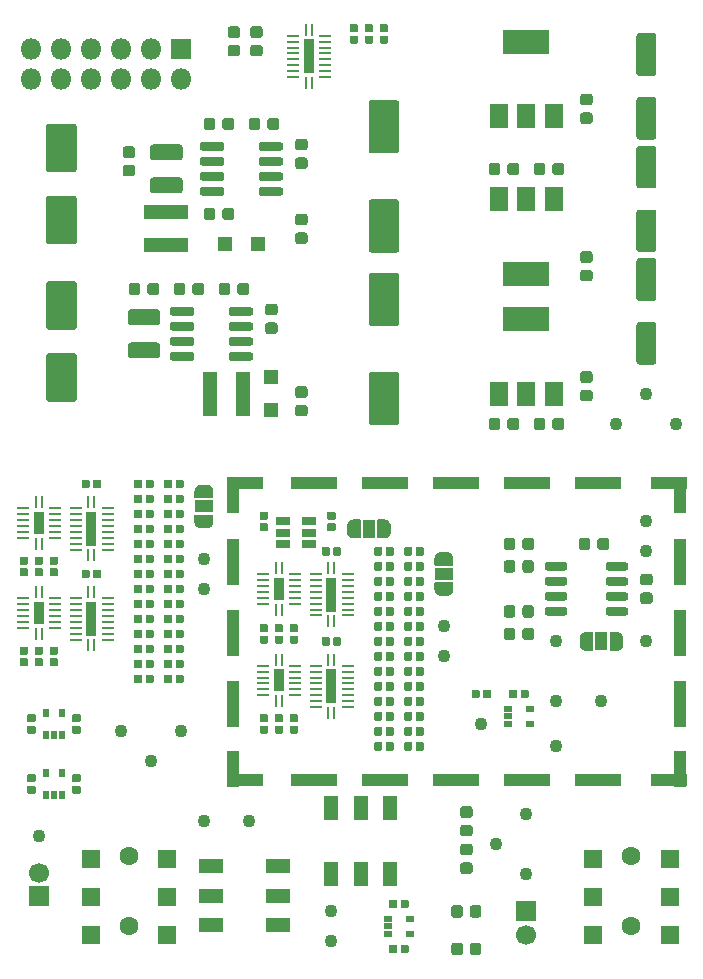
<source format=gbr>
%TF.GenerationSoftware,KiCad,Pcbnew,(5.1.5)-3*%
%TF.CreationDate,2020-10-12T14:57:23+02:00*%
%TF.ProjectId,PmodADC,506d6f64-4144-4432-9e6b-696361645f70,rev?*%
%TF.SameCoordinates,Original*%
%TF.FileFunction,Soldermask,Top*%
%TF.FilePolarity,Negative*%
%FSLAX46Y46*%
G04 Gerber Fmt 4.6, Leading zero omitted, Abs format (unit mm)*
G04 Created by KiCad (PCBNEW (5.1.5)-3) date 2020-10-12 14:57:23*
%MOMM*%
%LPD*%
G04 APERTURE LIST*
%ADD10C,1.700000*%
%ADD11R,1.700000X1.700000*%
%ADD12C,0.100000*%
%ADD13R,0.950000X2.950000*%
%ADD14R,0.290000X1.000000*%
%ADD15R,1.000000X0.290000*%
%ADD16R,3.900000X1.100000*%
%ADD17R,3.100000X1.100000*%
%ADD18R,1.100000X3.100000*%
%ADD19R,1.100000X3.900000*%
%ADD20R,0.950000X1.950000*%
%ADD21R,1.600000X1.100000*%
%ADD22R,0.750000X0.500000*%
%ADD23R,1.100000X1.600000*%
%ADD24C,1.100000*%
%ADD25R,1.160000X0.750000*%
%ADD26O,1.800000X1.800000*%
%ADD27R,1.800000X1.800000*%
%ADD28R,0.500000X0.750000*%
%ADD29R,1.600000X2.100000*%
%ADD30R,3.900000X2.100000*%
%ADD31R,2.100000X1.300000*%
%ADD32R,1.300000X2.100000*%
%ADD33R,1.300000X3.800000*%
%ADD34R,3.800000X1.300000*%
%ADD35R,1.600000X1.600000*%
%ADD36C,1.600000*%
%ADD37R,1.200000X1.200000*%
G04 APERTURE END LIST*
D10*
%TO.C,C37*%
X-29210000Y55975000D03*
D11*
X-29210000Y53975000D03*
%TD*%
D10*
%TO.C,C27*%
X12065000Y50705000D03*
D11*
X12065000Y52705000D03*
%TD*%
D12*
%TO.C,C11*%
G36*
X1065484Y121383748D02*
G01*
X1090723Y121380004D01*
X1115474Y121373804D01*
X1139498Y121365209D01*
X1162563Y121354300D01*
X1184448Y121341182D01*
X1204942Y121325983D01*
X1223848Y121308848D01*
X1240983Y121289942D01*
X1256182Y121269448D01*
X1269300Y121247563D01*
X1280209Y121224498D01*
X1288804Y121200474D01*
X1295004Y121175723D01*
X1298748Y121150484D01*
X1300000Y121125000D01*
X1300000Y117145000D01*
X1298748Y117119516D01*
X1295004Y117094277D01*
X1288804Y117069526D01*
X1280209Y117045502D01*
X1269300Y117022437D01*
X1256182Y117000552D01*
X1240983Y116980058D01*
X1223848Y116961152D01*
X1204942Y116944017D01*
X1184448Y116928818D01*
X1162563Y116915700D01*
X1139498Y116904791D01*
X1115474Y116896196D01*
X1090723Y116889996D01*
X1065484Y116886252D01*
X1040000Y116885000D01*
X-1040000Y116885000D01*
X-1065484Y116886252D01*
X-1090723Y116889996D01*
X-1115474Y116896196D01*
X-1139498Y116904791D01*
X-1162563Y116915700D01*
X-1184448Y116928818D01*
X-1204942Y116944017D01*
X-1223848Y116961152D01*
X-1240983Y116980058D01*
X-1256182Y117000552D01*
X-1269300Y117022437D01*
X-1280209Y117045502D01*
X-1288804Y117069526D01*
X-1295004Y117094277D01*
X-1298748Y117119516D01*
X-1300000Y117145000D01*
X-1300000Y121125000D01*
X-1298748Y121150484D01*
X-1295004Y121175723D01*
X-1288804Y121200474D01*
X-1280209Y121224498D01*
X-1269300Y121247563D01*
X-1256182Y121269448D01*
X-1240983Y121289942D01*
X-1223848Y121308848D01*
X-1204942Y121325983D01*
X-1184448Y121341182D01*
X-1162563Y121354300D01*
X-1139498Y121365209D01*
X-1115474Y121373804D01*
X-1090723Y121380004D01*
X-1065484Y121383748D01*
X-1040000Y121385000D01*
X1040000Y121385000D01*
X1065484Y121383748D01*
G37*
G36*
X1065484Y112983748D02*
G01*
X1090723Y112980004D01*
X1115474Y112973804D01*
X1139498Y112965209D01*
X1162563Y112954300D01*
X1184448Y112941182D01*
X1204942Y112925983D01*
X1223848Y112908848D01*
X1240983Y112889942D01*
X1256182Y112869448D01*
X1269300Y112847563D01*
X1280209Y112824498D01*
X1288804Y112800474D01*
X1295004Y112775723D01*
X1298748Y112750484D01*
X1300000Y112725000D01*
X1300000Y108745000D01*
X1298748Y108719516D01*
X1295004Y108694277D01*
X1288804Y108669526D01*
X1280209Y108645502D01*
X1269300Y108622437D01*
X1256182Y108600552D01*
X1240983Y108580058D01*
X1223848Y108561152D01*
X1204942Y108544017D01*
X1184448Y108528818D01*
X1162563Y108515700D01*
X1139498Y108504791D01*
X1115474Y108496196D01*
X1090723Y108489996D01*
X1065484Y108486252D01*
X1040000Y108485000D01*
X-1040000Y108485000D01*
X-1065484Y108486252D01*
X-1090723Y108489996D01*
X-1115474Y108496196D01*
X-1139498Y108504791D01*
X-1162563Y108515700D01*
X-1184448Y108528818D01*
X-1204942Y108544017D01*
X-1223848Y108561152D01*
X-1240983Y108580058D01*
X-1256182Y108600552D01*
X-1269300Y108622437D01*
X-1280209Y108645502D01*
X-1288804Y108669526D01*
X-1295004Y108694277D01*
X-1298748Y108719516D01*
X-1300000Y108745000D01*
X-1300000Y112725000D01*
X-1298748Y112750484D01*
X-1295004Y112775723D01*
X-1288804Y112800474D01*
X-1280209Y112824498D01*
X-1269300Y112847563D01*
X-1256182Y112869448D01*
X-1240983Y112889942D01*
X-1223848Y112908848D01*
X-1204942Y112925983D01*
X-1184448Y112941182D01*
X-1162563Y112954300D01*
X-1139498Y112965209D01*
X-1115474Y112973804D01*
X-1090723Y112980004D01*
X-1065484Y112983748D01*
X-1040000Y112985000D01*
X1040000Y112985000D01*
X1065484Y112983748D01*
G37*
%TD*%
D13*
%TO.C,U20*%
X-6350000Y125095000D03*
D14*
X-6100000Y122845000D03*
X-6600000Y122845000D03*
X-6100000Y127345000D03*
X-6600000Y127345000D03*
D15*
X-7675000Y123345000D03*
X-7675000Y123845000D03*
X-7675000Y124345000D03*
X-7675000Y124845000D03*
X-7675000Y125345000D03*
X-7675000Y125845000D03*
X-7675000Y126345000D03*
X-7675000Y126845000D03*
X-4975000Y123345000D03*
X-4975000Y123845000D03*
X-4975000Y124345000D03*
X-4975000Y124845000D03*
X-4975000Y125345000D03*
X-4975000Y125845000D03*
X-4975000Y126345000D03*
X-4975000Y126845000D03*
%TD*%
D12*
%TO.C,R79*%
G36*
X-2325592Y127829169D02*
G01*
X-2308847Y127826685D01*
X-2292426Y127822572D01*
X-2276487Y127816869D01*
X-2261184Y127809631D01*
X-2246664Y127800929D01*
X-2233067Y127790844D01*
X-2220524Y127779476D01*
X-2209156Y127766933D01*
X-2199071Y127753336D01*
X-2190369Y127738816D01*
X-2183131Y127723513D01*
X-2177428Y127707574D01*
X-2173315Y127691153D01*
X-2170831Y127674408D01*
X-2170000Y127657500D01*
X-2170000Y127312500D01*
X-2170831Y127295592D01*
X-2173315Y127278847D01*
X-2177428Y127262426D01*
X-2183131Y127246487D01*
X-2190369Y127231184D01*
X-2199071Y127216664D01*
X-2209156Y127203067D01*
X-2220524Y127190524D01*
X-2233067Y127179156D01*
X-2246664Y127169071D01*
X-2261184Y127160369D01*
X-2276487Y127153131D01*
X-2292426Y127147428D01*
X-2308847Y127143315D01*
X-2325592Y127140831D01*
X-2342500Y127140000D01*
X-2737500Y127140000D01*
X-2754408Y127140831D01*
X-2771153Y127143315D01*
X-2787574Y127147428D01*
X-2803513Y127153131D01*
X-2818816Y127160369D01*
X-2833336Y127169071D01*
X-2846933Y127179156D01*
X-2859476Y127190524D01*
X-2870844Y127203067D01*
X-2880929Y127216664D01*
X-2889631Y127231184D01*
X-2896869Y127246487D01*
X-2902572Y127262426D01*
X-2906685Y127278847D01*
X-2909169Y127295592D01*
X-2910000Y127312500D01*
X-2910000Y127657500D01*
X-2909169Y127674408D01*
X-2906685Y127691153D01*
X-2902572Y127707574D01*
X-2896869Y127723513D01*
X-2889631Y127738816D01*
X-2880929Y127753336D01*
X-2870844Y127766933D01*
X-2859476Y127779476D01*
X-2846933Y127790844D01*
X-2833336Y127800929D01*
X-2818816Y127809631D01*
X-2803513Y127816869D01*
X-2787574Y127822572D01*
X-2771153Y127826685D01*
X-2754408Y127829169D01*
X-2737500Y127830000D01*
X-2342500Y127830000D01*
X-2325592Y127829169D01*
G37*
G36*
X-2325592Y126859169D02*
G01*
X-2308847Y126856685D01*
X-2292426Y126852572D01*
X-2276487Y126846869D01*
X-2261184Y126839631D01*
X-2246664Y126830929D01*
X-2233067Y126820844D01*
X-2220524Y126809476D01*
X-2209156Y126796933D01*
X-2199071Y126783336D01*
X-2190369Y126768816D01*
X-2183131Y126753513D01*
X-2177428Y126737574D01*
X-2173315Y126721153D01*
X-2170831Y126704408D01*
X-2170000Y126687500D01*
X-2170000Y126342500D01*
X-2170831Y126325592D01*
X-2173315Y126308847D01*
X-2177428Y126292426D01*
X-2183131Y126276487D01*
X-2190369Y126261184D01*
X-2199071Y126246664D01*
X-2209156Y126233067D01*
X-2220524Y126220524D01*
X-2233067Y126209156D01*
X-2246664Y126199071D01*
X-2261184Y126190369D01*
X-2276487Y126183131D01*
X-2292426Y126177428D01*
X-2308847Y126173315D01*
X-2325592Y126170831D01*
X-2342500Y126170000D01*
X-2737500Y126170000D01*
X-2754408Y126170831D01*
X-2771153Y126173315D01*
X-2787574Y126177428D01*
X-2803513Y126183131D01*
X-2818816Y126190369D01*
X-2833336Y126199071D01*
X-2846933Y126209156D01*
X-2859476Y126220524D01*
X-2870844Y126233067D01*
X-2880929Y126246664D01*
X-2889631Y126261184D01*
X-2896869Y126276487D01*
X-2902572Y126292426D01*
X-2906685Y126308847D01*
X-2909169Y126325592D01*
X-2910000Y126342500D01*
X-2910000Y126687500D01*
X-2909169Y126704408D01*
X-2906685Y126721153D01*
X-2902572Y126737574D01*
X-2896869Y126753513D01*
X-2889631Y126768816D01*
X-2880929Y126783336D01*
X-2870844Y126796933D01*
X-2859476Y126809476D01*
X-2846933Y126820844D01*
X-2833336Y126830929D01*
X-2818816Y126839631D01*
X-2803513Y126846869D01*
X-2787574Y126852572D01*
X-2771153Y126856685D01*
X-2754408Y126859169D01*
X-2737500Y126860000D01*
X-2342500Y126860000D01*
X-2325592Y126859169D01*
G37*
%TD*%
%TO.C,C46*%
G36*
X-1055592Y126859169D02*
G01*
X-1038847Y126856685D01*
X-1022426Y126852572D01*
X-1006487Y126846869D01*
X-991184Y126839631D01*
X-976664Y126830929D01*
X-963067Y126820844D01*
X-950524Y126809476D01*
X-939156Y126796933D01*
X-929071Y126783336D01*
X-920369Y126768816D01*
X-913131Y126753513D01*
X-907428Y126737574D01*
X-903315Y126721153D01*
X-900831Y126704408D01*
X-900000Y126687500D01*
X-900000Y126342500D01*
X-900831Y126325592D01*
X-903315Y126308847D01*
X-907428Y126292426D01*
X-913131Y126276487D01*
X-920369Y126261184D01*
X-929071Y126246664D01*
X-939156Y126233067D01*
X-950524Y126220524D01*
X-963067Y126209156D01*
X-976664Y126199071D01*
X-991184Y126190369D01*
X-1006487Y126183131D01*
X-1022426Y126177428D01*
X-1038847Y126173315D01*
X-1055592Y126170831D01*
X-1072500Y126170000D01*
X-1467500Y126170000D01*
X-1484408Y126170831D01*
X-1501153Y126173315D01*
X-1517574Y126177428D01*
X-1533513Y126183131D01*
X-1548816Y126190369D01*
X-1563336Y126199071D01*
X-1576933Y126209156D01*
X-1589476Y126220524D01*
X-1600844Y126233067D01*
X-1610929Y126246664D01*
X-1619631Y126261184D01*
X-1626869Y126276487D01*
X-1632572Y126292426D01*
X-1636685Y126308847D01*
X-1639169Y126325592D01*
X-1640000Y126342500D01*
X-1640000Y126687500D01*
X-1639169Y126704408D01*
X-1636685Y126721153D01*
X-1632572Y126737574D01*
X-1626869Y126753513D01*
X-1619631Y126768816D01*
X-1610929Y126783336D01*
X-1600844Y126796933D01*
X-1589476Y126809476D01*
X-1576933Y126820844D01*
X-1563336Y126830929D01*
X-1548816Y126839631D01*
X-1533513Y126846869D01*
X-1517574Y126852572D01*
X-1501153Y126856685D01*
X-1484408Y126859169D01*
X-1467500Y126860000D01*
X-1072500Y126860000D01*
X-1055592Y126859169D01*
G37*
G36*
X-1055592Y127829169D02*
G01*
X-1038847Y127826685D01*
X-1022426Y127822572D01*
X-1006487Y127816869D01*
X-991184Y127809631D01*
X-976664Y127800929D01*
X-963067Y127790844D01*
X-950524Y127779476D01*
X-939156Y127766933D01*
X-929071Y127753336D01*
X-920369Y127738816D01*
X-913131Y127723513D01*
X-907428Y127707574D01*
X-903315Y127691153D01*
X-900831Y127674408D01*
X-900000Y127657500D01*
X-900000Y127312500D01*
X-900831Y127295592D01*
X-903315Y127278847D01*
X-907428Y127262426D01*
X-913131Y127246487D01*
X-920369Y127231184D01*
X-929071Y127216664D01*
X-939156Y127203067D01*
X-950524Y127190524D01*
X-963067Y127179156D01*
X-976664Y127169071D01*
X-991184Y127160369D01*
X-1006487Y127153131D01*
X-1022426Y127147428D01*
X-1038847Y127143315D01*
X-1055592Y127140831D01*
X-1072500Y127140000D01*
X-1467500Y127140000D01*
X-1484408Y127140831D01*
X-1501153Y127143315D01*
X-1517574Y127147428D01*
X-1533513Y127153131D01*
X-1548816Y127160369D01*
X-1563336Y127169071D01*
X-1576933Y127179156D01*
X-1589476Y127190524D01*
X-1600844Y127203067D01*
X-1610929Y127216664D01*
X-1619631Y127231184D01*
X-1626869Y127246487D01*
X-1632572Y127262426D01*
X-1636685Y127278847D01*
X-1639169Y127295592D01*
X-1640000Y127312500D01*
X-1640000Y127657500D01*
X-1639169Y127674408D01*
X-1636685Y127691153D01*
X-1632572Y127707574D01*
X-1626869Y127723513D01*
X-1619631Y127738816D01*
X-1610929Y127753336D01*
X-1600844Y127766933D01*
X-1589476Y127779476D01*
X-1576933Y127790844D01*
X-1563336Y127800929D01*
X-1548816Y127809631D01*
X-1533513Y127816869D01*
X-1517574Y127822572D01*
X-1501153Y127826685D01*
X-1484408Y127829169D01*
X-1467500Y127830000D01*
X-1072500Y127830000D01*
X-1055592Y127829169D01*
G37*
%TD*%
%TO.C,C45*%
G36*
X214408Y126859169D02*
G01*
X231153Y126856685D01*
X247574Y126852572D01*
X263513Y126846869D01*
X278816Y126839631D01*
X293336Y126830929D01*
X306933Y126820844D01*
X319476Y126809476D01*
X330844Y126796933D01*
X340929Y126783336D01*
X349631Y126768816D01*
X356869Y126753513D01*
X362572Y126737574D01*
X366685Y126721153D01*
X369169Y126704408D01*
X370000Y126687500D01*
X370000Y126342500D01*
X369169Y126325592D01*
X366685Y126308847D01*
X362572Y126292426D01*
X356869Y126276487D01*
X349631Y126261184D01*
X340929Y126246664D01*
X330844Y126233067D01*
X319476Y126220524D01*
X306933Y126209156D01*
X293336Y126199071D01*
X278816Y126190369D01*
X263513Y126183131D01*
X247574Y126177428D01*
X231153Y126173315D01*
X214408Y126170831D01*
X197500Y126170000D01*
X-197500Y126170000D01*
X-214408Y126170831D01*
X-231153Y126173315D01*
X-247574Y126177428D01*
X-263513Y126183131D01*
X-278816Y126190369D01*
X-293336Y126199071D01*
X-306933Y126209156D01*
X-319476Y126220524D01*
X-330844Y126233067D01*
X-340929Y126246664D01*
X-349631Y126261184D01*
X-356869Y126276487D01*
X-362572Y126292426D01*
X-366685Y126308847D01*
X-369169Y126325592D01*
X-370000Y126342500D01*
X-370000Y126687500D01*
X-369169Y126704408D01*
X-366685Y126721153D01*
X-362572Y126737574D01*
X-356869Y126753513D01*
X-349631Y126768816D01*
X-340929Y126783336D01*
X-330844Y126796933D01*
X-319476Y126809476D01*
X-306933Y126820844D01*
X-293336Y126830929D01*
X-278816Y126839631D01*
X-263513Y126846869D01*
X-247574Y126852572D01*
X-231153Y126856685D01*
X-214408Y126859169D01*
X-197500Y126860000D01*
X197500Y126860000D01*
X214408Y126859169D01*
G37*
G36*
X214408Y127829169D02*
G01*
X231153Y127826685D01*
X247574Y127822572D01*
X263513Y127816869D01*
X278816Y127809631D01*
X293336Y127800929D01*
X306933Y127790844D01*
X319476Y127779476D01*
X330844Y127766933D01*
X340929Y127753336D01*
X349631Y127738816D01*
X356869Y127723513D01*
X362572Y127707574D01*
X366685Y127691153D01*
X369169Y127674408D01*
X370000Y127657500D01*
X370000Y127312500D01*
X369169Y127295592D01*
X366685Y127278847D01*
X362572Y127262426D01*
X356869Y127246487D01*
X349631Y127231184D01*
X340929Y127216664D01*
X330844Y127203067D01*
X319476Y127190524D01*
X306933Y127179156D01*
X293336Y127169071D01*
X278816Y127160369D01*
X263513Y127153131D01*
X247574Y127147428D01*
X231153Y127143315D01*
X214408Y127140831D01*
X197500Y127140000D01*
X-197500Y127140000D01*
X-214408Y127140831D01*
X-231153Y127143315D01*
X-247574Y127147428D01*
X-263513Y127153131D01*
X-278816Y127160369D01*
X-293336Y127169071D01*
X-306933Y127179156D01*
X-319476Y127190524D01*
X-330844Y127203067D01*
X-340929Y127216664D01*
X-349631Y127231184D01*
X-356869Y127246487D01*
X-362572Y127262426D01*
X-366685Y127278847D01*
X-369169Y127295592D01*
X-370000Y127312500D01*
X-370000Y127657500D01*
X-369169Y127674408D01*
X-366685Y127691153D01*
X-362572Y127707574D01*
X-356869Y127723513D01*
X-349631Y127738816D01*
X-340929Y127753336D01*
X-330844Y127766933D01*
X-319476Y127779476D01*
X-306933Y127790844D01*
X-293336Y127800929D01*
X-278816Y127809631D01*
X-263513Y127816869D01*
X-247574Y127822572D01*
X-231153Y127826685D01*
X-214408Y127829169D01*
X-197500Y127830000D01*
X197500Y127830000D01*
X214408Y127829169D01*
G37*
%TD*%
D16*
%TO.C,J2*%
X12100000Y63800000D03*
X100000Y63800000D03*
X-5900000Y63800000D03*
X6100000Y63800000D03*
X18100000Y63800000D03*
X18100000Y89000000D03*
X12100000Y89000000D03*
X6100000Y89000000D03*
X100000Y89000000D03*
X-5900000Y89000000D03*
D17*
X24100000Y63800000D03*
D18*
X25100000Y64800000D03*
X25100000Y88000000D03*
D17*
X24100000Y89000000D03*
D19*
X25100000Y70300000D03*
X25100000Y76300000D03*
X25100000Y82300000D03*
D17*
X-11800000Y63800000D03*
D18*
X-12800000Y64800000D03*
D19*
X-12800000Y70300000D03*
X-12800000Y76300000D03*
X-12800000Y82300000D03*
D17*
X-11800000Y89000000D03*
D18*
X-12800000Y88000000D03*
%TD*%
D20*
%TO.C,U2*%
X-8890000Y80010000D03*
D14*
X-9140000Y81760000D03*
X-8640000Y81760000D03*
X-9140000Y78260000D03*
X-8640000Y78260000D03*
D15*
X-7565000Y81260000D03*
X-7565000Y80760000D03*
X-7565000Y80260000D03*
X-7565000Y79760000D03*
X-7565000Y79260000D03*
X-7565000Y78760000D03*
X-10265000Y81260000D03*
X-10265000Y80760000D03*
X-10265000Y80260000D03*
X-10265000Y79760000D03*
X-10265000Y79260000D03*
X-10265000Y78760000D03*
%TD*%
D20*
%TO.C,U13*%
X-29210000Y85590000D03*
D14*
X-29460000Y87340000D03*
X-28960000Y87340000D03*
X-29460000Y83840000D03*
X-28960000Y83840000D03*
D15*
X-27885000Y86840000D03*
X-27885000Y86340000D03*
X-27885000Y85840000D03*
X-27885000Y85340000D03*
X-27885000Y84840000D03*
X-27885000Y84340000D03*
X-30585000Y86840000D03*
X-30585000Y86340000D03*
X-30585000Y85840000D03*
X-30585000Y85340000D03*
X-30585000Y84840000D03*
X-30585000Y84340000D03*
%TD*%
D20*
%TO.C,U12*%
X-29210000Y77970000D03*
D14*
X-29460000Y79720000D03*
X-28960000Y79720000D03*
X-29460000Y76220000D03*
X-28960000Y76220000D03*
D15*
X-27885000Y79220000D03*
X-27885000Y78720000D03*
X-27885000Y78220000D03*
X-27885000Y77720000D03*
X-27885000Y77220000D03*
X-27885000Y76720000D03*
X-30585000Y79220000D03*
X-30585000Y78720000D03*
X-30585000Y78220000D03*
X-30585000Y77720000D03*
X-30585000Y77220000D03*
X-30585000Y76720000D03*
%TD*%
D12*
%TO.C,U16*%
G36*
X20487153Y82264157D02*
G01*
X20504141Y82261637D01*
X20520800Y82257465D01*
X20536970Y82251679D01*
X20552494Y82244336D01*
X20567225Y82235507D01*
X20581019Y82225277D01*
X20593744Y82213744D01*
X20605277Y82201019D01*
X20615507Y82187225D01*
X20624336Y82172494D01*
X20631679Y82156970D01*
X20637465Y82140800D01*
X20641637Y82124141D01*
X20644157Y82107153D01*
X20645000Y82090000D01*
X20645000Y81740000D01*
X20644157Y81722847D01*
X20641637Y81705859D01*
X20637465Y81689200D01*
X20631679Y81673030D01*
X20624336Y81657506D01*
X20615507Y81642775D01*
X20605277Y81628981D01*
X20593744Y81616256D01*
X20581019Y81604723D01*
X20567225Y81594493D01*
X20552494Y81585664D01*
X20536970Y81578321D01*
X20520800Y81572535D01*
X20504141Y81568363D01*
X20487153Y81565843D01*
X20470000Y81565000D01*
X18970000Y81565000D01*
X18952847Y81565843D01*
X18935859Y81568363D01*
X18919200Y81572535D01*
X18903030Y81578321D01*
X18887506Y81585664D01*
X18872775Y81594493D01*
X18858981Y81604723D01*
X18846256Y81616256D01*
X18834723Y81628981D01*
X18824493Y81642775D01*
X18815664Y81657506D01*
X18808321Y81673030D01*
X18802535Y81689200D01*
X18798363Y81705859D01*
X18795843Y81722847D01*
X18795000Y81740000D01*
X18795000Y82090000D01*
X18795843Y82107153D01*
X18798363Y82124141D01*
X18802535Y82140800D01*
X18808321Y82156970D01*
X18815664Y82172494D01*
X18824493Y82187225D01*
X18834723Y82201019D01*
X18846256Y82213744D01*
X18858981Y82225277D01*
X18872775Y82235507D01*
X18887506Y82244336D01*
X18903030Y82251679D01*
X18919200Y82257465D01*
X18935859Y82261637D01*
X18952847Y82264157D01*
X18970000Y82265000D01*
X20470000Y82265000D01*
X20487153Y82264157D01*
G37*
G36*
X20487153Y80994157D02*
G01*
X20504141Y80991637D01*
X20520800Y80987465D01*
X20536970Y80981679D01*
X20552494Y80974336D01*
X20567225Y80965507D01*
X20581019Y80955277D01*
X20593744Y80943744D01*
X20605277Y80931019D01*
X20615507Y80917225D01*
X20624336Y80902494D01*
X20631679Y80886970D01*
X20637465Y80870800D01*
X20641637Y80854141D01*
X20644157Y80837153D01*
X20645000Y80820000D01*
X20645000Y80470000D01*
X20644157Y80452847D01*
X20641637Y80435859D01*
X20637465Y80419200D01*
X20631679Y80403030D01*
X20624336Y80387506D01*
X20615507Y80372775D01*
X20605277Y80358981D01*
X20593744Y80346256D01*
X20581019Y80334723D01*
X20567225Y80324493D01*
X20552494Y80315664D01*
X20536970Y80308321D01*
X20520800Y80302535D01*
X20504141Y80298363D01*
X20487153Y80295843D01*
X20470000Y80295000D01*
X18970000Y80295000D01*
X18952847Y80295843D01*
X18935859Y80298363D01*
X18919200Y80302535D01*
X18903030Y80308321D01*
X18887506Y80315664D01*
X18872775Y80324493D01*
X18858981Y80334723D01*
X18846256Y80346256D01*
X18834723Y80358981D01*
X18824493Y80372775D01*
X18815664Y80387506D01*
X18808321Y80403030D01*
X18802535Y80419200D01*
X18798363Y80435859D01*
X18795843Y80452847D01*
X18795000Y80470000D01*
X18795000Y80820000D01*
X18795843Y80837153D01*
X18798363Y80854141D01*
X18802535Y80870800D01*
X18808321Y80886970D01*
X18815664Y80902494D01*
X18824493Y80917225D01*
X18834723Y80931019D01*
X18846256Y80943744D01*
X18858981Y80955277D01*
X18872775Y80965507D01*
X18887506Y80974336D01*
X18903030Y80981679D01*
X18919200Y80987465D01*
X18935859Y80991637D01*
X18952847Y80994157D01*
X18970000Y80995000D01*
X20470000Y80995000D01*
X20487153Y80994157D01*
G37*
G36*
X20487153Y79724157D02*
G01*
X20504141Y79721637D01*
X20520800Y79717465D01*
X20536970Y79711679D01*
X20552494Y79704336D01*
X20567225Y79695507D01*
X20581019Y79685277D01*
X20593744Y79673744D01*
X20605277Y79661019D01*
X20615507Y79647225D01*
X20624336Y79632494D01*
X20631679Y79616970D01*
X20637465Y79600800D01*
X20641637Y79584141D01*
X20644157Y79567153D01*
X20645000Y79550000D01*
X20645000Y79200000D01*
X20644157Y79182847D01*
X20641637Y79165859D01*
X20637465Y79149200D01*
X20631679Y79133030D01*
X20624336Y79117506D01*
X20615507Y79102775D01*
X20605277Y79088981D01*
X20593744Y79076256D01*
X20581019Y79064723D01*
X20567225Y79054493D01*
X20552494Y79045664D01*
X20536970Y79038321D01*
X20520800Y79032535D01*
X20504141Y79028363D01*
X20487153Y79025843D01*
X20470000Y79025000D01*
X18970000Y79025000D01*
X18952847Y79025843D01*
X18935859Y79028363D01*
X18919200Y79032535D01*
X18903030Y79038321D01*
X18887506Y79045664D01*
X18872775Y79054493D01*
X18858981Y79064723D01*
X18846256Y79076256D01*
X18834723Y79088981D01*
X18824493Y79102775D01*
X18815664Y79117506D01*
X18808321Y79133030D01*
X18802535Y79149200D01*
X18798363Y79165859D01*
X18795843Y79182847D01*
X18795000Y79200000D01*
X18795000Y79550000D01*
X18795843Y79567153D01*
X18798363Y79584141D01*
X18802535Y79600800D01*
X18808321Y79616970D01*
X18815664Y79632494D01*
X18824493Y79647225D01*
X18834723Y79661019D01*
X18846256Y79673744D01*
X18858981Y79685277D01*
X18872775Y79695507D01*
X18887506Y79704336D01*
X18903030Y79711679D01*
X18919200Y79717465D01*
X18935859Y79721637D01*
X18952847Y79724157D01*
X18970000Y79725000D01*
X20470000Y79725000D01*
X20487153Y79724157D01*
G37*
G36*
X20487153Y78454157D02*
G01*
X20504141Y78451637D01*
X20520800Y78447465D01*
X20536970Y78441679D01*
X20552494Y78434336D01*
X20567225Y78425507D01*
X20581019Y78415277D01*
X20593744Y78403744D01*
X20605277Y78391019D01*
X20615507Y78377225D01*
X20624336Y78362494D01*
X20631679Y78346970D01*
X20637465Y78330800D01*
X20641637Y78314141D01*
X20644157Y78297153D01*
X20645000Y78280000D01*
X20645000Y77930000D01*
X20644157Y77912847D01*
X20641637Y77895859D01*
X20637465Y77879200D01*
X20631679Y77863030D01*
X20624336Y77847506D01*
X20615507Y77832775D01*
X20605277Y77818981D01*
X20593744Y77806256D01*
X20581019Y77794723D01*
X20567225Y77784493D01*
X20552494Y77775664D01*
X20536970Y77768321D01*
X20520800Y77762535D01*
X20504141Y77758363D01*
X20487153Y77755843D01*
X20470000Y77755000D01*
X18970000Y77755000D01*
X18952847Y77755843D01*
X18935859Y77758363D01*
X18919200Y77762535D01*
X18903030Y77768321D01*
X18887506Y77775664D01*
X18872775Y77784493D01*
X18858981Y77794723D01*
X18846256Y77806256D01*
X18834723Y77818981D01*
X18824493Y77832775D01*
X18815664Y77847506D01*
X18808321Y77863030D01*
X18802535Y77879200D01*
X18798363Y77895859D01*
X18795843Y77912847D01*
X18795000Y77930000D01*
X18795000Y78280000D01*
X18795843Y78297153D01*
X18798363Y78314141D01*
X18802535Y78330800D01*
X18808321Y78346970D01*
X18815664Y78362494D01*
X18824493Y78377225D01*
X18834723Y78391019D01*
X18846256Y78403744D01*
X18858981Y78415277D01*
X18872775Y78425507D01*
X18887506Y78434336D01*
X18903030Y78441679D01*
X18919200Y78447465D01*
X18935859Y78451637D01*
X18952847Y78454157D01*
X18970000Y78455000D01*
X20470000Y78455000D01*
X20487153Y78454157D01*
G37*
G36*
X15337153Y78454157D02*
G01*
X15354141Y78451637D01*
X15370800Y78447465D01*
X15386970Y78441679D01*
X15402494Y78434336D01*
X15417225Y78425507D01*
X15431019Y78415277D01*
X15443744Y78403744D01*
X15455277Y78391019D01*
X15465507Y78377225D01*
X15474336Y78362494D01*
X15481679Y78346970D01*
X15487465Y78330800D01*
X15491637Y78314141D01*
X15494157Y78297153D01*
X15495000Y78280000D01*
X15495000Y77930000D01*
X15494157Y77912847D01*
X15491637Y77895859D01*
X15487465Y77879200D01*
X15481679Y77863030D01*
X15474336Y77847506D01*
X15465507Y77832775D01*
X15455277Y77818981D01*
X15443744Y77806256D01*
X15431019Y77794723D01*
X15417225Y77784493D01*
X15402494Y77775664D01*
X15386970Y77768321D01*
X15370800Y77762535D01*
X15354141Y77758363D01*
X15337153Y77755843D01*
X15320000Y77755000D01*
X13820000Y77755000D01*
X13802847Y77755843D01*
X13785859Y77758363D01*
X13769200Y77762535D01*
X13753030Y77768321D01*
X13737506Y77775664D01*
X13722775Y77784493D01*
X13708981Y77794723D01*
X13696256Y77806256D01*
X13684723Y77818981D01*
X13674493Y77832775D01*
X13665664Y77847506D01*
X13658321Y77863030D01*
X13652535Y77879200D01*
X13648363Y77895859D01*
X13645843Y77912847D01*
X13645000Y77930000D01*
X13645000Y78280000D01*
X13645843Y78297153D01*
X13648363Y78314141D01*
X13652535Y78330800D01*
X13658321Y78346970D01*
X13665664Y78362494D01*
X13674493Y78377225D01*
X13684723Y78391019D01*
X13696256Y78403744D01*
X13708981Y78415277D01*
X13722775Y78425507D01*
X13737506Y78434336D01*
X13753030Y78441679D01*
X13769200Y78447465D01*
X13785859Y78451637D01*
X13802847Y78454157D01*
X13820000Y78455000D01*
X15320000Y78455000D01*
X15337153Y78454157D01*
G37*
G36*
X15337153Y79724157D02*
G01*
X15354141Y79721637D01*
X15370800Y79717465D01*
X15386970Y79711679D01*
X15402494Y79704336D01*
X15417225Y79695507D01*
X15431019Y79685277D01*
X15443744Y79673744D01*
X15455277Y79661019D01*
X15465507Y79647225D01*
X15474336Y79632494D01*
X15481679Y79616970D01*
X15487465Y79600800D01*
X15491637Y79584141D01*
X15494157Y79567153D01*
X15495000Y79550000D01*
X15495000Y79200000D01*
X15494157Y79182847D01*
X15491637Y79165859D01*
X15487465Y79149200D01*
X15481679Y79133030D01*
X15474336Y79117506D01*
X15465507Y79102775D01*
X15455277Y79088981D01*
X15443744Y79076256D01*
X15431019Y79064723D01*
X15417225Y79054493D01*
X15402494Y79045664D01*
X15386970Y79038321D01*
X15370800Y79032535D01*
X15354141Y79028363D01*
X15337153Y79025843D01*
X15320000Y79025000D01*
X13820000Y79025000D01*
X13802847Y79025843D01*
X13785859Y79028363D01*
X13769200Y79032535D01*
X13753030Y79038321D01*
X13737506Y79045664D01*
X13722775Y79054493D01*
X13708981Y79064723D01*
X13696256Y79076256D01*
X13684723Y79088981D01*
X13674493Y79102775D01*
X13665664Y79117506D01*
X13658321Y79133030D01*
X13652535Y79149200D01*
X13648363Y79165859D01*
X13645843Y79182847D01*
X13645000Y79200000D01*
X13645000Y79550000D01*
X13645843Y79567153D01*
X13648363Y79584141D01*
X13652535Y79600800D01*
X13658321Y79616970D01*
X13665664Y79632494D01*
X13674493Y79647225D01*
X13684723Y79661019D01*
X13696256Y79673744D01*
X13708981Y79685277D01*
X13722775Y79695507D01*
X13737506Y79704336D01*
X13753030Y79711679D01*
X13769200Y79717465D01*
X13785859Y79721637D01*
X13802847Y79724157D01*
X13820000Y79725000D01*
X15320000Y79725000D01*
X15337153Y79724157D01*
G37*
G36*
X15337153Y80994157D02*
G01*
X15354141Y80991637D01*
X15370800Y80987465D01*
X15386970Y80981679D01*
X15402494Y80974336D01*
X15417225Y80965507D01*
X15431019Y80955277D01*
X15443744Y80943744D01*
X15455277Y80931019D01*
X15465507Y80917225D01*
X15474336Y80902494D01*
X15481679Y80886970D01*
X15487465Y80870800D01*
X15491637Y80854141D01*
X15494157Y80837153D01*
X15495000Y80820000D01*
X15495000Y80470000D01*
X15494157Y80452847D01*
X15491637Y80435859D01*
X15487465Y80419200D01*
X15481679Y80403030D01*
X15474336Y80387506D01*
X15465507Y80372775D01*
X15455277Y80358981D01*
X15443744Y80346256D01*
X15431019Y80334723D01*
X15417225Y80324493D01*
X15402494Y80315664D01*
X15386970Y80308321D01*
X15370800Y80302535D01*
X15354141Y80298363D01*
X15337153Y80295843D01*
X15320000Y80295000D01*
X13820000Y80295000D01*
X13802847Y80295843D01*
X13785859Y80298363D01*
X13769200Y80302535D01*
X13753030Y80308321D01*
X13737506Y80315664D01*
X13722775Y80324493D01*
X13708981Y80334723D01*
X13696256Y80346256D01*
X13684723Y80358981D01*
X13674493Y80372775D01*
X13665664Y80387506D01*
X13658321Y80403030D01*
X13652535Y80419200D01*
X13648363Y80435859D01*
X13645843Y80452847D01*
X13645000Y80470000D01*
X13645000Y80820000D01*
X13645843Y80837153D01*
X13648363Y80854141D01*
X13652535Y80870800D01*
X13658321Y80886970D01*
X13665664Y80902494D01*
X13674493Y80917225D01*
X13684723Y80931019D01*
X13696256Y80943744D01*
X13708981Y80955277D01*
X13722775Y80965507D01*
X13737506Y80974336D01*
X13753030Y80981679D01*
X13769200Y80987465D01*
X13785859Y80991637D01*
X13802847Y80994157D01*
X13820000Y80995000D01*
X15320000Y80995000D01*
X15337153Y80994157D01*
G37*
G36*
X15337153Y82264157D02*
G01*
X15354141Y82261637D01*
X15370800Y82257465D01*
X15386970Y82251679D01*
X15402494Y82244336D01*
X15417225Y82235507D01*
X15431019Y82225277D01*
X15443744Y82213744D01*
X15455277Y82201019D01*
X15465507Y82187225D01*
X15474336Y82172494D01*
X15481679Y82156970D01*
X15487465Y82140800D01*
X15491637Y82124141D01*
X15494157Y82107153D01*
X15495000Y82090000D01*
X15495000Y81740000D01*
X15494157Y81722847D01*
X15491637Y81705859D01*
X15487465Y81689200D01*
X15481679Y81673030D01*
X15474336Y81657506D01*
X15465507Y81642775D01*
X15455277Y81628981D01*
X15443744Y81616256D01*
X15431019Y81604723D01*
X15417225Y81594493D01*
X15402494Y81585664D01*
X15386970Y81578321D01*
X15370800Y81572535D01*
X15354141Y81568363D01*
X15337153Y81565843D01*
X15320000Y81565000D01*
X13820000Y81565000D01*
X13802847Y81565843D01*
X13785859Y81568363D01*
X13769200Y81572535D01*
X13753030Y81578321D01*
X13737506Y81585664D01*
X13722775Y81594493D01*
X13708981Y81604723D01*
X13696256Y81616256D01*
X13684723Y81628981D01*
X13674493Y81642775D01*
X13665664Y81657506D01*
X13658321Y81673030D01*
X13652535Y81689200D01*
X13648363Y81705859D01*
X13645843Y81722847D01*
X13645000Y81740000D01*
X13645000Y82090000D01*
X13645843Y82107153D01*
X13648363Y82124141D01*
X13652535Y82140800D01*
X13658321Y82156970D01*
X13665664Y82172494D01*
X13674493Y82187225D01*
X13684723Y82201019D01*
X13696256Y82213744D01*
X13708981Y82225277D01*
X13722775Y82235507D01*
X13737506Y82244336D01*
X13753030Y82251679D01*
X13769200Y82257465D01*
X13785859Y82261637D01*
X13802847Y82264157D01*
X13820000Y82265000D01*
X15320000Y82265000D01*
X15337153Y82264157D01*
G37*
%TD*%
%TO.C,C29*%
G36*
X-25060592Y89269169D02*
G01*
X-25043847Y89266685D01*
X-25027426Y89262572D01*
X-25011487Y89256869D01*
X-24996184Y89249631D01*
X-24981664Y89240929D01*
X-24968067Y89230844D01*
X-24955524Y89219476D01*
X-24944156Y89206933D01*
X-24934071Y89193336D01*
X-24925369Y89178816D01*
X-24918131Y89163513D01*
X-24912428Y89147574D01*
X-24908315Y89131153D01*
X-24905831Y89114408D01*
X-24905000Y89097500D01*
X-24905000Y88702500D01*
X-24905831Y88685592D01*
X-24908315Y88668847D01*
X-24912428Y88652426D01*
X-24918131Y88636487D01*
X-24925369Y88621184D01*
X-24934071Y88606664D01*
X-24944156Y88593067D01*
X-24955524Y88580524D01*
X-24968067Y88569156D01*
X-24981664Y88559071D01*
X-24996184Y88550369D01*
X-25011487Y88543131D01*
X-25027426Y88537428D01*
X-25043847Y88533315D01*
X-25060592Y88530831D01*
X-25077500Y88530000D01*
X-25422500Y88530000D01*
X-25439408Y88530831D01*
X-25456153Y88533315D01*
X-25472574Y88537428D01*
X-25488513Y88543131D01*
X-25503816Y88550369D01*
X-25518336Y88559071D01*
X-25531933Y88569156D01*
X-25544476Y88580524D01*
X-25555844Y88593067D01*
X-25565929Y88606664D01*
X-25574631Y88621184D01*
X-25581869Y88636487D01*
X-25587572Y88652426D01*
X-25591685Y88668847D01*
X-25594169Y88685592D01*
X-25595000Y88702500D01*
X-25595000Y89097500D01*
X-25594169Y89114408D01*
X-25591685Y89131153D01*
X-25587572Y89147574D01*
X-25581869Y89163513D01*
X-25574631Y89178816D01*
X-25565929Y89193336D01*
X-25555844Y89206933D01*
X-25544476Y89219476D01*
X-25531933Y89230844D01*
X-25518336Y89240929D01*
X-25503816Y89249631D01*
X-25488513Y89256869D01*
X-25472574Y89262572D01*
X-25456153Y89266685D01*
X-25439408Y89269169D01*
X-25422500Y89270000D01*
X-25077500Y89270000D01*
X-25060592Y89269169D01*
G37*
G36*
X-24090592Y89269169D02*
G01*
X-24073847Y89266685D01*
X-24057426Y89262572D01*
X-24041487Y89256869D01*
X-24026184Y89249631D01*
X-24011664Y89240929D01*
X-23998067Y89230844D01*
X-23985524Y89219476D01*
X-23974156Y89206933D01*
X-23964071Y89193336D01*
X-23955369Y89178816D01*
X-23948131Y89163513D01*
X-23942428Y89147574D01*
X-23938315Y89131153D01*
X-23935831Y89114408D01*
X-23935000Y89097500D01*
X-23935000Y88702500D01*
X-23935831Y88685592D01*
X-23938315Y88668847D01*
X-23942428Y88652426D01*
X-23948131Y88636487D01*
X-23955369Y88621184D01*
X-23964071Y88606664D01*
X-23974156Y88593067D01*
X-23985524Y88580524D01*
X-23998067Y88569156D01*
X-24011664Y88559071D01*
X-24026184Y88550369D01*
X-24041487Y88543131D01*
X-24057426Y88537428D01*
X-24073847Y88533315D01*
X-24090592Y88530831D01*
X-24107500Y88530000D01*
X-24452500Y88530000D01*
X-24469408Y88530831D01*
X-24486153Y88533315D01*
X-24502574Y88537428D01*
X-24518513Y88543131D01*
X-24533816Y88550369D01*
X-24548336Y88559071D01*
X-24561933Y88569156D01*
X-24574476Y88580524D01*
X-24585844Y88593067D01*
X-24595929Y88606664D01*
X-24604631Y88621184D01*
X-24611869Y88636487D01*
X-24617572Y88652426D01*
X-24621685Y88668847D01*
X-24624169Y88685592D01*
X-24625000Y88702500D01*
X-24625000Y89097500D01*
X-24624169Y89114408D01*
X-24621685Y89131153D01*
X-24617572Y89147574D01*
X-24611869Y89163513D01*
X-24604631Y89178816D01*
X-24595929Y89193336D01*
X-24585844Y89206933D01*
X-24574476Y89219476D01*
X-24561933Y89230844D01*
X-24548336Y89240929D01*
X-24533816Y89249631D01*
X-24518513Y89256869D01*
X-24502574Y89262572D01*
X-24486153Y89266685D01*
X-24469408Y89269169D01*
X-24452500Y89270000D01*
X-24107500Y89270000D01*
X-24090592Y89269169D01*
G37*
%TD*%
D13*
%TO.C,U15*%
X-24765000Y85090000D03*
D14*
X-24515000Y82840000D03*
X-25015000Y82840000D03*
X-24515000Y87340000D03*
X-25015000Y87340000D03*
D15*
X-26090000Y83340000D03*
X-26090000Y83840000D03*
X-26090000Y84340000D03*
X-26090000Y84840000D03*
X-26090000Y85340000D03*
X-26090000Y85840000D03*
X-26090000Y86340000D03*
X-26090000Y86840000D03*
X-23390000Y83340000D03*
X-23390000Y83840000D03*
X-23390000Y84340000D03*
X-23390000Y84840000D03*
X-23390000Y85340000D03*
X-23390000Y85840000D03*
X-23390000Y86340000D03*
X-23390000Y86840000D03*
%TD*%
D13*
%TO.C,U14*%
X-24765000Y77470000D03*
D14*
X-24515000Y75220000D03*
X-25015000Y75220000D03*
X-24515000Y79720000D03*
X-25015000Y79720000D03*
D15*
X-26090000Y75720000D03*
X-26090000Y76220000D03*
X-26090000Y76720000D03*
X-26090000Y77220000D03*
X-26090000Y77720000D03*
X-26090000Y78220000D03*
X-26090000Y78720000D03*
X-26090000Y79220000D03*
X-23390000Y75720000D03*
X-23390000Y76220000D03*
X-23390000Y76720000D03*
X-23390000Y77220000D03*
X-23390000Y77720000D03*
X-23390000Y78220000D03*
X-23390000Y78720000D03*
X-23390000Y79220000D03*
%TD*%
D12*
%TO.C,C7*%
G36*
X-7405592Y76059169D02*
G01*
X-7388847Y76056685D01*
X-7372426Y76052572D01*
X-7356487Y76046869D01*
X-7341184Y76039631D01*
X-7326664Y76030929D01*
X-7313067Y76020844D01*
X-7300524Y76009476D01*
X-7289156Y75996933D01*
X-7279071Y75983336D01*
X-7270369Y75968816D01*
X-7263131Y75953513D01*
X-7257428Y75937574D01*
X-7253315Y75921153D01*
X-7250831Y75904408D01*
X-7250000Y75887500D01*
X-7250000Y75542500D01*
X-7250831Y75525592D01*
X-7253315Y75508847D01*
X-7257428Y75492426D01*
X-7263131Y75476487D01*
X-7270369Y75461184D01*
X-7279071Y75446664D01*
X-7289156Y75433067D01*
X-7300524Y75420524D01*
X-7313067Y75409156D01*
X-7326664Y75399071D01*
X-7341184Y75390369D01*
X-7356487Y75383131D01*
X-7372426Y75377428D01*
X-7388847Y75373315D01*
X-7405592Y75370831D01*
X-7422500Y75370000D01*
X-7817500Y75370000D01*
X-7834408Y75370831D01*
X-7851153Y75373315D01*
X-7867574Y75377428D01*
X-7883513Y75383131D01*
X-7898816Y75390369D01*
X-7913336Y75399071D01*
X-7926933Y75409156D01*
X-7939476Y75420524D01*
X-7950844Y75433067D01*
X-7960929Y75446664D01*
X-7969631Y75461184D01*
X-7976869Y75476487D01*
X-7982572Y75492426D01*
X-7986685Y75508847D01*
X-7989169Y75525592D01*
X-7990000Y75542500D01*
X-7990000Y75887500D01*
X-7989169Y75904408D01*
X-7986685Y75921153D01*
X-7982572Y75937574D01*
X-7976869Y75953513D01*
X-7969631Y75968816D01*
X-7960929Y75983336D01*
X-7950844Y75996933D01*
X-7939476Y76009476D01*
X-7926933Y76020844D01*
X-7913336Y76030929D01*
X-7898816Y76039631D01*
X-7883513Y76046869D01*
X-7867574Y76052572D01*
X-7851153Y76056685D01*
X-7834408Y76059169D01*
X-7817500Y76060000D01*
X-7422500Y76060000D01*
X-7405592Y76059169D01*
G37*
G36*
X-7405592Y77029169D02*
G01*
X-7388847Y77026685D01*
X-7372426Y77022572D01*
X-7356487Y77016869D01*
X-7341184Y77009631D01*
X-7326664Y77000929D01*
X-7313067Y76990844D01*
X-7300524Y76979476D01*
X-7289156Y76966933D01*
X-7279071Y76953336D01*
X-7270369Y76938816D01*
X-7263131Y76923513D01*
X-7257428Y76907574D01*
X-7253315Y76891153D01*
X-7250831Y76874408D01*
X-7250000Y76857500D01*
X-7250000Y76512500D01*
X-7250831Y76495592D01*
X-7253315Y76478847D01*
X-7257428Y76462426D01*
X-7263131Y76446487D01*
X-7270369Y76431184D01*
X-7279071Y76416664D01*
X-7289156Y76403067D01*
X-7300524Y76390524D01*
X-7313067Y76379156D01*
X-7326664Y76369071D01*
X-7341184Y76360369D01*
X-7356487Y76353131D01*
X-7372426Y76347428D01*
X-7388847Y76343315D01*
X-7405592Y76340831D01*
X-7422500Y76340000D01*
X-7817500Y76340000D01*
X-7834408Y76340831D01*
X-7851153Y76343315D01*
X-7867574Y76347428D01*
X-7883513Y76353131D01*
X-7898816Y76360369D01*
X-7913336Y76369071D01*
X-7926933Y76379156D01*
X-7939476Y76390524D01*
X-7950844Y76403067D01*
X-7960929Y76416664D01*
X-7969631Y76431184D01*
X-7976869Y76446487D01*
X-7982572Y76462426D01*
X-7986685Y76478847D01*
X-7989169Y76495592D01*
X-7990000Y76512500D01*
X-7990000Y76857500D01*
X-7989169Y76874408D01*
X-7986685Y76891153D01*
X-7982572Y76907574D01*
X-7976869Y76923513D01*
X-7969631Y76938816D01*
X-7960929Y76953336D01*
X-7950844Y76966933D01*
X-7939476Y76979476D01*
X-7926933Y76990844D01*
X-7913336Y77000929D01*
X-7898816Y77009631D01*
X-7883513Y77016869D01*
X-7867574Y77022572D01*
X-7851153Y77026685D01*
X-7834408Y77029169D01*
X-7817500Y77030000D01*
X-7422500Y77030000D01*
X-7405592Y77029169D01*
G37*
%TD*%
%TO.C,C10*%
G36*
X-4740592Y83554169D02*
G01*
X-4723847Y83551685D01*
X-4707426Y83547572D01*
X-4691487Y83541869D01*
X-4676184Y83534631D01*
X-4661664Y83525929D01*
X-4648067Y83515844D01*
X-4635524Y83504476D01*
X-4624156Y83491933D01*
X-4614071Y83478336D01*
X-4605369Y83463816D01*
X-4598131Y83448513D01*
X-4592428Y83432574D01*
X-4588315Y83416153D01*
X-4585831Y83399408D01*
X-4585000Y83382500D01*
X-4585000Y82987500D01*
X-4585831Y82970592D01*
X-4588315Y82953847D01*
X-4592428Y82937426D01*
X-4598131Y82921487D01*
X-4605369Y82906184D01*
X-4614071Y82891664D01*
X-4624156Y82878067D01*
X-4635524Y82865524D01*
X-4648067Y82854156D01*
X-4661664Y82844071D01*
X-4676184Y82835369D01*
X-4691487Y82828131D01*
X-4707426Y82822428D01*
X-4723847Y82818315D01*
X-4740592Y82815831D01*
X-4757500Y82815000D01*
X-5102500Y82815000D01*
X-5119408Y82815831D01*
X-5136153Y82818315D01*
X-5152574Y82822428D01*
X-5168513Y82828131D01*
X-5183816Y82835369D01*
X-5198336Y82844071D01*
X-5211933Y82854156D01*
X-5224476Y82865524D01*
X-5235844Y82878067D01*
X-5245929Y82891664D01*
X-5254631Y82906184D01*
X-5261869Y82921487D01*
X-5267572Y82937426D01*
X-5271685Y82953847D01*
X-5274169Y82970592D01*
X-5275000Y82987500D01*
X-5275000Y83382500D01*
X-5274169Y83399408D01*
X-5271685Y83416153D01*
X-5267572Y83432574D01*
X-5261869Y83448513D01*
X-5254631Y83463816D01*
X-5245929Y83478336D01*
X-5235844Y83491933D01*
X-5224476Y83504476D01*
X-5211933Y83515844D01*
X-5198336Y83525929D01*
X-5183816Y83534631D01*
X-5168513Y83541869D01*
X-5152574Y83547572D01*
X-5136153Y83551685D01*
X-5119408Y83554169D01*
X-5102500Y83555000D01*
X-4757500Y83555000D01*
X-4740592Y83554169D01*
G37*
G36*
X-3770592Y83554169D02*
G01*
X-3753847Y83551685D01*
X-3737426Y83547572D01*
X-3721487Y83541869D01*
X-3706184Y83534631D01*
X-3691664Y83525929D01*
X-3678067Y83515844D01*
X-3665524Y83504476D01*
X-3654156Y83491933D01*
X-3644071Y83478336D01*
X-3635369Y83463816D01*
X-3628131Y83448513D01*
X-3622428Y83432574D01*
X-3618315Y83416153D01*
X-3615831Y83399408D01*
X-3615000Y83382500D01*
X-3615000Y82987500D01*
X-3615831Y82970592D01*
X-3618315Y82953847D01*
X-3622428Y82937426D01*
X-3628131Y82921487D01*
X-3635369Y82906184D01*
X-3644071Y82891664D01*
X-3654156Y82878067D01*
X-3665524Y82865524D01*
X-3678067Y82854156D01*
X-3691664Y82844071D01*
X-3706184Y82835369D01*
X-3721487Y82828131D01*
X-3737426Y82822428D01*
X-3753847Y82818315D01*
X-3770592Y82815831D01*
X-3787500Y82815000D01*
X-4132500Y82815000D01*
X-4149408Y82815831D01*
X-4166153Y82818315D01*
X-4182574Y82822428D01*
X-4198513Y82828131D01*
X-4213816Y82835369D01*
X-4228336Y82844071D01*
X-4241933Y82854156D01*
X-4254476Y82865524D01*
X-4265844Y82878067D01*
X-4275929Y82891664D01*
X-4284631Y82906184D01*
X-4291869Y82921487D01*
X-4297572Y82937426D01*
X-4301685Y82953847D01*
X-4304169Y82970592D01*
X-4305000Y82987500D01*
X-4305000Y83382500D01*
X-4304169Y83399408D01*
X-4301685Y83416153D01*
X-4297572Y83432574D01*
X-4291869Y83448513D01*
X-4284631Y83463816D01*
X-4275929Y83478336D01*
X-4265844Y83491933D01*
X-4254476Y83504476D01*
X-4241933Y83515844D01*
X-4228336Y83525929D01*
X-4213816Y83534631D01*
X-4198513Y83541869D01*
X-4182574Y83547572D01*
X-4166153Y83551685D01*
X-4149408Y83554169D01*
X-4132500Y83555000D01*
X-3787500Y83555000D01*
X-3770592Y83554169D01*
G37*
%TD*%
%TO.C,C9*%
G36*
X-4740592Y75934169D02*
G01*
X-4723847Y75931685D01*
X-4707426Y75927572D01*
X-4691487Y75921869D01*
X-4676184Y75914631D01*
X-4661664Y75905929D01*
X-4648067Y75895844D01*
X-4635524Y75884476D01*
X-4624156Y75871933D01*
X-4614071Y75858336D01*
X-4605369Y75843816D01*
X-4598131Y75828513D01*
X-4592428Y75812574D01*
X-4588315Y75796153D01*
X-4585831Y75779408D01*
X-4585000Y75762500D01*
X-4585000Y75367500D01*
X-4585831Y75350592D01*
X-4588315Y75333847D01*
X-4592428Y75317426D01*
X-4598131Y75301487D01*
X-4605369Y75286184D01*
X-4614071Y75271664D01*
X-4624156Y75258067D01*
X-4635524Y75245524D01*
X-4648067Y75234156D01*
X-4661664Y75224071D01*
X-4676184Y75215369D01*
X-4691487Y75208131D01*
X-4707426Y75202428D01*
X-4723847Y75198315D01*
X-4740592Y75195831D01*
X-4757500Y75195000D01*
X-5102500Y75195000D01*
X-5119408Y75195831D01*
X-5136153Y75198315D01*
X-5152574Y75202428D01*
X-5168513Y75208131D01*
X-5183816Y75215369D01*
X-5198336Y75224071D01*
X-5211933Y75234156D01*
X-5224476Y75245524D01*
X-5235844Y75258067D01*
X-5245929Y75271664D01*
X-5254631Y75286184D01*
X-5261869Y75301487D01*
X-5267572Y75317426D01*
X-5271685Y75333847D01*
X-5274169Y75350592D01*
X-5275000Y75367500D01*
X-5275000Y75762500D01*
X-5274169Y75779408D01*
X-5271685Y75796153D01*
X-5267572Y75812574D01*
X-5261869Y75828513D01*
X-5254631Y75843816D01*
X-5245929Y75858336D01*
X-5235844Y75871933D01*
X-5224476Y75884476D01*
X-5211933Y75895844D01*
X-5198336Y75905929D01*
X-5183816Y75914631D01*
X-5168513Y75921869D01*
X-5152574Y75927572D01*
X-5136153Y75931685D01*
X-5119408Y75934169D01*
X-5102500Y75935000D01*
X-4757500Y75935000D01*
X-4740592Y75934169D01*
G37*
G36*
X-3770592Y75934169D02*
G01*
X-3753847Y75931685D01*
X-3737426Y75927572D01*
X-3721487Y75921869D01*
X-3706184Y75914631D01*
X-3691664Y75905929D01*
X-3678067Y75895844D01*
X-3665524Y75884476D01*
X-3654156Y75871933D01*
X-3644071Y75858336D01*
X-3635369Y75843816D01*
X-3628131Y75828513D01*
X-3622428Y75812574D01*
X-3618315Y75796153D01*
X-3615831Y75779408D01*
X-3615000Y75762500D01*
X-3615000Y75367500D01*
X-3615831Y75350592D01*
X-3618315Y75333847D01*
X-3622428Y75317426D01*
X-3628131Y75301487D01*
X-3635369Y75286184D01*
X-3644071Y75271664D01*
X-3654156Y75258067D01*
X-3665524Y75245524D01*
X-3678067Y75234156D01*
X-3691664Y75224071D01*
X-3706184Y75215369D01*
X-3721487Y75208131D01*
X-3737426Y75202428D01*
X-3753847Y75198315D01*
X-3770592Y75195831D01*
X-3787500Y75195000D01*
X-4132500Y75195000D01*
X-4149408Y75195831D01*
X-4166153Y75198315D01*
X-4182574Y75202428D01*
X-4198513Y75208131D01*
X-4213816Y75215369D01*
X-4228336Y75224071D01*
X-4241933Y75234156D01*
X-4254476Y75245524D01*
X-4265844Y75258067D01*
X-4275929Y75271664D01*
X-4284631Y75286184D01*
X-4291869Y75301487D01*
X-4297572Y75317426D01*
X-4301685Y75333847D01*
X-4304169Y75350592D01*
X-4305000Y75367500D01*
X-4305000Y75762500D01*
X-4304169Y75779408D01*
X-4301685Y75796153D01*
X-4297572Y75812574D01*
X-4291869Y75828513D01*
X-4284631Y75843816D01*
X-4275929Y75858336D01*
X-4265844Y75871933D01*
X-4254476Y75884476D01*
X-4241933Y75895844D01*
X-4228336Y75905929D01*
X-4213816Y75914631D01*
X-4198513Y75921869D01*
X-4182574Y75927572D01*
X-4166153Y75931685D01*
X-4149408Y75934169D01*
X-4132500Y75935000D01*
X-3787500Y75935000D01*
X-3770592Y75934169D01*
G37*
%TD*%
%TO.C,R72*%
G36*
X-295592Y83554169D02*
G01*
X-278847Y83551685D01*
X-262426Y83547572D01*
X-246487Y83541869D01*
X-231184Y83534631D01*
X-216664Y83525929D01*
X-203067Y83515844D01*
X-190524Y83504476D01*
X-179156Y83491933D01*
X-169071Y83478336D01*
X-160369Y83463816D01*
X-153131Y83448513D01*
X-147428Y83432574D01*
X-143315Y83416153D01*
X-140831Y83399408D01*
X-140000Y83382500D01*
X-140000Y82987500D01*
X-140831Y82970592D01*
X-143315Y82953847D01*
X-147428Y82937426D01*
X-153131Y82921487D01*
X-160369Y82906184D01*
X-169071Y82891664D01*
X-179156Y82878067D01*
X-190524Y82865524D01*
X-203067Y82854156D01*
X-216664Y82844071D01*
X-231184Y82835369D01*
X-246487Y82828131D01*
X-262426Y82822428D01*
X-278847Y82818315D01*
X-295592Y82815831D01*
X-312500Y82815000D01*
X-657500Y82815000D01*
X-674408Y82815831D01*
X-691153Y82818315D01*
X-707574Y82822428D01*
X-723513Y82828131D01*
X-738816Y82835369D01*
X-753336Y82844071D01*
X-766933Y82854156D01*
X-779476Y82865524D01*
X-790844Y82878067D01*
X-800929Y82891664D01*
X-809631Y82906184D01*
X-816869Y82921487D01*
X-822572Y82937426D01*
X-826685Y82953847D01*
X-829169Y82970592D01*
X-830000Y82987500D01*
X-830000Y83382500D01*
X-829169Y83399408D01*
X-826685Y83416153D01*
X-822572Y83432574D01*
X-816869Y83448513D01*
X-809631Y83463816D01*
X-800929Y83478336D01*
X-790844Y83491933D01*
X-779476Y83504476D01*
X-766933Y83515844D01*
X-753336Y83525929D01*
X-738816Y83534631D01*
X-723513Y83541869D01*
X-707574Y83547572D01*
X-691153Y83551685D01*
X-674408Y83554169D01*
X-657500Y83555000D01*
X-312500Y83555000D01*
X-295592Y83554169D01*
G37*
G36*
X674408Y83554169D02*
G01*
X691153Y83551685D01*
X707574Y83547572D01*
X723513Y83541869D01*
X738816Y83534631D01*
X753336Y83525929D01*
X766933Y83515844D01*
X779476Y83504476D01*
X790844Y83491933D01*
X800929Y83478336D01*
X809631Y83463816D01*
X816869Y83448513D01*
X822572Y83432574D01*
X826685Y83416153D01*
X829169Y83399408D01*
X830000Y83382500D01*
X830000Y82987500D01*
X829169Y82970592D01*
X826685Y82953847D01*
X822572Y82937426D01*
X816869Y82921487D01*
X809631Y82906184D01*
X800929Y82891664D01*
X790844Y82878067D01*
X779476Y82865524D01*
X766933Y82854156D01*
X753336Y82844071D01*
X738816Y82835369D01*
X723513Y82828131D01*
X707574Y82822428D01*
X691153Y82818315D01*
X674408Y82815831D01*
X657500Y82815000D01*
X312500Y82815000D01*
X295592Y82815831D01*
X278847Y82818315D01*
X262426Y82822428D01*
X246487Y82828131D01*
X231184Y82835369D01*
X216664Y82844071D01*
X203067Y82854156D01*
X190524Y82865524D01*
X179156Y82878067D01*
X169071Y82891664D01*
X160369Y82906184D01*
X153131Y82921487D01*
X147428Y82937426D01*
X143315Y82953847D01*
X140831Y82970592D01*
X140000Y82987500D01*
X140000Y83382500D01*
X140831Y83399408D01*
X143315Y83416153D01*
X147428Y83432574D01*
X153131Y83448513D01*
X160369Y83463816D01*
X169071Y83478336D01*
X179156Y83491933D01*
X190524Y83504476D01*
X203067Y83515844D01*
X216664Y83525929D01*
X231184Y83534631D01*
X246487Y83541869D01*
X262426Y83547572D01*
X278847Y83551685D01*
X295592Y83554169D01*
X312500Y83555000D01*
X657500Y83555000D01*
X674408Y83554169D01*
G37*
%TD*%
%TO.C,C25*%
G36*
X-28995592Y74154169D02*
G01*
X-28978847Y74151685D01*
X-28962426Y74147572D01*
X-28946487Y74141869D01*
X-28931184Y74134631D01*
X-28916664Y74125929D01*
X-28903067Y74115844D01*
X-28890524Y74104476D01*
X-28879156Y74091933D01*
X-28869071Y74078336D01*
X-28860369Y74063816D01*
X-28853131Y74048513D01*
X-28847428Y74032574D01*
X-28843315Y74016153D01*
X-28840831Y73999408D01*
X-28840000Y73982500D01*
X-28840000Y73637500D01*
X-28840831Y73620592D01*
X-28843315Y73603847D01*
X-28847428Y73587426D01*
X-28853131Y73571487D01*
X-28860369Y73556184D01*
X-28869071Y73541664D01*
X-28879156Y73528067D01*
X-28890524Y73515524D01*
X-28903067Y73504156D01*
X-28916664Y73494071D01*
X-28931184Y73485369D01*
X-28946487Y73478131D01*
X-28962426Y73472428D01*
X-28978847Y73468315D01*
X-28995592Y73465831D01*
X-29012500Y73465000D01*
X-29407500Y73465000D01*
X-29424408Y73465831D01*
X-29441153Y73468315D01*
X-29457574Y73472428D01*
X-29473513Y73478131D01*
X-29488816Y73485369D01*
X-29503336Y73494071D01*
X-29516933Y73504156D01*
X-29529476Y73515524D01*
X-29540844Y73528067D01*
X-29550929Y73541664D01*
X-29559631Y73556184D01*
X-29566869Y73571487D01*
X-29572572Y73587426D01*
X-29576685Y73603847D01*
X-29579169Y73620592D01*
X-29580000Y73637500D01*
X-29580000Y73982500D01*
X-29579169Y73999408D01*
X-29576685Y74016153D01*
X-29572572Y74032574D01*
X-29566869Y74048513D01*
X-29559631Y74063816D01*
X-29550929Y74078336D01*
X-29540844Y74091933D01*
X-29529476Y74104476D01*
X-29516933Y74115844D01*
X-29503336Y74125929D01*
X-29488816Y74134631D01*
X-29473513Y74141869D01*
X-29457574Y74147572D01*
X-29441153Y74151685D01*
X-29424408Y74154169D01*
X-29407500Y74155000D01*
X-29012500Y74155000D01*
X-28995592Y74154169D01*
G37*
G36*
X-28995592Y75124169D02*
G01*
X-28978847Y75121685D01*
X-28962426Y75117572D01*
X-28946487Y75111869D01*
X-28931184Y75104631D01*
X-28916664Y75095929D01*
X-28903067Y75085844D01*
X-28890524Y75074476D01*
X-28879156Y75061933D01*
X-28869071Y75048336D01*
X-28860369Y75033816D01*
X-28853131Y75018513D01*
X-28847428Y75002574D01*
X-28843315Y74986153D01*
X-28840831Y74969408D01*
X-28840000Y74952500D01*
X-28840000Y74607500D01*
X-28840831Y74590592D01*
X-28843315Y74573847D01*
X-28847428Y74557426D01*
X-28853131Y74541487D01*
X-28860369Y74526184D01*
X-28869071Y74511664D01*
X-28879156Y74498067D01*
X-28890524Y74485524D01*
X-28903067Y74474156D01*
X-28916664Y74464071D01*
X-28931184Y74455369D01*
X-28946487Y74448131D01*
X-28962426Y74442428D01*
X-28978847Y74438315D01*
X-28995592Y74435831D01*
X-29012500Y74435000D01*
X-29407500Y74435000D01*
X-29424408Y74435831D01*
X-29441153Y74438315D01*
X-29457574Y74442428D01*
X-29473513Y74448131D01*
X-29488816Y74455369D01*
X-29503336Y74464071D01*
X-29516933Y74474156D01*
X-29529476Y74485524D01*
X-29540844Y74498067D01*
X-29550929Y74511664D01*
X-29559631Y74526184D01*
X-29566869Y74541487D01*
X-29572572Y74557426D01*
X-29576685Y74573847D01*
X-29579169Y74590592D01*
X-29580000Y74607500D01*
X-29580000Y74952500D01*
X-29579169Y74969408D01*
X-29576685Y74986153D01*
X-29572572Y75002574D01*
X-29566869Y75018513D01*
X-29559631Y75033816D01*
X-29550929Y75048336D01*
X-29540844Y75061933D01*
X-29529476Y75074476D01*
X-29516933Y75085844D01*
X-29503336Y75095929D01*
X-29488816Y75104631D01*
X-29473513Y75111869D01*
X-29457574Y75117572D01*
X-29441153Y75121685D01*
X-29424408Y75124169D01*
X-29407500Y75125000D01*
X-29012500Y75125000D01*
X-28995592Y75124169D01*
G37*
%TD*%
%TO.C,R71*%
G36*
X-295592Y82284169D02*
G01*
X-278847Y82281685D01*
X-262426Y82277572D01*
X-246487Y82271869D01*
X-231184Y82264631D01*
X-216664Y82255929D01*
X-203067Y82245844D01*
X-190524Y82234476D01*
X-179156Y82221933D01*
X-169071Y82208336D01*
X-160369Y82193816D01*
X-153131Y82178513D01*
X-147428Y82162574D01*
X-143315Y82146153D01*
X-140831Y82129408D01*
X-140000Y82112500D01*
X-140000Y81717500D01*
X-140831Y81700592D01*
X-143315Y81683847D01*
X-147428Y81667426D01*
X-153131Y81651487D01*
X-160369Y81636184D01*
X-169071Y81621664D01*
X-179156Y81608067D01*
X-190524Y81595524D01*
X-203067Y81584156D01*
X-216664Y81574071D01*
X-231184Y81565369D01*
X-246487Y81558131D01*
X-262426Y81552428D01*
X-278847Y81548315D01*
X-295592Y81545831D01*
X-312500Y81545000D01*
X-657500Y81545000D01*
X-674408Y81545831D01*
X-691153Y81548315D01*
X-707574Y81552428D01*
X-723513Y81558131D01*
X-738816Y81565369D01*
X-753336Y81574071D01*
X-766933Y81584156D01*
X-779476Y81595524D01*
X-790844Y81608067D01*
X-800929Y81621664D01*
X-809631Y81636184D01*
X-816869Y81651487D01*
X-822572Y81667426D01*
X-826685Y81683847D01*
X-829169Y81700592D01*
X-830000Y81717500D01*
X-830000Y82112500D01*
X-829169Y82129408D01*
X-826685Y82146153D01*
X-822572Y82162574D01*
X-816869Y82178513D01*
X-809631Y82193816D01*
X-800929Y82208336D01*
X-790844Y82221933D01*
X-779476Y82234476D01*
X-766933Y82245844D01*
X-753336Y82255929D01*
X-738816Y82264631D01*
X-723513Y82271869D01*
X-707574Y82277572D01*
X-691153Y82281685D01*
X-674408Y82284169D01*
X-657500Y82285000D01*
X-312500Y82285000D01*
X-295592Y82284169D01*
G37*
G36*
X674408Y82284169D02*
G01*
X691153Y82281685D01*
X707574Y82277572D01*
X723513Y82271869D01*
X738816Y82264631D01*
X753336Y82255929D01*
X766933Y82245844D01*
X779476Y82234476D01*
X790844Y82221933D01*
X800929Y82208336D01*
X809631Y82193816D01*
X816869Y82178513D01*
X822572Y82162574D01*
X826685Y82146153D01*
X829169Y82129408D01*
X830000Y82112500D01*
X830000Y81717500D01*
X829169Y81700592D01*
X826685Y81683847D01*
X822572Y81667426D01*
X816869Y81651487D01*
X809631Y81636184D01*
X800929Y81621664D01*
X790844Y81608067D01*
X779476Y81595524D01*
X766933Y81584156D01*
X753336Y81574071D01*
X738816Y81565369D01*
X723513Y81558131D01*
X707574Y81552428D01*
X691153Y81548315D01*
X674408Y81545831D01*
X657500Y81545000D01*
X312500Y81545000D01*
X295592Y81545831D01*
X278847Y81548315D01*
X262426Y81552428D01*
X246487Y81558131D01*
X231184Y81565369D01*
X216664Y81574071D01*
X203067Y81584156D01*
X190524Y81595524D01*
X179156Y81608067D01*
X169071Y81621664D01*
X160369Y81636184D01*
X153131Y81651487D01*
X147428Y81667426D01*
X143315Y81683847D01*
X140831Y81700592D01*
X140000Y81717500D01*
X140000Y82112500D01*
X140831Y82129408D01*
X143315Y82146153D01*
X147428Y82162574D01*
X153131Y82178513D01*
X160369Y82193816D01*
X169071Y82208336D01*
X179156Y82221933D01*
X190524Y82234476D01*
X203067Y82245844D01*
X216664Y82255929D01*
X231184Y82264631D01*
X246487Y82271869D01*
X262426Y82277572D01*
X278847Y82281685D01*
X295592Y82284169D01*
X312500Y82285000D01*
X657500Y82285000D01*
X674408Y82284169D01*
G37*
%TD*%
%TO.C,R69*%
G36*
X-30265592Y75124169D02*
G01*
X-30248847Y75121685D01*
X-30232426Y75117572D01*
X-30216487Y75111869D01*
X-30201184Y75104631D01*
X-30186664Y75095929D01*
X-30173067Y75085844D01*
X-30160524Y75074476D01*
X-30149156Y75061933D01*
X-30139071Y75048336D01*
X-30130369Y75033816D01*
X-30123131Y75018513D01*
X-30117428Y75002574D01*
X-30113315Y74986153D01*
X-30110831Y74969408D01*
X-30110000Y74952500D01*
X-30110000Y74607500D01*
X-30110831Y74590592D01*
X-30113315Y74573847D01*
X-30117428Y74557426D01*
X-30123131Y74541487D01*
X-30130369Y74526184D01*
X-30139071Y74511664D01*
X-30149156Y74498067D01*
X-30160524Y74485524D01*
X-30173067Y74474156D01*
X-30186664Y74464071D01*
X-30201184Y74455369D01*
X-30216487Y74448131D01*
X-30232426Y74442428D01*
X-30248847Y74438315D01*
X-30265592Y74435831D01*
X-30282500Y74435000D01*
X-30677500Y74435000D01*
X-30694408Y74435831D01*
X-30711153Y74438315D01*
X-30727574Y74442428D01*
X-30743513Y74448131D01*
X-30758816Y74455369D01*
X-30773336Y74464071D01*
X-30786933Y74474156D01*
X-30799476Y74485524D01*
X-30810844Y74498067D01*
X-30820929Y74511664D01*
X-30829631Y74526184D01*
X-30836869Y74541487D01*
X-30842572Y74557426D01*
X-30846685Y74573847D01*
X-30849169Y74590592D01*
X-30850000Y74607500D01*
X-30850000Y74952500D01*
X-30849169Y74969408D01*
X-30846685Y74986153D01*
X-30842572Y75002574D01*
X-30836869Y75018513D01*
X-30829631Y75033816D01*
X-30820929Y75048336D01*
X-30810844Y75061933D01*
X-30799476Y75074476D01*
X-30786933Y75085844D01*
X-30773336Y75095929D01*
X-30758816Y75104631D01*
X-30743513Y75111869D01*
X-30727574Y75117572D01*
X-30711153Y75121685D01*
X-30694408Y75124169D01*
X-30677500Y75125000D01*
X-30282500Y75125000D01*
X-30265592Y75124169D01*
G37*
G36*
X-30265592Y74154169D02*
G01*
X-30248847Y74151685D01*
X-30232426Y74147572D01*
X-30216487Y74141869D01*
X-30201184Y74134631D01*
X-30186664Y74125929D01*
X-30173067Y74115844D01*
X-30160524Y74104476D01*
X-30149156Y74091933D01*
X-30139071Y74078336D01*
X-30130369Y74063816D01*
X-30123131Y74048513D01*
X-30117428Y74032574D01*
X-30113315Y74016153D01*
X-30110831Y73999408D01*
X-30110000Y73982500D01*
X-30110000Y73637500D01*
X-30110831Y73620592D01*
X-30113315Y73603847D01*
X-30117428Y73587426D01*
X-30123131Y73571487D01*
X-30130369Y73556184D01*
X-30139071Y73541664D01*
X-30149156Y73528067D01*
X-30160524Y73515524D01*
X-30173067Y73504156D01*
X-30186664Y73494071D01*
X-30201184Y73485369D01*
X-30216487Y73478131D01*
X-30232426Y73472428D01*
X-30248847Y73468315D01*
X-30265592Y73465831D01*
X-30282500Y73465000D01*
X-30677500Y73465000D01*
X-30694408Y73465831D01*
X-30711153Y73468315D01*
X-30727574Y73472428D01*
X-30743513Y73478131D01*
X-30758816Y73485369D01*
X-30773336Y73494071D01*
X-30786933Y73504156D01*
X-30799476Y73515524D01*
X-30810844Y73528067D01*
X-30820929Y73541664D01*
X-30829631Y73556184D01*
X-30836869Y73571487D01*
X-30842572Y73587426D01*
X-30846685Y73603847D01*
X-30849169Y73620592D01*
X-30850000Y73637500D01*
X-30850000Y73982500D01*
X-30849169Y73999408D01*
X-30846685Y74016153D01*
X-30842572Y74032574D01*
X-30836869Y74048513D01*
X-30829631Y74063816D01*
X-30820929Y74078336D01*
X-30810844Y74091933D01*
X-30799476Y74104476D01*
X-30786933Y74115844D01*
X-30773336Y74125929D01*
X-30758816Y74134631D01*
X-30743513Y74141869D01*
X-30727574Y74147572D01*
X-30711153Y74151685D01*
X-30694408Y74154169D01*
X-30677500Y74155000D01*
X-30282500Y74155000D01*
X-30265592Y74154169D01*
G37*
%TD*%
%TO.C,R68*%
G36*
X-9945592Y77029169D02*
G01*
X-9928847Y77026685D01*
X-9912426Y77022572D01*
X-9896487Y77016869D01*
X-9881184Y77009631D01*
X-9866664Y77000929D01*
X-9853067Y76990844D01*
X-9840524Y76979476D01*
X-9829156Y76966933D01*
X-9819071Y76953336D01*
X-9810369Y76938816D01*
X-9803131Y76923513D01*
X-9797428Y76907574D01*
X-9793315Y76891153D01*
X-9790831Y76874408D01*
X-9790000Y76857500D01*
X-9790000Y76512500D01*
X-9790831Y76495592D01*
X-9793315Y76478847D01*
X-9797428Y76462426D01*
X-9803131Y76446487D01*
X-9810369Y76431184D01*
X-9819071Y76416664D01*
X-9829156Y76403067D01*
X-9840524Y76390524D01*
X-9853067Y76379156D01*
X-9866664Y76369071D01*
X-9881184Y76360369D01*
X-9896487Y76353131D01*
X-9912426Y76347428D01*
X-9928847Y76343315D01*
X-9945592Y76340831D01*
X-9962500Y76340000D01*
X-10357500Y76340000D01*
X-10374408Y76340831D01*
X-10391153Y76343315D01*
X-10407574Y76347428D01*
X-10423513Y76353131D01*
X-10438816Y76360369D01*
X-10453336Y76369071D01*
X-10466933Y76379156D01*
X-10479476Y76390524D01*
X-10490844Y76403067D01*
X-10500929Y76416664D01*
X-10509631Y76431184D01*
X-10516869Y76446487D01*
X-10522572Y76462426D01*
X-10526685Y76478847D01*
X-10529169Y76495592D01*
X-10530000Y76512500D01*
X-10530000Y76857500D01*
X-10529169Y76874408D01*
X-10526685Y76891153D01*
X-10522572Y76907574D01*
X-10516869Y76923513D01*
X-10509631Y76938816D01*
X-10500929Y76953336D01*
X-10490844Y76966933D01*
X-10479476Y76979476D01*
X-10466933Y76990844D01*
X-10453336Y77000929D01*
X-10438816Y77009631D01*
X-10423513Y77016869D01*
X-10407574Y77022572D01*
X-10391153Y77026685D01*
X-10374408Y77029169D01*
X-10357500Y77030000D01*
X-9962500Y77030000D01*
X-9945592Y77029169D01*
G37*
G36*
X-9945592Y76059169D02*
G01*
X-9928847Y76056685D01*
X-9912426Y76052572D01*
X-9896487Y76046869D01*
X-9881184Y76039631D01*
X-9866664Y76030929D01*
X-9853067Y76020844D01*
X-9840524Y76009476D01*
X-9829156Y75996933D01*
X-9819071Y75983336D01*
X-9810369Y75968816D01*
X-9803131Y75953513D01*
X-9797428Y75937574D01*
X-9793315Y75921153D01*
X-9790831Y75904408D01*
X-9790000Y75887500D01*
X-9790000Y75542500D01*
X-9790831Y75525592D01*
X-9793315Y75508847D01*
X-9797428Y75492426D01*
X-9803131Y75476487D01*
X-9810369Y75461184D01*
X-9819071Y75446664D01*
X-9829156Y75433067D01*
X-9840524Y75420524D01*
X-9853067Y75409156D01*
X-9866664Y75399071D01*
X-9881184Y75390369D01*
X-9896487Y75383131D01*
X-9912426Y75377428D01*
X-9928847Y75373315D01*
X-9945592Y75370831D01*
X-9962500Y75370000D01*
X-10357500Y75370000D01*
X-10374408Y75370831D01*
X-10391153Y75373315D01*
X-10407574Y75377428D01*
X-10423513Y75383131D01*
X-10438816Y75390369D01*
X-10453336Y75399071D01*
X-10466933Y75409156D01*
X-10479476Y75420524D01*
X-10490844Y75433067D01*
X-10500929Y75446664D01*
X-10509631Y75461184D01*
X-10516869Y75476487D01*
X-10522572Y75492426D01*
X-10526685Y75508847D01*
X-10529169Y75525592D01*
X-10530000Y75542500D01*
X-10530000Y75887500D01*
X-10529169Y75904408D01*
X-10526685Y75921153D01*
X-10522572Y75937574D01*
X-10516869Y75953513D01*
X-10509631Y75968816D01*
X-10500929Y75983336D01*
X-10490844Y75996933D01*
X-10479476Y76009476D01*
X-10466933Y76020844D01*
X-10453336Y76030929D01*
X-10438816Y76039631D01*
X-10423513Y76046869D01*
X-10407574Y76052572D01*
X-10391153Y76056685D01*
X-10374408Y76059169D01*
X-10357500Y76060000D01*
X-9962500Y76060000D01*
X-9945592Y76059169D01*
G37*
%TD*%
D21*
%TO.C,JP1*%
X5080000Y81280000D03*
D12*
G36*
X5879398Y79973889D02*
G01*
X5879398Y79955466D01*
X5879157Y79950565D01*
X5874347Y79901734D01*
X5873627Y79896881D01*
X5864055Y79848756D01*
X5862863Y79843995D01*
X5848619Y79797040D01*
X5846966Y79792421D01*
X5828189Y79747088D01*
X5826091Y79742651D01*
X5802960Y79699378D01*
X5800438Y79695171D01*
X5773178Y79654372D01*
X5770254Y79650430D01*
X5739126Y79612501D01*
X5735831Y79608866D01*
X5701134Y79574169D01*
X5697499Y79570874D01*
X5659570Y79539746D01*
X5655628Y79536822D01*
X5614829Y79509562D01*
X5610622Y79507040D01*
X5567349Y79483909D01*
X5562912Y79481811D01*
X5517579Y79463034D01*
X5512960Y79461381D01*
X5466005Y79447137D01*
X5461244Y79445945D01*
X5413119Y79436373D01*
X5408266Y79435653D01*
X5359435Y79430843D01*
X5354534Y79430602D01*
X5336111Y79430602D01*
X5330000Y79430000D01*
X4830000Y79430000D01*
X4823889Y79430602D01*
X4805466Y79430602D01*
X4800565Y79430843D01*
X4751734Y79435653D01*
X4746881Y79436373D01*
X4698756Y79445945D01*
X4693995Y79447137D01*
X4647040Y79461381D01*
X4642421Y79463034D01*
X4597088Y79481811D01*
X4592651Y79483909D01*
X4549378Y79507040D01*
X4545171Y79509562D01*
X4504372Y79536822D01*
X4500430Y79539746D01*
X4462501Y79570874D01*
X4458866Y79574169D01*
X4424169Y79608866D01*
X4420874Y79612501D01*
X4389746Y79650430D01*
X4386822Y79654372D01*
X4359562Y79695171D01*
X4357040Y79699378D01*
X4333909Y79742651D01*
X4331811Y79747088D01*
X4313034Y79792421D01*
X4311381Y79797040D01*
X4297137Y79843995D01*
X4295945Y79848756D01*
X4286373Y79896881D01*
X4285653Y79901734D01*
X4280843Y79950565D01*
X4280602Y79955466D01*
X4280602Y79973889D01*
X4280000Y79980000D01*
X4280000Y80530000D01*
X4280961Y80539755D01*
X4283806Y80549134D01*
X4288427Y80557779D01*
X4294645Y80565355D01*
X4302221Y80571573D01*
X4310866Y80576194D01*
X4320245Y80579039D01*
X4330000Y80580000D01*
X5830000Y80580000D01*
X5839755Y80579039D01*
X5849134Y80576194D01*
X5857779Y80571573D01*
X5865355Y80565355D01*
X5871573Y80557779D01*
X5876194Y80549134D01*
X5879039Y80539755D01*
X5880000Y80530000D01*
X5880000Y79980000D01*
X5879398Y79973889D01*
G37*
G36*
X5879039Y82020245D02*
G01*
X5876194Y82010866D01*
X5871573Y82002221D01*
X5865355Y81994645D01*
X5857779Y81988427D01*
X5849134Y81983806D01*
X5839755Y81980961D01*
X5830000Y81980000D01*
X4330000Y81980000D01*
X4320245Y81980961D01*
X4310866Y81983806D01*
X4302221Y81988427D01*
X4294645Y81994645D01*
X4288427Y82002221D01*
X4283806Y82010866D01*
X4280961Y82020245D01*
X4280000Y82030000D01*
X4280000Y82580000D01*
X4280602Y82586111D01*
X4280602Y82604534D01*
X4280843Y82609435D01*
X4285653Y82658266D01*
X4286373Y82663119D01*
X4295945Y82711244D01*
X4297137Y82716005D01*
X4311381Y82762960D01*
X4313034Y82767579D01*
X4331811Y82812912D01*
X4333909Y82817349D01*
X4357040Y82860622D01*
X4359562Y82864829D01*
X4386822Y82905628D01*
X4389746Y82909570D01*
X4420874Y82947499D01*
X4424169Y82951134D01*
X4458866Y82985831D01*
X4462501Y82989126D01*
X4500430Y83020254D01*
X4504372Y83023178D01*
X4545171Y83050438D01*
X4549378Y83052960D01*
X4592651Y83076091D01*
X4597088Y83078189D01*
X4642421Y83096966D01*
X4647040Y83098619D01*
X4693995Y83112863D01*
X4698756Y83114055D01*
X4746881Y83123627D01*
X4751734Y83124347D01*
X4800565Y83129157D01*
X4805466Y83129398D01*
X4823889Y83129398D01*
X4830000Y83130000D01*
X5330000Y83130000D01*
X5336111Y83129398D01*
X5354534Y83129398D01*
X5359435Y83129157D01*
X5408266Y83124347D01*
X5413119Y83123627D01*
X5461244Y83114055D01*
X5466005Y83112863D01*
X5512960Y83098619D01*
X5517579Y83096966D01*
X5562912Y83078189D01*
X5567349Y83076091D01*
X5610622Y83052960D01*
X5614829Y83050438D01*
X5655628Y83023178D01*
X5659570Y83020254D01*
X5697499Y82989126D01*
X5701134Y82985831D01*
X5735831Y82951134D01*
X5739126Y82947499D01*
X5770254Y82909570D01*
X5773178Y82905628D01*
X5800438Y82864829D01*
X5802960Y82860622D01*
X5826091Y82817349D01*
X5828189Y82812912D01*
X5846966Y82767579D01*
X5848619Y82762960D01*
X5862863Y82716005D01*
X5864055Y82711244D01*
X5873627Y82663119D01*
X5874347Y82658266D01*
X5879157Y82609435D01*
X5879398Y82604534D01*
X5879398Y82586111D01*
X5880000Y82580000D01*
X5880000Y82030000D01*
X5879039Y82020245D01*
G37*
%TD*%
%TO.C,C6*%
G36*
X-8675592Y68439169D02*
G01*
X-8658847Y68436685D01*
X-8642426Y68432572D01*
X-8626487Y68426869D01*
X-8611184Y68419631D01*
X-8596664Y68410929D01*
X-8583067Y68400844D01*
X-8570524Y68389476D01*
X-8559156Y68376933D01*
X-8549071Y68363336D01*
X-8540369Y68348816D01*
X-8533131Y68333513D01*
X-8527428Y68317574D01*
X-8523315Y68301153D01*
X-8520831Y68284408D01*
X-8520000Y68267500D01*
X-8520000Y67922500D01*
X-8520831Y67905592D01*
X-8523315Y67888847D01*
X-8527428Y67872426D01*
X-8533131Y67856487D01*
X-8540369Y67841184D01*
X-8549071Y67826664D01*
X-8559156Y67813067D01*
X-8570524Y67800524D01*
X-8583067Y67789156D01*
X-8596664Y67779071D01*
X-8611184Y67770369D01*
X-8626487Y67763131D01*
X-8642426Y67757428D01*
X-8658847Y67753315D01*
X-8675592Y67750831D01*
X-8692500Y67750000D01*
X-9087500Y67750000D01*
X-9104408Y67750831D01*
X-9121153Y67753315D01*
X-9137574Y67757428D01*
X-9153513Y67763131D01*
X-9168816Y67770369D01*
X-9183336Y67779071D01*
X-9196933Y67789156D01*
X-9209476Y67800524D01*
X-9220844Y67813067D01*
X-9230929Y67826664D01*
X-9239631Y67841184D01*
X-9246869Y67856487D01*
X-9252572Y67872426D01*
X-9256685Y67888847D01*
X-9259169Y67905592D01*
X-9260000Y67922500D01*
X-9260000Y68267500D01*
X-9259169Y68284408D01*
X-9256685Y68301153D01*
X-9252572Y68317574D01*
X-9246869Y68333513D01*
X-9239631Y68348816D01*
X-9230929Y68363336D01*
X-9220844Y68376933D01*
X-9209476Y68389476D01*
X-9196933Y68400844D01*
X-9183336Y68410929D01*
X-9168816Y68419631D01*
X-9153513Y68426869D01*
X-9137574Y68432572D01*
X-9121153Y68436685D01*
X-9104408Y68439169D01*
X-9087500Y68440000D01*
X-8692500Y68440000D01*
X-8675592Y68439169D01*
G37*
G36*
X-8675592Y69409169D02*
G01*
X-8658847Y69406685D01*
X-8642426Y69402572D01*
X-8626487Y69396869D01*
X-8611184Y69389631D01*
X-8596664Y69380929D01*
X-8583067Y69370844D01*
X-8570524Y69359476D01*
X-8559156Y69346933D01*
X-8549071Y69333336D01*
X-8540369Y69318816D01*
X-8533131Y69303513D01*
X-8527428Y69287574D01*
X-8523315Y69271153D01*
X-8520831Y69254408D01*
X-8520000Y69237500D01*
X-8520000Y68892500D01*
X-8520831Y68875592D01*
X-8523315Y68858847D01*
X-8527428Y68842426D01*
X-8533131Y68826487D01*
X-8540369Y68811184D01*
X-8549071Y68796664D01*
X-8559156Y68783067D01*
X-8570524Y68770524D01*
X-8583067Y68759156D01*
X-8596664Y68749071D01*
X-8611184Y68740369D01*
X-8626487Y68733131D01*
X-8642426Y68727428D01*
X-8658847Y68723315D01*
X-8675592Y68720831D01*
X-8692500Y68720000D01*
X-9087500Y68720000D01*
X-9104408Y68720831D01*
X-9121153Y68723315D01*
X-9137574Y68727428D01*
X-9153513Y68733131D01*
X-9168816Y68740369D01*
X-9183336Y68749071D01*
X-9196933Y68759156D01*
X-9209476Y68770524D01*
X-9220844Y68783067D01*
X-9230929Y68796664D01*
X-9239631Y68811184D01*
X-9246869Y68826487D01*
X-9252572Y68842426D01*
X-9256685Y68858847D01*
X-9259169Y68875592D01*
X-9260000Y68892500D01*
X-9260000Y69237500D01*
X-9259169Y69254408D01*
X-9256685Y69271153D01*
X-9252572Y69287574D01*
X-9246869Y69303513D01*
X-9239631Y69318816D01*
X-9230929Y69333336D01*
X-9220844Y69346933D01*
X-9209476Y69359476D01*
X-9196933Y69370844D01*
X-9183336Y69380929D01*
X-9168816Y69389631D01*
X-9153513Y69396869D01*
X-9137574Y69402572D01*
X-9121153Y69406685D01*
X-9104408Y69409169D01*
X-9087500Y69410000D01*
X-8692500Y69410000D01*
X-8675592Y69409169D01*
G37*
%TD*%
D22*
%TO.C,U19*%
X12380000Y69865000D03*
X12380000Y68565000D03*
X10480000Y69215000D03*
X10480000Y68565000D03*
X10480000Y69865000D03*
%TD*%
D23*
%TO.C,JP2*%
X18415000Y75565000D03*
D12*
G36*
X17108889Y74765602D02*
G01*
X17090466Y74765602D01*
X17085565Y74765843D01*
X17036734Y74770653D01*
X17031881Y74771373D01*
X16983756Y74780945D01*
X16978995Y74782137D01*
X16932040Y74796381D01*
X16927421Y74798034D01*
X16882088Y74816811D01*
X16877651Y74818909D01*
X16834378Y74842040D01*
X16830171Y74844562D01*
X16789372Y74871822D01*
X16785430Y74874746D01*
X16747501Y74905874D01*
X16743866Y74909169D01*
X16709169Y74943866D01*
X16705874Y74947501D01*
X16674746Y74985430D01*
X16671822Y74989372D01*
X16644562Y75030171D01*
X16642040Y75034378D01*
X16618909Y75077651D01*
X16616811Y75082088D01*
X16598034Y75127421D01*
X16596381Y75132040D01*
X16582137Y75178995D01*
X16580945Y75183756D01*
X16571373Y75231881D01*
X16570653Y75236734D01*
X16565843Y75285565D01*
X16565602Y75290466D01*
X16565602Y75308889D01*
X16565000Y75315000D01*
X16565000Y75815000D01*
X16565602Y75821111D01*
X16565602Y75839534D01*
X16565843Y75844435D01*
X16570653Y75893266D01*
X16571373Y75898119D01*
X16580945Y75946244D01*
X16582137Y75951005D01*
X16596381Y75997960D01*
X16598034Y76002579D01*
X16616811Y76047912D01*
X16618909Y76052349D01*
X16642040Y76095622D01*
X16644562Y76099829D01*
X16671822Y76140628D01*
X16674746Y76144570D01*
X16705874Y76182499D01*
X16709169Y76186134D01*
X16743866Y76220831D01*
X16747501Y76224126D01*
X16785430Y76255254D01*
X16789372Y76258178D01*
X16830171Y76285438D01*
X16834378Y76287960D01*
X16877651Y76311091D01*
X16882088Y76313189D01*
X16927421Y76331966D01*
X16932040Y76333619D01*
X16978995Y76347863D01*
X16983756Y76349055D01*
X17031881Y76358627D01*
X17036734Y76359347D01*
X17085565Y76364157D01*
X17090466Y76364398D01*
X17108889Y76364398D01*
X17115000Y76365000D01*
X17665000Y76365000D01*
X17674755Y76364039D01*
X17684134Y76361194D01*
X17692779Y76356573D01*
X17700355Y76350355D01*
X17706573Y76342779D01*
X17711194Y76334134D01*
X17714039Y76324755D01*
X17715000Y76315000D01*
X17715000Y74815000D01*
X17714039Y74805245D01*
X17711194Y74795866D01*
X17706573Y74787221D01*
X17700355Y74779645D01*
X17692779Y74773427D01*
X17684134Y74768806D01*
X17674755Y74765961D01*
X17665000Y74765000D01*
X17115000Y74765000D01*
X17108889Y74765602D01*
G37*
G36*
X19155245Y74765961D02*
G01*
X19145866Y74768806D01*
X19137221Y74773427D01*
X19129645Y74779645D01*
X19123427Y74787221D01*
X19118806Y74795866D01*
X19115961Y74805245D01*
X19115000Y74815000D01*
X19115000Y76315000D01*
X19115961Y76324755D01*
X19118806Y76334134D01*
X19123427Y76342779D01*
X19129645Y76350355D01*
X19137221Y76356573D01*
X19145866Y76361194D01*
X19155245Y76364039D01*
X19165000Y76365000D01*
X19715000Y76365000D01*
X19721111Y76364398D01*
X19739534Y76364398D01*
X19744435Y76364157D01*
X19793266Y76359347D01*
X19798119Y76358627D01*
X19846244Y76349055D01*
X19851005Y76347863D01*
X19897960Y76333619D01*
X19902579Y76331966D01*
X19947912Y76313189D01*
X19952349Y76311091D01*
X19995622Y76287960D01*
X19999829Y76285438D01*
X20040628Y76258178D01*
X20044570Y76255254D01*
X20082499Y76224126D01*
X20086134Y76220831D01*
X20120831Y76186134D01*
X20124126Y76182499D01*
X20155254Y76144570D01*
X20158178Y76140628D01*
X20185438Y76099829D01*
X20187960Y76095622D01*
X20211091Y76052349D01*
X20213189Y76047912D01*
X20231966Y76002579D01*
X20233619Y75997960D01*
X20247863Y75951005D01*
X20249055Y75946244D01*
X20258627Y75898119D01*
X20259347Y75893266D01*
X20264157Y75844435D01*
X20264398Y75839534D01*
X20264398Y75821111D01*
X20265000Y75815000D01*
X20265000Y75315000D01*
X20264398Y75308889D01*
X20264398Y75290466D01*
X20264157Y75285565D01*
X20259347Y75236734D01*
X20258627Y75231881D01*
X20249055Y75183756D01*
X20247863Y75178995D01*
X20233619Y75132040D01*
X20231966Y75127421D01*
X20213189Y75082088D01*
X20211091Y75077651D01*
X20187960Y75034378D01*
X20185438Y75030171D01*
X20158178Y74989372D01*
X20155254Y74985430D01*
X20124126Y74947501D01*
X20120831Y74943866D01*
X20086134Y74909169D01*
X20082499Y74905874D01*
X20044570Y74874746D01*
X20040628Y74871822D01*
X19999829Y74844562D01*
X19995622Y74842040D01*
X19952349Y74818909D01*
X19947912Y74816811D01*
X19902579Y74798034D01*
X19897960Y74796381D01*
X19851005Y74782137D01*
X19846244Y74780945D01*
X19798119Y74771373D01*
X19793266Y74770653D01*
X19744435Y74765843D01*
X19739534Y74765602D01*
X19721111Y74765602D01*
X19715000Y74765000D01*
X19165000Y74765000D01*
X19155245Y74765961D01*
G37*
%TD*%
%TO.C,R67*%
G36*
X-9945592Y69409169D02*
G01*
X-9928847Y69406685D01*
X-9912426Y69402572D01*
X-9896487Y69396869D01*
X-9881184Y69389631D01*
X-9866664Y69380929D01*
X-9853067Y69370844D01*
X-9840524Y69359476D01*
X-9829156Y69346933D01*
X-9819071Y69333336D01*
X-9810369Y69318816D01*
X-9803131Y69303513D01*
X-9797428Y69287574D01*
X-9793315Y69271153D01*
X-9790831Y69254408D01*
X-9790000Y69237500D01*
X-9790000Y68892500D01*
X-9790831Y68875592D01*
X-9793315Y68858847D01*
X-9797428Y68842426D01*
X-9803131Y68826487D01*
X-9810369Y68811184D01*
X-9819071Y68796664D01*
X-9829156Y68783067D01*
X-9840524Y68770524D01*
X-9853067Y68759156D01*
X-9866664Y68749071D01*
X-9881184Y68740369D01*
X-9896487Y68733131D01*
X-9912426Y68727428D01*
X-9928847Y68723315D01*
X-9945592Y68720831D01*
X-9962500Y68720000D01*
X-10357500Y68720000D01*
X-10374408Y68720831D01*
X-10391153Y68723315D01*
X-10407574Y68727428D01*
X-10423513Y68733131D01*
X-10438816Y68740369D01*
X-10453336Y68749071D01*
X-10466933Y68759156D01*
X-10479476Y68770524D01*
X-10490844Y68783067D01*
X-10500929Y68796664D01*
X-10509631Y68811184D01*
X-10516869Y68826487D01*
X-10522572Y68842426D01*
X-10526685Y68858847D01*
X-10529169Y68875592D01*
X-10530000Y68892500D01*
X-10530000Y69237500D01*
X-10529169Y69254408D01*
X-10526685Y69271153D01*
X-10522572Y69287574D01*
X-10516869Y69303513D01*
X-10509631Y69318816D01*
X-10500929Y69333336D01*
X-10490844Y69346933D01*
X-10479476Y69359476D01*
X-10466933Y69370844D01*
X-10453336Y69380929D01*
X-10438816Y69389631D01*
X-10423513Y69396869D01*
X-10407574Y69402572D01*
X-10391153Y69406685D01*
X-10374408Y69409169D01*
X-10357500Y69410000D01*
X-9962500Y69410000D01*
X-9945592Y69409169D01*
G37*
G36*
X-9945592Y68439169D02*
G01*
X-9928847Y68436685D01*
X-9912426Y68432572D01*
X-9896487Y68426869D01*
X-9881184Y68419631D01*
X-9866664Y68410929D01*
X-9853067Y68400844D01*
X-9840524Y68389476D01*
X-9829156Y68376933D01*
X-9819071Y68363336D01*
X-9810369Y68348816D01*
X-9803131Y68333513D01*
X-9797428Y68317574D01*
X-9793315Y68301153D01*
X-9790831Y68284408D01*
X-9790000Y68267500D01*
X-9790000Y67922500D01*
X-9790831Y67905592D01*
X-9793315Y67888847D01*
X-9797428Y67872426D01*
X-9803131Y67856487D01*
X-9810369Y67841184D01*
X-9819071Y67826664D01*
X-9829156Y67813067D01*
X-9840524Y67800524D01*
X-9853067Y67789156D01*
X-9866664Y67779071D01*
X-9881184Y67770369D01*
X-9896487Y67763131D01*
X-9912426Y67757428D01*
X-9928847Y67753315D01*
X-9945592Y67750831D01*
X-9962500Y67750000D01*
X-10357500Y67750000D01*
X-10374408Y67750831D01*
X-10391153Y67753315D01*
X-10407574Y67757428D01*
X-10423513Y67763131D01*
X-10438816Y67770369D01*
X-10453336Y67779071D01*
X-10466933Y67789156D01*
X-10479476Y67800524D01*
X-10490844Y67813067D01*
X-10500929Y67826664D01*
X-10509631Y67841184D01*
X-10516869Y67856487D01*
X-10522572Y67872426D01*
X-10526685Y67888847D01*
X-10529169Y67905592D01*
X-10530000Y67922500D01*
X-10530000Y68267500D01*
X-10529169Y68284408D01*
X-10526685Y68301153D01*
X-10522572Y68317574D01*
X-10516869Y68333513D01*
X-10509631Y68348816D01*
X-10500929Y68363336D01*
X-10490844Y68376933D01*
X-10479476Y68389476D01*
X-10466933Y68400844D01*
X-10453336Y68410929D01*
X-10438816Y68419631D01*
X-10423513Y68426869D01*
X-10407574Y68432572D01*
X-10391153Y68436685D01*
X-10374408Y68439169D01*
X-10357500Y68440000D01*
X-9962500Y68440000D01*
X-9945592Y68439169D01*
G37*
%TD*%
%TO.C,C41*%
G36*
X-28995592Y81774169D02*
G01*
X-28978847Y81771685D01*
X-28962426Y81767572D01*
X-28946487Y81761869D01*
X-28931184Y81754631D01*
X-28916664Y81745929D01*
X-28903067Y81735844D01*
X-28890524Y81724476D01*
X-28879156Y81711933D01*
X-28869071Y81698336D01*
X-28860369Y81683816D01*
X-28853131Y81668513D01*
X-28847428Y81652574D01*
X-28843315Y81636153D01*
X-28840831Y81619408D01*
X-28840000Y81602500D01*
X-28840000Y81257500D01*
X-28840831Y81240592D01*
X-28843315Y81223847D01*
X-28847428Y81207426D01*
X-28853131Y81191487D01*
X-28860369Y81176184D01*
X-28869071Y81161664D01*
X-28879156Y81148067D01*
X-28890524Y81135524D01*
X-28903067Y81124156D01*
X-28916664Y81114071D01*
X-28931184Y81105369D01*
X-28946487Y81098131D01*
X-28962426Y81092428D01*
X-28978847Y81088315D01*
X-28995592Y81085831D01*
X-29012500Y81085000D01*
X-29407500Y81085000D01*
X-29424408Y81085831D01*
X-29441153Y81088315D01*
X-29457574Y81092428D01*
X-29473513Y81098131D01*
X-29488816Y81105369D01*
X-29503336Y81114071D01*
X-29516933Y81124156D01*
X-29529476Y81135524D01*
X-29540844Y81148067D01*
X-29550929Y81161664D01*
X-29559631Y81176184D01*
X-29566869Y81191487D01*
X-29572572Y81207426D01*
X-29576685Y81223847D01*
X-29579169Y81240592D01*
X-29580000Y81257500D01*
X-29580000Y81602500D01*
X-29579169Y81619408D01*
X-29576685Y81636153D01*
X-29572572Y81652574D01*
X-29566869Y81668513D01*
X-29559631Y81683816D01*
X-29550929Y81698336D01*
X-29540844Y81711933D01*
X-29529476Y81724476D01*
X-29516933Y81735844D01*
X-29503336Y81745929D01*
X-29488816Y81754631D01*
X-29473513Y81761869D01*
X-29457574Y81767572D01*
X-29441153Y81771685D01*
X-29424408Y81774169D01*
X-29407500Y81775000D01*
X-29012500Y81775000D01*
X-28995592Y81774169D01*
G37*
G36*
X-28995592Y82744169D02*
G01*
X-28978847Y82741685D01*
X-28962426Y82737572D01*
X-28946487Y82731869D01*
X-28931184Y82724631D01*
X-28916664Y82715929D01*
X-28903067Y82705844D01*
X-28890524Y82694476D01*
X-28879156Y82681933D01*
X-28869071Y82668336D01*
X-28860369Y82653816D01*
X-28853131Y82638513D01*
X-28847428Y82622574D01*
X-28843315Y82606153D01*
X-28840831Y82589408D01*
X-28840000Y82572500D01*
X-28840000Y82227500D01*
X-28840831Y82210592D01*
X-28843315Y82193847D01*
X-28847428Y82177426D01*
X-28853131Y82161487D01*
X-28860369Y82146184D01*
X-28869071Y82131664D01*
X-28879156Y82118067D01*
X-28890524Y82105524D01*
X-28903067Y82094156D01*
X-28916664Y82084071D01*
X-28931184Y82075369D01*
X-28946487Y82068131D01*
X-28962426Y82062428D01*
X-28978847Y82058315D01*
X-28995592Y82055831D01*
X-29012500Y82055000D01*
X-29407500Y82055000D01*
X-29424408Y82055831D01*
X-29441153Y82058315D01*
X-29457574Y82062428D01*
X-29473513Y82068131D01*
X-29488816Y82075369D01*
X-29503336Y82084071D01*
X-29516933Y82094156D01*
X-29529476Y82105524D01*
X-29540844Y82118067D01*
X-29550929Y82131664D01*
X-29559631Y82146184D01*
X-29566869Y82161487D01*
X-29572572Y82177426D01*
X-29576685Y82193847D01*
X-29579169Y82210592D01*
X-29580000Y82227500D01*
X-29580000Y82572500D01*
X-29579169Y82589408D01*
X-29576685Y82606153D01*
X-29572572Y82622574D01*
X-29566869Y82638513D01*
X-29559631Y82653816D01*
X-29550929Y82668336D01*
X-29540844Y82681933D01*
X-29529476Y82694476D01*
X-29516933Y82705844D01*
X-29503336Y82715929D01*
X-29488816Y82724631D01*
X-29473513Y82731869D01*
X-29457574Y82737572D01*
X-29441153Y82741685D01*
X-29424408Y82744169D01*
X-29407500Y82745000D01*
X-29012500Y82745000D01*
X-28995592Y82744169D01*
G37*
%TD*%
%TO.C,C26*%
G36*
X-27725592Y74154169D02*
G01*
X-27708847Y74151685D01*
X-27692426Y74147572D01*
X-27676487Y74141869D01*
X-27661184Y74134631D01*
X-27646664Y74125929D01*
X-27633067Y74115844D01*
X-27620524Y74104476D01*
X-27609156Y74091933D01*
X-27599071Y74078336D01*
X-27590369Y74063816D01*
X-27583131Y74048513D01*
X-27577428Y74032574D01*
X-27573315Y74016153D01*
X-27570831Y73999408D01*
X-27570000Y73982500D01*
X-27570000Y73637500D01*
X-27570831Y73620592D01*
X-27573315Y73603847D01*
X-27577428Y73587426D01*
X-27583131Y73571487D01*
X-27590369Y73556184D01*
X-27599071Y73541664D01*
X-27609156Y73528067D01*
X-27620524Y73515524D01*
X-27633067Y73504156D01*
X-27646664Y73494071D01*
X-27661184Y73485369D01*
X-27676487Y73478131D01*
X-27692426Y73472428D01*
X-27708847Y73468315D01*
X-27725592Y73465831D01*
X-27742500Y73465000D01*
X-28137500Y73465000D01*
X-28154408Y73465831D01*
X-28171153Y73468315D01*
X-28187574Y73472428D01*
X-28203513Y73478131D01*
X-28218816Y73485369D01*
X-28233336Y73494071D01*
X-28246933Y73504156D01*
X-28259476Y73515524D01*
X-28270844Y73528067D01*
X-28280929Y73541664D01*
X-28289631Y73556184D01*
X-28296869Y73571487D01*
X-28302572Y73587426D01*
X-28306685Y73603847D01*
X-28309169Y73620592D01*
X-28310000Y73637500D01*
X-28310000Y73982500D01*
X-28309169Y73999408D01*
X-28306685Y74016153D01*
X-28302572Y74032574D01*
X-28296869Y74048513D01*
X-28289631Y74063816D01*
X-28280929Y74078336D01*
X-28270844Y74091933D01*
X-28259476Y74104476D01*
X-28246933Y74115844D01*
X-28233336Y74125929D01*
X-28218816Y74134631D01*
X-28203513Y74141869D01*
X-28187574Y74147572D01*
X-28171153Y74151685D01*
X-28154408Y74154169D01*
X-28137500Y74155000D01*
X-27742500Y74155000D01*
X-27725592Y74154169D01*
G37*
G36*
X-27725592Y75124169D02*
G01*
X-27708847Y75121685D01*
X-27692426Y75117572D01*
X-27676487Y75111869D01*
X-27661184Y75104631D01*
X-27646664Y75095929D01*
X-27633067Y75085844D01*
X-27620524Y75074476D01*
X-27609156Y75061933D01*
X-27599071Y75048336D01*
X-27590369Y75033816D01*
X-27583131Y75018513D01*
X-27577428Y75002574D01*
X-27573315Y74986153D01*
X-27570831Y74969408D01*
X-27570000Y74952500D01*
X-27570000Y74607500D01*
X-27570831Y74590592D01*
X-27573315Y74573847D01*
X-27577428Y74557426D01*
X-27583131Y74541487D01*
X-27590369Y74526184D01*
X-27599071Y74511664D01*
X-27609156Y74498067D01*
X-27620524Y74485524D01*
X-27633067Y74474156D01*
X-27646664Y74464071D01*
X-27661184Y74455369D01*
X-27676487Y74448131D01*
X-27692426Y74442428D01*
X-27708847Y74438315D01*
X-27725592Y74435831D01*
X-27742500Y74435000D01*
X-28137500Y74435000D01*
X-28154408Y74435831D01*
X-28171153Y74438315D01*
X-28187574Y74442428D01*
X-28203513Y74448131D01*
X-28218816Y74455369D01*
X-28233336Y74464071D01*
X-28246933Y74474156D01*
X-28259476Y74485524D01*
X-28270844Y74498067D01*
X-28280929Y74511664D01*
X-28289631Y74526184D01*
X-28296869Y74541487D01*
X-28302572Y74557426D01*
X-28306685Y74573847D01*
X-28309169Y74590592D01*
X-28310000Y74607500D01*
X-28310000Y74952500D01*
X-28309169Y74969408D01*
X-28306685Y74986153D01*
X-28302572Y75002574D01*
X-28296869Y75018513D01*
X-28289631Y75033816D01*
X-28280929Y75048336D01*
X-28270844Y75061933D01*
X-28259476Y75074476D01*
X-28246933Y75085844D01*
X-28233336Y75095929D01*
X-28218816Y75104631D01*
X-28203513Y75111869D01*
X-28187574Y75117572D01*
X-28171153Y75121685D01*
X-28154408Y75124169D01*
X-28137500Y75125000D01*
X-27742500Y75125000D01*
X-27725592Y75124169D01*
G37*
%TD*%
%TO.C,C19*%
G36*
X-8675592Y76059169D02*
G01*
X-8658847Y76056685D01*
X-8642426Y76052572D01*
X-8626487Y76046869D01*
X-8611184Y76039631D01*
X-8596664Y76030929D01*
X-8583067Y76020844D01*
X-8570524Y76009476D01*
X-8559156Y75996933D01*
X-8549071Y75983336D01*
X-8540369Y75968816D01*
X-8533131Y75953513D01*
X-8527428Y75937574D01*
X-8523315Y75921153D01*
X-8520831Y75904408D01*
X-8520000Y75887500D01*
X-8520000Y75542500D01*
X-8520831Y75525592D01*
X-8523315Y75508847D01*
X-8527428Y75492426D01*
X-8533131Y75476487D01*
X-8540369Y75461184D01*
X-8549071Y75446664D01*
X-8559156Y75433067D01*
X-8570524Y75420524D01*
X-8583067Y75409156D01*
X-8596664Y75399071D01*
X-8611184Y75390369D01*
X-8626487Y75383131D01*
X-8642426Y75377428D01*
X-8658847Y75373315D01*
X-8675592Y75370831D01*
X-8692500Y75370000D01*
X-9087500Y75370000D01*
X-9104408Y75370831D01*
X-9121153Y75373315D01*
X-9137574Y75377428D01*
X-9153513Y75383131D01*
X-9168816Y75390369D01*
X-9183336Y75399071D01*
X-9196933Y75409156D01*
X-9209476Y75420524D01*
X-9220844Y75433067D01*
X-9230929Y75446664D01*
X-9239631Y75461184D01*
X-9246869Y75476487D01*
X-9252572Y75492426D01*
X-9256685Y75508847D01*
X-9259169Y75525592D01*
X-9260000Y75542500D01*
X-9260000Y75887500D01*
X-9259169Y75904408D01*
X-9256685Y75921153D01*
X-9252572Y75937574D01*
X-9246869Y75953513D01*
X-9239631Y75968816D01*
X-9230929Y75983336D01*
X-9220844Y75996933D01*
X-9209476Y76009476D01*
X-9196933Y76020844D01*
X-9183336Y76030929D01*
X-9168816Y76039631D01*
X-9153513Y76046869D01*
X-9137574Y76052572D01*
X-9121153Y76056685D01*
X-9104408Y76059169D01*
X-9087500Y76060000D01*
X-8692500Y76060000D01*
X-8675592Y76059169D01*
G37*
G36*
X-8675592Y77029169D02*
G01*
X-8658847Y77026685D01*
X-8642426Y77022572D01*
X-8626487Y77016869D01*
X-8611184Y77009631D01*
X-8596664Y77000929D01*
X-8583067Y76990844D01*
X-8570524Y76979476D01*
X-8559156Y76966933D01*
X-8549071Y76953336D01*
X-8540369Y76938816D01*
X-8533131Y76923513D01*
X-8527428Y76907574D01*
X-8523315Y76891153D01*
X-8520831Y76874408D01*
X-8520000Y76857500D01*
X-8520000Y76512500D01*
X-8520831Y76495592D01*
X-8523315Y76478847D01*
X-8527428Y76462426D01*
X-8533131Y76446487D01*
X-8540369Y76431184D01*
X-8549071Y76416664D01*
X-8559156Y76403067D01*
X-8570524Y76390524D01*
X-8583067Y76379156D01*
X-8596664Y76369071D01*
X-8611184Y76360369D01*
X-8626487Y76353131D01*
X-8642426Y76347428D01*
X-8658847Y76343315D01*
X-8675592Y76340831D01*
X-8692500Y76340000D01*
X-9087500Y76340000D01*
X-9104408Y76340831D01*
X-9121153Y76343315D01*
X-9137574Y76347428D01*
X-9153513Y76353131D01*
X-9168816Y76360369D01*
X-9183336Y76369071D01*
X-9196933Y76379156D01*
X-9209476Y76390524D01*
X-9220844Y76403067D01*
X-9230929Y76416664D01*
X-9239631Y76431184D01*
X-9246869Y76446487D01*
X-9252572Y76462426D01*
X-9256685Y76478847D01*
X-9259169Y76495592D01*
X-9260000Y76512500D01*
X-9260000Y76857500D01*
X-9259169Y76874408D01*
X-9256685Y76891153D01*
X-9252572Y76907574D01*
X-9246869Y76923513D01*
X-9239631Y76938816D01*
X-9230929Y76953336D01*
X-9220844Y76966933D01*
X-9209476Y76979476D01*
X-9196933Y76990844D01*
X-9183336Y77000929D01*
X-9168816Y77009631D01*
X-9153513Y77016869D01*
X-9137574Y77022572D01*
X-9121153Y77026685D01*
X-9104408Y77029169D01*
X-9087500Y77030000D01*
X-8692500Y77030000D01*
X-8675592Y77029169D01*
G37*
%TD*%
%TO.C,C15*%
G36*
X-7405592Y68439169D02*
G01*
X-7388847Y68436685D01*
X-7372426Y68432572D01*
X-7356487Y68426869D01*
X-7341184Y68419631D01*
X-7326664Y68410929D01*
X-7313067Y68400844D01*
X-7300524Y68389476D01*
X-7289156Y68376933D01*
X-7279071Y68363336D01*
X-7270369Y68348816D01*
X-7263131Y68333513D01*
X-7257428Y68317574D01*
X-7253315Y68301153D01*
X-7250831Y68284408D01*
X-7250000Y68267500D01*
X-7250000Y67922500D01*
X-7250831Y67905592D01*
X-7253315Y67888847D01*
X-7257428Y67872426D01*
X-7263131Y67856487D01*
X-7270369Y67841184D01*
X-7279071Y67826664D01*
X-7289156Y67813067D01*
X-7300524Y67800524D01*
X-7313067Y67789156D01*
X-7326664Y67779071D01*
X-7341184Y67770369D01*
X-7356487Y67763131D01*
X-7372426Y67757428D01*
X-7388847Y67753315D01*
X-7405592Y67750831D01*
X-7422500Y67750000D01*
X-7817500Y67750000D01*
X-7834408Y67750831D01*
X-7851153Y67753315D01*
X-7867574Y67757428D01*
X-7883513Y67763131D01*
X-7898816Y67770369D01*
X-7913336Y67779071D01*
X-7926933Y67789156D01*
X-7939476Y67800524D01*
X-7950844Y67813067D01*
X-7960929Y67826664D01*
X-7969631Y67841184D01*
X-7976869Y67856487D01*
X-7982572Y67872426D01*
X-7986685Y67888847D01*
X-7989169Y67905592D01*
X-7990000Y67922500D01*
X-7990000Y68267500D01*
X-7989169Y68284408D01*
X-7986685Y68301153D01*
X-7982572Y68317574D01*
X-7976869Y68333513D01*
X-7969631Y68348816D01*
X-7960929Y68363336D01*
X-7950844Y68376933D01*
X-7939476Y68389476D01*
X-7926933Y68400844D01*
X-7913336Y68410929D01*
X-7898816Y68419631D01*
X-7883513Y68426869D01*
X-7867574Y68432572D01*
X-7851153Y68436685D01*
X-7834408Y68439169D01*
X-7817500Y68440000D01*
X-7422500Y68440000D01*
X-7405592Y68439169D01*
G37*
G36*
X-7405592Y69409169D02*
G01*
X-7388847Y69406685D01*
X-7372426Y69402572D01*
X-7356487Y69396869D01*
X-7341184Y69389631D01*
X-7326664Y69380929D01*
X-7313067Y69370844D01*
X-7300524Y69359476D01*
X-7289156Y69346933D01*
X-7279071Y69333336D01*
X-7270369Y69318816D01*
X-7263131Y69303513D01*
X-7257428Y69287574D01*
X-7253315Y69271153D01*
X-7250831Y69254408D01*
X-7250000Y69237500D01*
X-7250000Y68892500D01*
X-7250831Y68875592D01*
X-7253315Y68858847D01*
X-7257428Y68842426D01*
X-7263131Y68826487D01*
X-7270369Y68811184D01*
X-7279071Y68796664D01*
X-7289156Y68783067D01*
X-7300524Y68770524D01*
X-7313067Y68759156D01*
X-7326664Y68749071D01*
X-7341184Y68740369D01*
X-7356487Y68733131D01*
X-7372426Y68727428D01*
X-7388847Y68723315D01*
X-7405592Y68720831D01*
X-7422500Y68720000D01*
X-7817500Y68720000D01*
X-7834408Y68720831D01*
X-7851153Y68723315D01*
X-7867574Y68727428D01*
X-7883513Y68733131D01*
X-7898816Y68740369D01*
X-7913336Y68749071D01*
X-7926933Y68759156D01*
X-7939476Y68770524D01*
X-7950844Y68783067D01*
X-7960929Y68796664D01*
X-7969631Y68811184D01*
X-7976869Y68826487D01*
X-7982572Y68842426D01*
X-7986685Y68858847D01*
X-7989169Y68875592D01*
X-7990000Y68892500D01*
X-7990000Y69237500D01*
X-7989169Y69254408D01*
X-7986685Y69271153D01*
X-7982572Y69287574D01*
X-7976869Y69303513D01*
X-7969631Y69318816D01*
X-7960929Y69333336D01*
X-7950844Y69346933D01*
X-7939476Y69359476D01*
X-7926933Y69370844D01*
X-7913336Y69380929D01*
X-7898816Y69389631D01*
X-7883513Y69396869D01*
X-7867574Y69402572D01*
X-7851153Y69406685D01*
X-7834408Y69409169D01*
X-7817500Y69410000D01*
X-7422500Y69410000D01*
X-7405592Y69409169D01*
G37*
%TD*%
%TO.C,C42*%
G36*
X-30265592Y81774169D02*
G01*
X-30248847Y81771685D01*
X-30232426Y81767572D01*
X-30216487Y81761869D01*
X-30201184Y81754631D01*
X-30186664Y81745929D01*
X-30173067Y81735844D01*
X-30160524Y81724476D01*
X-30149156Y81711933D01*
X-30139071Y81698336D01*
X-30130369Y81683816D01*
X-30123131Y81668513D01*
X-30117428Y81652574D01*
X-30113315Y81636153D01*
X-30110831Y81619408D01*
X-30110000Y81602500D01*
X-30110000Y81257500D01*
X-30110831Y81240592D01*
X-30113315Y81223847D01*
X-30117428Y81207426D01*
X-30123131Y81191487D01*
X-30130369Y81176184D01*
X-30139071Y81161664D01*
X-30149156Y81148067D01*
X-30160524Y81135524D01*
X-30173067Y81124156D01*
X-30186664Y81114071D01*
X-30201184Y81105369D01*
X-30216487Y81098131D01*
X-30232426Y81092428D01*
X-30248847Y81088315D01*
X-30265592Y81085831D01*
X-30282500Y81085000D01*
X-30677500Y81085000D01*
X-30694408Y81085831D01*
X-30711153Y81088315D01*
X-30727574Y81092428D01*
X-30743513Y81098131D01*
X-30758816Y81105369D01*
X-30773336Y81114071D01*
X-30786933Y81124156D01*
X-30799476Y81135524D01*
X-30810844Y81148067D01*
X-30820929Y81161664D01*
X-30829631Y81176184D01*
X-30836869Y81191487D01*
X-30842572Y81207426D01*
X-30846685Y81223847D01*
X-30849169Y81240592D01*
X-30850000Y81257500D01*
X-30850000Y81602500D01*
X-30849169Y81619408D01*
X-30846685Y81636153D01*
X-30842572Y81652574D01*
X-30836869Y81668513D01*
X-30829631Y81683816D01*
X-30820929Y81698336D01*
X-30810844Y81711933D01*
X-30799476Y81724476D01*
X-30786933Y81735844D01*
X-30773336Y81745929D01*
X-30758816Y81754631D01*
X-30743513Y81761869D01*
X-30727574Y81767572D01*
X-30711153Y81771685D01*
X-30694408Y81774169D01*
X-30677500Y81775000D01*
X-30282500Y81775000D01*
X-30265592Y81774169D01*
G37*
G36*
X-30265592Y82744169D02*
G01*
X-30248847Y82741685D01*
X-30232426Y82737572D01*
X-30216487Y82731869D01*
X-30201184Y82724631D01*
X-30186664Y82715929D01*
X-30173067Y82705844D01*
X-30160524Y82694476D01*
X-30149156Y82681933D01*
X-30139071Y82668336D01*
X-30130369Y82653816D01*
X-30123131Y82638513D01*
X-30117428Y82622574D01*
X-30113315Y82606153D01*
X-30110831Y82589408D01*
X-30110000Y82572500D01*
X-30110000Y82227500D01*
X-30110831Y82210592D01*
X-30113315Y82193847D01*
X-30117428Y82177426D01*
X-30123131Y82161487D01*
X-30130369Y82146184D01*
X-30139071Y82131664D01*
X-30149156Y82118067D01*
X-30160524Y82105524D01*
X-30173067Y82094156D01*
X-30186664Y82084071D01*
X-30201184Y82075369D01*
X-30216487Y82068131D01*
X-30232426Y82062428D01*
X-30248847Y82058315D01*
X-30265592Y82055831D01*
X-30282500Y82055000D01*
X-30677500Y82055000D01*
X-30694408Y82055831D01*
X-30711153Y82058315D01*
X-30727574Y82062428D01*
X-30743513Y82068131D01*
X-30758816Y82075369D01*
X-30773336Y82084071D01*
X-30786933Y82094156D01*
X-30799476Y82105524D01*
X-30810844Y82118067D01*
X-30820929Y82131664D01*
X-30829631Y82146184D01*
X-30836869Y82161487D01*
X-30842572Y82177426D01*
X-30846685Y82193847D01*
X-30849169Y82210592D01*
X-30850000Y82227500D01*
X-30850000Y82572500D01*
X-30849169Y82589408D01*
X-30846685Y82606153D01*
X-30842572Y82622574D01*
X-30836869Y82638513D01*
X-30829631Y82653816D01*
X-30820929Y82668336D01*
X-30810844Y82681933D01*
X-30799476Y82694476D01*
X-30786933Y82705844D01*
X-30773336Y82715929D01*
X-30758816Y82724631D01*
X-30743513Y82731869D01*
X-30727574Y82737572D01*
X-30711153Y82741685D01*
X-30694408Y82744169D01*
X-30677500Y82745000D01*
X-30282500Y82745000D01*
X-30265592Y82744169D01*
G37*
%TD*%
%TO.C,R70*%
G36*
X-27725592Y82744169D02*
G01*
X-27708847Y82741685D01*
X-27692426Y82737572D01*
X-27676487Y82731869D01*
X-27661184Y82724631D01*
X-27646664Y82715929D01*
X-27633067Y82705844D01*
X-27620524Y82694476D01*
X-27609156Y82681933D01*
X-27599071Y82668336D01*
X-27590369Y82653816D01*
X-27583131Y82638513D01*
X-27577428Y82622574D01*
X-27573315Y82606153D01*
X-27570831Y82589408D01*
X-27570000Y82572500D01*
X-27570000Y82227500D01*
X-27570831Y82210592D01*
X-27573315Y82193847D01*
X-27577428Y82177426D01*
X-27583131Y82161487D01*
X-27590369Y82146184D01*
X-27599071Y82131664D01*
X-27609156Y82118067D01*
X-27620524Y82105524D01*
X-27633067Y82094156D01*
X-27646664Y82084071D01*
X-27661184Y82075369D01*
X-27676487Y82068131D01*
X-27692426Y82062428D01*
X-27708847Y82058315D01*
X-27725592Y82055831D01*
X-27742500Y82055000D01*
X-28137500Y82055000D01*
X-28154408Y82055831D01*
X-28171153Y82058315D01*
X-28187574Y82062428D01*
X-28203513Y82068131D01*
X-28218816Y82075369D01*
X-28233336Y82084071D01*
X-28246933Y82094156D01*
X-28259476Y82105524D01*
X-28270844Y82118067D01*
X-28280929Y82131664D01*
X-28289631Y82146184D01*
X-28296869Y82161487D01*
X-28302572Y82177426D01*
X-28306685Y82193847D01*
X-28309169Y82210592D01*
X-28310000Y82227500D01*
X-28310000Y82572500D01*
X-28309169Y82589408D01*
X-28306685Y82606153D01*
X-28302572Y82622574D01*
X-28296869Y82638513D01*
X-28289631Y82653816D01*
X-28280929Y82668336D01*
X-28270844Y82681933D01*
X-28259476Y82694476D01*
X-28246933Y82705844D01*
X-28233336Y82715929D01*
X-28218816Y82724631D01*
X-28203513Y82731869D01*
X-28187574Y82737572D01*
X-28171153Y82741685D01*
X-28154408Y82744169D01*
X-28137500Y82745000D01*
X-27742500Y82745000D01*
X-27725592Y82744169D01*
G37*
G36*
X-27725592Y81774169D02*
G01*
X-27708847Y81771685D01*
X-27692426Y81767572D01*
X-27676487Y81761869D01*
X-27661184Y81754631D01*
X-27646664Y81745929D01*
X-27633067Y81735844D01*
X-27620524Y81724476D01*
X-27609156Y81711933D01*
X-27599071Y81698336D01*
X-27590369Y81683816D01*
X-27583131Y81668513D01*
X-27577428Y81652574D01*
X-27573315Y81636153D01*
X-27570831Y81619408D01*
X-27570000Y81602500D01*
X-27570000Y81257500D01*
X-27570831Y81240592D01*
X-27573315Y81223847D01*
X-27577428Y81207426D01*
X-27583131Y81191487D01*
X-27590369Y81176184D01*
X-27599071Y81161664D01*
X-27609156Y81148067D01*
X-27620524Y81135524D01*
X-27633067Y81124156D01*
X-27646664Y81114071D01*
X-27661184Y81105369D01*
X-27676487Y81098131D01*
X-27692426Y81092428D01*
X-27708847Y81088315D01*
X-27725592Y81085831D01*
X-27742500Y81085000D01*
X-28137500Y81085000D01*
X-28154408Y81085831D01*
X-28171153Y81088315D01*
X-28187574Y81092428D01*
X-28203513Y81098131D01*
X-28218816Y81105369D01*
X-28233336Y81114071D01*
X-28246933Y81124156D01*
X-28259476Y81135524D01*
X-28270844Y81148067D01*
X-28280929Y81161664D01*
X-28289631Y81176184D01*
X-28296869Y81191487D01*
X-28302572Y81207426D01*
X-28306685Y81223847D01*
X-28309169Y81240592D01*
X-28310000Y81257500D01*
X-28310000Y81602500D01*
X-28309169Y81619408D01*
X-28306685Y81636153D01*
X-28302572Y81652574D01*
X-28296869Y81668513D01*
X-28289631Y81683816D01*
X-28280929Y81698336D01*
X-28270844Y81711933D01*
X-28259476Y81724476D01*
X-28246933Y81735844D01*
X-28233336Y81745929D01*
X-28218816Y81754631D01*
X-28203513Y81761869D01*
X-28187574Y81767572D01*
X-28171153Y81771685D01*
X-28154408Y81774169D01*
X-28137500Y81775000D01*
X-27742500Y81775000D01*
X-27725592Y81774169D01*
G37*
%TD*%
D21*
%TO.C,JP3*%
X-15240000Y86995000D03*
D12*
G36*
X-14440602Y85688889D02*
G01*
X-14440602Y85670466D01*
X-14440843Y85665565D01*
X-14445653Y85616734D01*
X-14446373Y85611881D01*
X-14455945Y85563756D01*
X-14457137Y85558995D01*
X-14471381Y85512040D01*
X-14473034Y85507421D01*
X-14491811Y85462088D01*
X-14493909Y85457651D01*
X-14517040Y85414378D01*
X-14519562Y85410171D01*
X-14546822Y85369372D01*
X-14549746Y85365430D01*
X-14580874Y85327501D01*
X-14584169Y85323866D01*
X-14618866Y85289169D01*
X-14622501Y85285874D01*
X-14660430Y85254746D01*
X-14664372Y85251822D01*
X-14705171Y85224562D01*
X-14709378Y85222040D01*
X-14752651Y85198909D01*
X-14757088Y85196811D01*
X-14802421Y85178034D01*
X-14807040Y85176381D01*
X-14853995Y85162137D01*
X-14858756Y85160945D01*
X-14906881Y85151373D01*
X-14911734Y85150653D01*
X-14960565Y85145843D01*
X-14965466Y85145602D01*
X-14983889Y85145602D01*
X-14990000Y85145000D01*
X-15490000Y85145000D01*
X-15496111Y85145602D01*
X-15514534Y85145602D01*
X-15519435Y85145843D01*
X-15568266Y85150653D01*
X-15573119Y85151373D01*
X-15621244Y85160945D01*
X-15626005Y85162137D01*
X-15672960Y85176381D01*
X-15677579Y85178034D01*
X-15722912Y85196811D01*
X-15727349Y85198909D01*
X-15770622Y85222040D01*
X-15774829Y85224562D01*
X-15815628Y85251822D01*
X-15819570Y85254746D01*
X-15857499Y85285874D01*
X-15861134Y85289169D01*
X-15895831Y85323866D01*
X-15899126Y85327501D01*
X-15930254Y85365430D01*
X-15933178Y85369372D01*
X-15960438Y85410171D01*
X-15962960Y85414378D01*
X-15986091Y85457651D01*
X-15988189Y85462088D01*
X-16006966Y85507421D01*
X-16008619Y85512040D01*
X-16022863Y85558995D01*
X-16024055Y85563756D01*
X-16033627Y85611881D01*
X-16034347Y85616734D01*
X-16039157Y85665565D01*
X-16039398Y85670466D01*
X-16039398Y85688889D01*
X-16040000Y85695000D01*
X-16040000Y86245000D01*
X-16039039Y86254755D01*
X-16036194Y86264134D01*
X-16031573Y86272779D01*
X-16025355Y86280355D01*
X-16017779Y86286573D01*
X-16009134Y86291194D01*
X-15999755Y86294039D01*
X-15990000Y86295000D01*
X-14490000Y86295000D01*
X-14480245Y86294039D01*
X-14470866Y86291194D01*
X-14462221Y86286573D01*
X-14454645Y86280355D01*
X-14448427Y86272779D01*
X-14443806Y86264134D01*
X-14440961Y86254755D01*
X-14440000Y86245000D01*
X-14440000Y85695000D01*
X-14440602Y85688889D01*
G37*
G36*
X-14440961Y87735245D02*
G01*
X-14443806Y87725866D01*
X-14448427Y87717221D01*
X-14454645Y87709645D01*
X-14462221Y87703427D01*
X-14470866Y87698806D01*
X-14480245Y87695961D01*
X-14490000Y87695000D01*
X-15990000Y87695000D01*
X-15999755Y87695961D01*
X-16009134Y87698806D01*
X-16017779Y87703427D01*
X-16025355Y87709645D01*
X-16031573Y87717221D01*
X-16036194Y87725866D01*
X-16039039Y87735245D01*
X-16040000Y87745000D01*
X-16040000Y88295000D01*
X-16039398Y88301111D01*
X-16039398Y88319534D01*
X-16039157Y88324435D01*
X-16034347Y88373266D01*
X-16033627Y88378119D01*
X-16024055Y88426244D01*
X-16022863Y88431005D01*
X-16008619Y88477960D01*
X-16006966Y88482579D01*
X-15988189Y88527912D01*
X-15986091Y88532349D01*
X-15962960Y88575622D01*
X-15960438Y88579829D01*
X-15933178Y88620628D01*
X-15930254Y88624570D01*
X-15899126Y88662499D01*
X-15895831Y88666134D01*
X-15861134Y88700831D01*
X-15857499Y88704126D01*
X-15819570Y88735254D01*
X-15815628Y88738178D01*
X-15774829Y88765438D01*
X-15770622Y88767960D01*
X-15727349Y88791091D01*
X-15722912Y88793189D01*
X-15677579Y88811966D01*
X-15672960Y88813619D01*
X-15626005Y88827863D01*
X-15621244Y88829055D01*
X-15573119Y88838627D01*
X-15568266Y88839347D01*
X-15519435Y88844157D01*
X-15514534Y88844398D01*
X-15496111Y88844398D01*
X-15490000Y88845000D01*
X-14990000Y88845000D01*
X-14983889Y88844398D01*
X-14965466Y88844398D01*
X-14960565Y88844157D01*
X-14911734Y88839347D01*
X-14906881Y88838627D01*
X-14858756Y88829055D01*
X-14853995Y88827863D01*
X-14807040Y88813619D01*
X-14802421Y88811966D01*
X-14757088Y88793189D01*
X-14752651Y88791091D01*
X-14709378Y88767960D01*
X-14705171Y88765438D01*
X-14664372Y88738178D01*
X-14660430Y88735254D01*
X-14622501Y88704126D01*
X-14618866Y88700831D01*
X-14584169Y88666134D01*
X-14580874Y88662499D01*
X-14549746Y88624570D01*
X-14546822Y88620628D01*
X-14519562Y88579829D01*
X-14517040Y88575622D01*
X-14493909Y88532349D01*
X-14491811Y88527912D01*
X-14473034Y88482579D01*
X-14471381Y88477960D01*
X-14457137Y88431005D01*
X-14455945Y88426244D01*
X-14446373Y88378119D01*
X-14445653Y88373266D01*
X-14440843Y88324435D01*
X-14440602Y88319534D01*
X-14440602Y88301111D01*
X-14440000Y88295000D01*
X-14440000Y87745000D01*
X-14440961Y87735245D01*
G37*
%TD*%
D24*
%TO.C,TP3*%
X8255000Y68580000D03*
%TD*%
D12*
%TO.C,R65*%
G36*
X17260142Y84343826D02*
G01*
X17283803Y84340316D01*
X17307007Y84334504D01*
X17329529Y84326446D01*
X17351153Y84316218D01*
X17371670Y84303921D01*
X17390883Y84289671D01*
X17408607Y84273607D01*
X17424671Y84255883D01*
X17438921Y84236670D01*
X17451218Y84216153D01*
X17461446Y84194529D01*
X17469504Y84172007D01*
X17475316Y84148803D01*
X17478826Y84125142D01*
X17480000Y84101250D01*
X17480000Y83538750D01*
X17478826Y83514858D01*
X17475316Y83491197D01*
X17469504Y83467993D01*
X17461446Y83445471D01*
X17451218Y83423847D01*
X17438921Y83403330D01*
X17424671Y83384117D01*
X17408607Y83366393D01*
X17390883Y83350329D01*
X17371670Y83336079D01*
X17351153Y83323782D01*
X17329529Y83313554D01*
X17307007Y83305496D01*
X17283803Y83299684D01*
X17260142Y83296174D01*
X17236250Y83295000D01*
X16748750Y83295000D01*
X16724858Y83296174D01*
X16701197Y83299684D01*
X16677993Y83305496D01*
X16655471Y83313554D01*
X16633847Y83323782D01*
X16613330Y83336079D01*
X16594117Y83350329D01*
X16576393Y83366393D01*
X16560329Y83384117D01*
X16546079Y83403330D01*
X16533782Y83423847D01*
X16523554Y83445471D01*
X16515496Y83467993D01*
X16509684Y83491197D01*
X16506174Y83514858D01*
X16505000Y83538750D01*
X16505000Y84101250D01*
X16506174Y84125142D01*
X16509684Y84148803D01*
X16515496Y84172007D01*
X16523554Y84194529D01*
X16533782Y84216153D01*
X16546079Y84236670D01*
X16560329Y84255883D01*
X16576393Y84273607D01*
X16594117Y84289671D01*
X16613330Y84303921D01*
X16633847Y84316218D01*
X16655471Y84326446D01*
X16677993Y84334504D01*
X16701197Y84340316D01*
X16724858Y84343826D01*
X16748750Y84345000D01*
X17236250Y84345000D01*
X17260142Y84343826D01*
G37*
G36*
X18835142Y84343826D02*
G01*
X18858803Y84340316D01*
X18882007Y84334504D01*
X18904529Y84326446D01*
X18926153Y84316218D01*
X18946670Y84303921D01*
X18965883Y84289671D01*
X18983607Y84273607D01*
X18999671Y84255883D01*
X19013921Y84236670D01*
X19026218Y84216153D01*
X19036446Y84194529D01*
X19044504Y84172007D01*
X19050316Y84148803D01*
X19053826Y84125142D01*
X19055000Y84101250D01*
X19055000Y83538750D01*
X19053826Y83514858D01*
X19050316Y83491197D01*
X19044504Y83467993D01*
X19036446Y83445471D01*
X19026218Y83423847D01*
X19013921Y83403330D01*
X18999671Y83384117D01*
X18983607Y83366393D01*
X18965883Y83350329D01*
X18946670Y83336079D01*
X18926153Y83323782D01*
X18904529Y83313554D01*
X18882007Y83305496D01*
X18858803Y83299684D01*
X18835142Y83296174D01*
X18811250Y83295000D01*
X18323750Y83295000D01*
X18299858Y83296174D01*
X18276197Y83299684D01*
X18252993Y83305496D01*
X18230471Y83313554D01*
X18208847Y83323782D01*
X18188330Y83336079D01*
X18169117Y83350329D01*
X18151393Y83366393D01*
X18135329Y83384117D01*
X18121079Y83403330D01*
X18108782Y83423847D01*
X18098554Y83445471D01*
X18090496Y83467993D01*
X18084684Y83491197D01*
X18081174Y83514858D01*
X18080000Y83538750D01*
X18080000Y84101250D01*
X18081174Y84125142D01*
X18084684Y84148803D01*
X18090496Y84172007D01*
X18098554Y84194529D01*
X18108782Y84216153D01*
X18121079Y84236670D01*
X18135329Y84255883D01*
X18151393Y84273607D01*
X18169117Y84289671D01*
X18188330Y84303921D01*
X18208847Y84316218D01*
X18230471Y84326446D01*
X18252993Y84334504D01*
X18276197Y84340316D01*
X18299858Y84343826D01*
X18323750Y84345000D01*
X18811250Y84345000D01*
X18835142Y84343826D01*
G37*
%TD*%
D13*
%TO.C,U6*%
X-4445000Y79510000D03*
D14*
X-4195000Y77260000D03*
X-4695000Y77260000D03*
X-4195000Y81760000D03*
X-4695000Y81760000D03*
D15*
X-5770000Y77760000D03*
X-5770000Y78260000D03*
X-5770000Y78760000D03*
X-5770000Y79260000D03*
X-5770000Y79760000D03*
X-5770000Y80260000D03*
X-5770000Y80760000D03*
X-5770000Y81260000D03*
X-3070000Y77760000D03*
X-3070000Y78260000D03*
X-3070000Y78760000D03*
X-3070000Y79260000D03*
X-3070000Y79760000D03*
X-3070000Y80260000D03*
X-3070000Y80760000D03*
X-3070000Y81260000D03*
%TD*%
D12*
%TO.C,R64*%
G36*
X-18075592Y86729169D02*
G01*
X-18058847Y86726685D01*
X-18042426Y86722572D01*
X-18026487Y86716869D01*
X-18011184Y86709631D01*
X-17996664Y86700929D01*
X-17983067Y86690844D01*
X-17970524Y86679476D01*
X-17959156Y86666933D01*
X-17949071Y86653336D01*
X-17940369Y86638816D01*
X-17933131Y86623513D01*
X-17927428Y86607574D01*
X-17923315Y86591153D01*
X-17920831Y86574408D01*
X-17920000Y86557500D01*
X-17920000Y86162500D01*
X-17920831Y86145592D01*
X-17923315Y86128847D01*
X-17927428Y86112426D01*
X-17933131Y86096487D01*
X-17940369Y86081184D01*
X-17949071Y86066664D01*
X-17959156Y86053067D01*
X-17970524Y86040524D01*
X-17983067Y86029156D01*
X-17996664Y86019071D01*
X-18011184Y86010369D01*
X-18026487Y86003131D01*
X-18042426Y85997428D01*
X-18058847Y85993315D01*
X-18075592Y85990831D01*
X-18092500Y85990000D01*
X-18437500Y85990000D01*
X-18454408Y85990831D01*
X-18471153Y85993315D01*
X-18487574Y85997428D01*
X-18503513Y86003131D01*
X-18518816Y86010369D01*
X-18533336Y86019071D01*
X-18546933Y86029156D01*
X-18559476Y86040524D01*
X-18570844Y86053067D01*
X-18580929Y86066664D01*
X-18589631Y86081184D01*
X-18596869Y86096487D01*
X-18602572Y86112426D01*
X-18606685Y86128847D01*
X-18609169Y86145592D01*
X-18610000Y86162500D01*
X-18610000Y86557500D01*
X-18609169Y86574408D01*
X-18606685Y86591153D01*
X-18602572Y86607574D01*
X-18596869Y86623513D01*
X-18589631Y86638816D01*
X-18580929Y86653336D01*
X-18570844Y86666933D01*
X-18559476Y86679476D01*
X-18546933Y86690844D01*
X-18533336Y86700929D01*
X-18518816Y86709631D01*
X-18503513Y86716869D01*
X-18487574Y86722572D01*
X-18471153Y86726685D01*
X-18454408Y86729169D01*
X-18437500Y86730000D01*
X-18092500Y86730000D01*
X-18075592Y86729169D01*
G37*
G36*
X-17105592Y86729169D02*
G01*
X-17088847Y86726685D01*
X-17072426Y86722572D01*
X-17056487Y86716869D01*
X-17041184Y86709631D01*
X-17026664Y86700929D01*
X-17013067Y86690844D01*
X-17000524Y86679476D01*
X-16989156Y86666933D01*
X-16979071Y86653336D01*
X-16970369Y86638816D01*
X-16963131Y86623513D01*
X-16957428Y86607574D01*
X-16953315Y86591153D01*
X-16950831Y86574408D01*
X-16950000Y86557500D01*
X-16950000Y86162500D01*
X-16950831Y86145592D01*
X-16953315Y86128847D01*
X-16957428Y86112426D01*
X-16963131Y86096487D01*
X-16970369Y86081184D01*
X-16979071Y86066664D01*
X-16989156Y86053067D01*
X-17000524Y86040524D01*
X-17013067Y86029156D01*
X-17026664Y86019071D01*
X-17041184Y86010369D01*
X-17056487Y86003131D01*
X-17072426Y85997428D01*
X-17088847Y85993315D01*
X-17105592Y85990831D01*
X-17122500Y85990000D01*
X-17467500Y85990000D01*
X-17484408Y85990831D01*
X-17501153Y85993315D01*
X-17517574Y85997428D01*
X-17533513Y86003131D01*
X-17548816Y86010369D01*
X-17563336Y86019071D01*
X-17576933Y86029156D01*
X-17589476Y86040524D01*
X-17600844Y86053067D01*
X-17610929Y86066664D01*
X-17619631Y86081184D01*
X-17626869Y86096487D01*
X-17632572Y86112426D01*
X-17636685Y86128847D01*
X-17639169Y86145592D01*
X-17640000Y86162500D01*
X-17640000Y86557500D01*
X-17639169Y86574408D01*
X-17636685Y86591153D01*
X-17632572Y86607574D01*
X-17626869Y86623513D01*
X-17619631Y86638816D01*
X-17610929Y86653336D01*
X-17600844Y86666933D01*
X-17589476Y86679476D01*
X-17576933Y86690844D01*
X-17563336Y86700929D01*
X-17548816Y86709631D01*
X-17533513Y86716869D01*
X-17517574Y86722572D01*
X-17501153Y86726685D01*
X-17484408Y86729169D01*
X-17467500Y86730000D01*
X-17122500Y86730000D01*
X-17105592Y86729169D01*
G37*
%TD*%
%TO.C,R63*%
G36*
X-18075592Y85459169D02*
G01*
X-18058847Y85456685D01*
X-18042426Y85452572D01*
X-18026487Y85446869D01*
X-18011184Y85439631D01*
X-17996664Y85430929D01*
X-17983067Y85420844D01*
X-17970524Y85409476D01*
X-17959156Y85396933D01*
X-17949071Y85383336D01*
X-17940369Y85368816D01*
X-17933131Y85353513D01*
X-17927428Y85337574D01*
X-17923315Y85321153D01*
X-17920831Y85304408D01*
X-17920000Y85287500D01*
X-17920000Y84892500D01*
X-17920831Y84875592D01*
X-17923315Y84858847D01*
X-17927428Y84842426D01*
X-17933131Y84826487D01*
X-17940369Y84811184D01*
X-17949071Y84796664D01*
X-17959156Y84783067D01*
X-17970524Y84770524D01*
X-17983067Y84759156D01*
X-17996664Y84749071D01*
X-18011184Y84740369D01*
X-18026487Y84733131D01*
X-18042426Y84727428D01*
X-18058847Y84723315D01*
X-18075592Y84720831D01*
X-18092500Y84720000D01*
X-18437500Y84720000D01*
X-18454408Y84720831D01*
X-18471153Y84723315D01*
X-18487574Y84727428D01*
X-18503513Y84733131D01*
X-18518816Y84740369D01*
X-18533336Y84749071D01*
X-18546933Y84759156D01*
X-18559476Y84770524D01*
X-18570844Y84783067D01*
X-18580929Y84796664D01*
X-18589631Y84811184D01*
X-18596869Y84826487D01*
X-18602572Y84842426D01*
X-18606685Y84858847D01*
X-18609169Y84875592D01*
X-18610000Y84892500D01*
X-18610000Y85287500D01*
X-18609169Y85304408D01*
X-18606685Y85321153D01*
X-18602572Y85337574D01*
X-18596869Y85353513D01*
X-18589631Y85368816D01*
X-18580929Y85383336D01*
X-18570844Y85396933D01*
X-18559476Y85409476D01*
X-18546933Y85420844D01*
X-18533336Y85430929D01*
X-18518816Y85439631D01*
X-18503513Y85446869D01*
X-18487574Y85452572D01*
X-18471153Y85456685D01*
X-18454408Y85459169D01*
X-18437500Y85460000D01*
X-18092500Y85460000D01*
X-18075592Y85459169D01*
G37*
G36*
X-17105592Y85459169D02*
G01*
X-17088847Y85456685D01*
X-17072426Y85452572D01*
X-17056487Y85446869D01*
X-17041184Y85439631D01*
X-17026664Y85430929D01*
X-17013067Y85420844D01*
X-17000524Y85409476D01*
X-16989156Y85396933D01*
X-16979071Y85383336D01*
X-16970369Y85368816D01*
X-16963131Y85353513D01*
X-16957428Y85337574D01*
X-16953315Y85321153D01*
X-16950831Y85304408D01*
X-16950000Y85287500D01*
X-16950000Y84892500D01*
X-16950831Y84875592D01*
X-16953315Y84858847D01*
X-16957428Y84842426D01*
X-16963131Y84826487D01*
X-16970369Y84811184D01*
X-16979071Y84796664D01*
X-16989156Y84783067D01*
X-17000524Y84770524D01*
X-17013067Y84759156D01*
X-17026664Y84749071D01*
X-17041184Y84740369D01*
X-17056487Y84733131D01*
X-17072426Y84727428D01*
X-17088847Y84723315D01*
X-17105592Y84720831D01*
X-17122500Y84720000D01*
X-17467500Y84720000D01*
X-17484408Y84720831D01*
X-17501153Y84723315D01*
X-17517574Y84727428D01*
X-17533513Y84733131D01*
X-17548816Y84740369D01*
X-17563336Y84749071D01*
X-17576933Y84759156D01*
X-17589476Y84770524D01*
X-17600844Y84783067D01*
X-17610929Y84796664D01*
X-17619631Y84811184D01*
X-17626869Y84826487D01*
X-17632572Y84842426D01*
X-17636685Y84858847D01*
X-17639169Y84875592D01*
X-17640000Y84892500D01*
X-17640000Y85287500D01*
X-17639169Y85304408D01*
X-17636685Y85321153D01*
X-17632572Y85337574D01*
X-17626869Y85353513D01*
X-17619631Y85368816D01*
X-17610929Y85383336D01*
X-17600844Y85396933D01*
X-17589476Y85409476D01*
X-17576933Y85420844D01*
X-17563336Y85430929D01*
X-17548816Y85439631D01*
X-17533513Y85446869D01*
X-17517574Y85452572D01*
X-17501153Y85456685D01*
X-17484408Y85459169D01*
X-17467500Y85460000D01*
X-17122500Y85460000D01*
X-17105592Y85459169D01*
G37*
%TD*%
D24*
%TO.C,TP1*%
X14605000Y66675000D03*
%TD*%
D13*
%TO.C,U5*%
X-4445000Y71755000D03*
D14*
X-4195000Y69505000D03*
X-4695000Y69505000D03*
X-4195000Y74005000D03*
X-4695000Y74005000D03*
D15*
X-5770000Y70005000D03*
X-5770000Y70505000D03*
X-5770000Y71005000D03*
X-5770000Y71505000D03*
X-5770000Y72005000D03*
X-5770000Y72505000D03*
X-5770000Y73005000D03*
X-5770000Y73505000D03*
X-3070000Y70005000D03*
X-3070000Y70505000D03*
X-3070000Y71005000D03*
X-3070000Y71505000D03*
X-3070000Y72005000D03*
X-3070000Y72505000D03*
X-3070000Y73005000D03*
X-3070000Y73505000D03*
%TD*%
D20*
%TO.C,U1*%
X-8890000Y72255000D03*
D14*
X-9140000Y74005000D03*
X-8640000Y74005000D03*
X-9140000Y70505000D03*
X-8640000Y70505000D03*
D15*
X-7565000Y73505000D03*
X-7565000Y73005000D03*
X-7565000Y72505000D03*
X-7565000Y72005000D03*
X-7565000Y71505000D03*
X-7565000Y71005000D03*
X-10265000Y73505000D03*
X-10265000Y73005000D03*
X-10265000Y72505000D03*
X-10265000Y72005000D03*
X-10265000Y71505000D03*
X-10265000Y71005000D03*
%TD*%
D24*
%TO.C,TP2*%
X14605000Y70485000D03*
%TD*%
%TO.C,TP11*%
X22225000Y75565000D03*
%TD*%
%TO.C,TP10*%
X22225000Y85725000D03*
%TD*%
D12*
%TO.C,R76*%
G36*
X-20615592Y89269169D02*
G01*
X-20598847Y89266685D01*
X-20582426Y89262572D01*
X-20566487Y89256869D01*
X-20551184Y89249631D01*
X-20536664Y89240929D01*
X-20523067Y89230844D01*
X-20510524Y89219476D01*
X-20499156Y89206933D01*
X-20489071Y89193336D01*
X-20480369Y89178816D01*
X-20473131Y89163513D01*
X-20467428Y89147574D01*
X-20463315Y89131153D01*
X-20460831Y89114408D01*
X-20460000Y89097500D01*
X-20460000Y88702500D01*
X-20460831Y88685592D01*
X-20463315Y88668847D01*
X-20467428Y88652426D01*
X-20473131Y88636487D01*
X-20480369Y88621184D01*
X-20489071Y88606664D01*
X-20499156Y88593067D01*
X-20510524Y88580524D01*
X-20523067Y88569156D01*
X-20536664Y88559071D01*
X-20551184Y88550369D01*
X-20566487Y88543131D01*
X-20582426Y88537428D01*
X-20598847Y88533315D01*
X-20615592Y88530831D01*
X-20632500Y88530000D01*
X-20977500Y88530000D01*
X-20994408Y88530831D01*
X-21011153Y88533315D01*
X-21027574Y88537428D01*
X-21043513Y88543131D01*
X-21058816Y88550369D01*
X-21073336Y88559071D01*
X-21086933Y88569156D01*
X-21099476Y88580524D01*
X-21110844Y88593067D01*
X-21120929Y88606664D01*
X-21129631Y88621184D01*
X-21136869Y88636487D01*
X-21142572Y88652426D01*
X-21146685Y88668847D01*
X-21149169Y88685592D01*
X-21150000Y88702500D01*
X-21150000Y89097500D01*
X-21149169Y89114408D01*
X-21146685Y89131153D01*
X-21142572Y89147574D01*
X-21136869Y89163513D01*
X-21129631Y89178816D01*
X-21120929Y89193336D01*
X-21110844Y89206933D01*
X-21099476Y89219476D01*
X-21086933Y89230844D01*
X-21073336Y89240929D01*
X-21058816Y89249631D01*
X-21043513Y89256869D01*
X-21027574Y89262572D01*
X-21011153Y89266685D01*
X-20994408Y89269169D01*
X-20977500Y89270000D01*
X-20632500Y89270000D01*
X-20615592Y89269169D01*
G37*
G36*
X-19645592Y89269169D02*
G01*
X-19628847Y89266685D01*
X-19612426Y89262572D01*
X-19596487Y89256869D01*
X-19581184Y89249631D01*
X-19566664Y89240929D01*
X-19553067Y89230844D01*
X-19540524Y89219476D01*
X-19529156Y89206933D01*
X-19519071Y89193336D01*
X-19510369Y89178816D01*
X-19503131Y89163513D01*
X-19497428Y89147574D01*
X-19493315Y89131153D01*
X-19490831Y89114408D01*
X-19490000Y89097500D01*
X-19490000Y88702500D01*
X-19490831Y88685592D01*
X-19493315Y88668847D01*
X-19497428Y88652426D01*
X-19503131Y88636487D01*
X-19510369Y88621184D01*
X-19519071Y88606664D01*
X-19529156Y88593067D01*
X-19540524Y88580524D01*
X-19553067Y88569156D01*
X-19566664Y88559071D01*
X-19581184Y88550369D01*
X-19596487Y88543131D01*
X-19612426Y88537428D01*
X-19628847Y88533315D01*
X-19645592Y88530831D01*
X-19662500Y88530000D01*
X-20007500Y88530000D01*
X-20024408Y88530831D01*
X-20041153Y88533315D01*
X-20057574Y88537428D01*
X-20073513Y88543131D01*
X-20088816Y88550369D01*
X-20103336Y88559071D01*
X-20116933Y88569156D01*
X-20129476Y88580524D01*
X-20140844Y88593067D01*
X-20150929Y88606664D01*
X-20159631Y88621184D01*
X-20166869Y88636487D01*
X-20172572Y88652426D01*
X-20176685Y88668847D01*
X-20179169Y88685592D01*
X-20180000Y88702500D01*
X-20180000Y89097500D01*
X-20179169Y89114408D01*
X-20176685Y89131153D01*
X-20172572Y89147574D01*
X-20166869Y89163513D01*
X-20159631Y89178816D01*
X-20150929Y89193336D01*
X-20140844Y89206933D01*
X-20129476Y89219476D01*
X-20116933Y89230844D01*
X-20103336Y89240929D01*
X-20088816Y89249631D01*
X-20073513Y89256869D01*
X-20057574Y89262572D01*
X-20041153Y89266685D01*
X-20024408Y89269169D01*
X-20007500Y89270000D01*
X-19662500Y89270000D01*
X-19645592Y89269169D01*
G37*
%TD*%
D24*
%TO.C,TP13*%
X-15240000Y82550000D03*
%TD*%
D12*
%TO.C,R74*%
G36*
X2244408Y83554169D02*
G01*
X2261153Y83551685D01*
X2277574Y83547572D01*
X2293513Y83541869D01*
X2308816Y83534631D01*
X2323336Y83525929D01*
X2336933Y83515844D01*
X2349476Y83504476D01*
X2360844Y83491933D01*
X2370929Y83478336D01*
X2379631Y83463816D01*
X2386869Y83448513D01*
X2392572Y83432574D01*
X2396685Y83416153D01*
X2399169Y83399408D01*
X2400000Y83382500D01*
X2400000Y82987500D01*
X2399169Y82970592D01*
X2396685Y82953847D01*
X2392572Y82937426D01*
X2386869Y82921487D01*
X2379631Y82906184D01*
X2370929Y82891664D01*
X2360844Y82878067D01*
X2349476Y82865524D01*
X2336933Y82854156D01*
X2323336Y82844071D01*
X2308816Y82835369D01*
X2293513Y82828131D01*
X2277574Y82822428D01*
X2261153Y82818315D01*
X2244408Y82815831D01*
X2227500Y82815000D01*
X1882500Y82815000D01*
X1865592Y82815831D01*
X1848847Y82818315D01*
X1832426Y82822428D01*
X1816487Y82828131D01*
X1801184Y82835369D01*
X1786664Y82844071D01*
X1773067Y82854156D01*
X1760524Y82865524D01*
X1749156Y82878067D01*
X1739071Y82891664D01*
X1730369Y82906184D01*
X1723131Y82921487D01*
X1717428Y82937426D01*
X1713315Y82953847D01*
X1710831Y82970592D01*
X1710000Y82987500D01*
X1710000Y83382500D01*
X1710831Y83399408D01*
X1713315Y83416153D01*
X1717428Y83432574D01*
X1723131Y83448513D01*
X1730369Y83463816D01*
X1739071Y83478336D01*
X1749156Y83491933D01*
X1760524Y83504476D01*
X1773067Y83515844D01*
X1786664Y83525929D01*
X1801184Y83534631D01*
X1816487Y83541869D01*
X1832426Y83547572D01*
X1848847Y83551685D01*
X1865592Y83554169D01*
X1882500Y83555000D01*
X2227500Y83555000D01*
X2244408Y83554169D01*
G37*
G36*
X3214408Y83554169D02*
G01*
X3231153Y83551685D01*
X3247574Y83547572D01*
X3263513Y83541869D01*
X3278816Y83534631D01*
X3293336Y83525929D01*
X3306933Y83515844D01*
X3319476Y83504476D01*
X3330844Y83491933D01*
X3340929Y83478336D01*
X3349631Y83463816D01*
X3356869Y83448513D01*
X3362572Y83432574D01*
X3366685Y83416153D01*
X3369169Y83399408D01*
X3370000Y83382500D01*
X3370000Y82987500D01*
X3369169Y82970592D01*
X3366685Y82953847D01*
X3362572Y82937426D01*
X3356869Y82921487D01*
X3349631Y82906184D01*
X3340929Y82891664D01*
X3330844Y82878067D01*
X3319476Y82865524D01*
X3306933Y82854156D01*
X3293336Y82844071D01*
X3278816Y82835369D01*
X3263513Y82828131D01*
X3247574Y82822428D01*
X3231153Y82818315D01*
X3214408Y82815831D01*
X3197500Y82815000D01*
X2852500Y82815000D01*
X2835592Y82815831D01*
X2818847Y82818315D01*
X2802426Y82822428D01*
X2786487Y82828131D01*
X2771184Y82835369D01*
X2756664Y82844071D01*
X2743067Y82854156D01*
X2730524Y82865524D01*
X2719156Y82878067D01*
X2709071Y82891664D01*
X2700369Y82906184D01*
X2693131Y82921487D01*
X2687428Y82937426D01*
X2683315Y82953847D01*
X2680831Y82970592D01*
X2680000Y82987500D01*
X2680000Y83382500D01*
X2680831Y83399408D01*
X2683315Y83416153D01*
X2687428Y83432574D01*
X2693131Y83448513D01*
X2700369Y83463816D01*
X2709071Y83478336D01*
X2719156Y83491933D01*
X2730524Y83504476D01*
X2743067Y83515844D01*
X2756664Y83525929D01*
X2771184Y83534631D01*
X2786487Y83541869D01*
X2802426Y83547572D01*
X2818847Y83551685D01*
X2835592Y83554169D01*
X2852500Y83555000D01*
X3197500Y83555000D01*
X3214408Y83554169D01*
G37*
%TD*%
%TO.C,R73*%
G36*
X2244408Y82284169D02*
G01*
X2261153Y82281685D01*
X2277574Y82277572D01*
X2293513Y82271869D01*
X2308816Y82264631D01*
X2323336Y82255929D01*
X2336933Y82245844D01*
X2349476Y82234476D01*
X2360844Y82221933D01*
X2370929Y82208336D01*
X2379631Y82193816D01*
X2386869Y82178513D01*
X2392572Y82162574D01*
X2396685Y82146153D01*
X2399169Y82129408D01*
X2400000Y82112500D01*
X2400000Y81717500D01*
X2399169Y81700592D01*
X2396685Y81683847D01*
X2392572Y81667426D01*
X2386869Y81651487D01*
X2379631Y81636184D01*
X2370929Y81621664D01*
X2360844Y81608067D01*
X2349476Y81595524D01*
X2336933Y81584156D01*
X2323336Y81574071D01*
X2308816Y81565369D01*
X2293513Y81558131D01*
X2277574Y81552428D01*
X2261153Y81548315D01*
X2244408Y81545831D01*
X2227500Y81545000D01*
X1882500Y81545000D01*
X1865592Y81545831D01*
X1848847Y81548315D01*
X1832426Y81552428D01*
X1816487Y81558131D01*
X1801184Y81565369D01*
X1786664Y81574071D01*
X1773067Y81584156D01*
X1760524Y81595524D01*
X1749156Y81608067D01*
X1739071Y81621664D01*
X1730369Y81636184D01*
X1723131Y81651487D01*
X1717428Y81667426D01*
X1713315Y81683847D01*
X1710831Y81700592D01*
X1710000Y81717500D01*
X1710000Y82112500D01*
X1710831Y82129408D01*
X1713315Y82146153D01*
X1717428Y82162574D01*
X1723131Y82178513D01*
X1730369Y82193816D01*
X1739071Y82208336D01*
X1749156Y82221933D01*
X1760524Y82234476D01*
X1773067Y82245844D01*
X1786664Y82255929D01*
X1801184Y82264631D01*
X1816487Y82271869D01*
X1832426Y82277572D01*
X1848847Y82281685D01*
X1865592Y82284169D01*
X1882500Y82285000D01*
X2227500Y82285000D01*
X2244408Y82284169D01*
G37*
G36*
X3214408Y82284169D02*
G01*
X3231153Y82281685D01*
X3247574Y82277572D01*
X3263513Y82271869D01*
X3278816Y82264631D01*
X3293336Y82255929D01*
X3306933Y82245844D01*
X3319476Y82234476D01*
X3330844Y82221933D01*
X3340929Y82208336D01*
X3349631Y82193816D01*
X3356869Y82178513D01*
X3362572Y82162574D01*
X3366685Y82146153D01*
X3369169Y82129408D01*
X3370000Y82112500D01*
X3370000Y81717500D01*
X3369169Y81700592D01*
X3366685Y81683847D01*
X3362572Y81667426D01*
X3356869Y81651487D01*
X3349631Y81636184D01*
X3340929Y81621664D01*
X3330844Y81608067D01*
X3319476Y81595524D01*
X3306933Y81584156D01*
X3293336Y81574071D01*
X3278816Y81565369D01*
X3263513Y81558131D01*
X3247574Y81552428D01*
X3231153Y81548315D01*
X3214408Y81545831D01*
X3197500Y81545000D01*
X2852500Y81545000D01*
X2835592Y81545831D01*
X2818847Y81548315D01*
X2802426Y81552428D01*
X2786487Y81558131D01*
X2771184Y81565369D01*
X2756664Y81574071D01*
X2743067Y81584156D01*
X2730524Y81595524D01*
X2719156Y81608067D01*
X2709071Y81621664D01*
X2700369Y81636184D01*
X2693131Y81651487D01*
X2687428Y81667426D01*
X2683315Y81683847D01*
X2680831Y81700592D01*
X2680000Y81717500D01*
X2680000Y82112500D01*
X2680831Y82129408D01*
X2683315Y82146153D01*
X2687428Y82162574D01*
X2693131Y82178513D01*
X2700369Y82193816D01*
X2709071Y82208336D01*
X2719156Y82221933D01*
X2730524Y82234476D01*
X2743067Y82245844D01*
X2756664Y82255929D01*
X2771184Y82264631D01*
X2786487Y82271869D01*
X2802426Y82277572D01*
X2818847Y82281685D01*
X2835592Y82284169D01*
X2852500Y82285000D01*
X3197500Y82285000D01*
X3214408Y82284169D01*
G37*
%TD*%
D24*
%TO.C,TP5*%
X5080000Y76835000D03*
%TD*%
%TO.C,TP4*%
X5080000Y74295000D03*
%TD*%
%TO.C,TP9*%
X14605000Y75565000D03*
%TD*%
D12*
%TO.C,R78*%
G36*
X-18075592Y89269169D02*
G01*
X-18058847Y89266685D01*
X-18042426Y89262572D01*
X-18026487Y89256869D01*
X-18011184Y89249631D01*
X-17996664Y89240929D01*
X-17983067Y89230844D01*
X-17970524Y89219476D01*
X-17959156Y89206933D01*
X-17949071Y89193336D01*
X-17940369Y89178816D01*
X-17933131Y89163513D01*
X-17927428Y89147574D01*
X-17923315Y89131153D01*
X-17920831Y89114408D01*
X-17920000Y89097500D01*
X-17920000Y88702500D01*
X-17920831Y88685592D01*
X-17923315Y88668847D01*
X-17927428Y88652426D01*
X-17933131Y88636487D01*
X-17940369Y88621184D01*
X-17949071Y88606664D01*
X-17959156Y88593067D01*
X-17970524Y88580524D01*
X-17983067Y88569156D01*
X-17996664Y88559071D01*
X-18011184Y88550369D01*
X-18026487Y88543131D01*
X-18042426Y88537428D01*
X-18058847Y88533315D01*
X-18075592Y88530831D01*
X-18092500Y88530000D01*
X-18437500Y88530000D01*
X-18454408Y88530831D01*
X-18471153Y88533315D01*
X-18487574Y88537428D01*
X-18503513Y88543131D01*
X-18518816Y88550369D01*
X-18533336Y88559071D01*
X-18546933Y88569156D01*
X-18559476Y88580524D01*
X-18570844Y88593067D01*
X-18580929Y88606664D01*
X-18589631Y88621184D01*
X-18596869Y88636487D01*
X-18602572Y88652426D01*
X-18606685Y88668847D01*
X-18609169Y88685592D01*
X-18610000Y88702500D01*
X-18610000Y89097500D01*
X-18609169Y89114408D01*
X-18606685Y89131153D01*
X-18602572Y89147574D01*
X-18596869Y89163513D01*
X-18589631Y89178816D01*
X-18580929Y89193336D01*
X-18570844Y89206933D01*
X-18559476Y89219476D01*
X-18546933Y89230844D01*
X-18533336Y89240929D01*
X-18518816Y89249631D01*
X-18503513Y89256869D01*
X-18487574Y89262572D01*
X-18471153Y89266685D01*
X-18454408Y89269169D01*
X-18437500Y89270000D01*
X-18092500Y89270000D01*
X-18075592Y89269169D01*
G37*
G36*
X-17105592Y89269169D02*
G01*
X-17088847Y89266685D01*
X-17072426Y89262572D01*
X-17056487Y89256869D01*
X-17041184Y89249631D01*
X-17026664Y89240929D01*
X-17013067Y89230844D01*
X-17000524Y89219476D01*
X-16989156Y89206933D01*
X-16979071Y89193336D01*
X-16970369Y89178816D01*
X-16963131Y89163513D01*
X-16957428Y89147574D01*
X-16953315Y89131153D01*
X-16950831Y89114408D01*
X-16950000Y89097500D01*
X-16950000Y88702500D01*
X-16950831Y88685592D01*
X-16953315Y88668847D01*
X-16957428Y88652426D01*
X-16963131Y88636487D01*
X-16970369Y88621184D01*
X-16979071Y88606664D01*
X-16989156Y88593067D01*
X-17000524Y88580524D01*
X-17013067Y88569156D01*
X-17026664Y88559071D01*
X-17041184Y88550369D01*
X-17056487Y88543131D01*
X-17072426Y88537428D01*
X-17088847Y88533315D01*
X-17105592Y88530831D01*
X-17122500Y88530000D01*
X-17467500Y88530000D01*
X-17484408Y88530831D01*
X-17501153Y88533315D01*
X-17517574Y88537428D01*
X-17533513Y88543131D01*
X-17548816Y88550369D01*
X-17563336Y88559071D01*
X-17576933Y88569156D01*
X-17589476Y88580524D01*
X-17600844Y88593067D01*
X-17610929Y88606664D01*
X-17619631Y88621184D01*
X-17626869Y88636487D01*
X-17632572Y88652426D01*
X-17636685Y88668847D01*
X-17639169Y88685592D01*
X-17640000Y88702500D01*
X-17640000Y89097500D01*
X-17639169Y89114408D01*
X-17636685Y89131153D01*
X-17632572Y89147574D01*
X-17626869Y89163513D01*
X-17619631Y89178816D01*
X-17610929Y89193336D01*
X-17600844Y89206933D01*
X-17589476Y89219476D01*
X-17576933Y89230844D01*
X-17563336Y89240929D01*
X-17548816Y89249631D01*
X-17533513Y89256869D01*
X-17517574Y89262572D01*
X-17501153Y89266685D01*
X-17484408Y89269169D01*
X-17467500Y89270000D01*
X-17122500Y89270000D01*
X-17105592Y89269169D01*
G37*
%TD*%
D24*
%TO.C,TP12*%
X22225000Y83185000D03*
%TD*%
D12*
%TO.C,R77*%
G36*
X-18075592Y87999169D02*
G01*
X-18058847Y87996685D01*
X-18042426Y87992572D01*
X-18026487Y87986869D01*
X-18011184Y87979631D01*
X-17996664Y87970929D01*
X-17983067Y87960844D01*
X-17970524Y87949476D01*
X-17959156Y87936933D01*
X-17949071Y87923336D01*
X-17940369Y87908816D01*
X-17933131Y87893513D01*
X-17927428Y87877574D01*
X-17923315Y87861153D01*
X-17920831Y87844408D01*
X-17920000Y87827500D01*
X-17920000Y87432500D01*
X-17920831Y87415592D01*
X-17923315Y87398847D01*
X-17927428Y87382426D01*
X-17933131Y87366487D01*
X-17940369Y87351184D01*
X-17949071Y87336664D01*
X-17959156Y87323067D01*
X-17970524Y87310524D01*
X-17983067Y87299156D01*
X-17996664Y87289071D01*
X-18011184Y87280369D01*
X-18026487Y87273131D01*
X-18042426Y87267428D01*
X-18058847Y87263315D01*
X-18075592Y87260831D01*
X-18092500Y87260000D01*
X-18437500Y87260000D01*
X-18454408Y87260831D01*
X-18471153Y87263315D01*
X-18487574Y87267428D01*
X-18503513Y87273131D01*
X-18518816Y87280369D01*
X-18533336Y87289071D01*
X-18546933Y87299156D01*
X-18559476Y87310524D01*
X-18570844Y87323067D01*
X-18580929Y87336664D01*
X-18589631Y87351184D01*
X-18596869Y87366487D01*
X-18602572Y87382426D01*
X-18606685Y87398847D01*
X-18609169Y87415592D01*
X-18610000Y87432500D01*
X-18610000Y87827500D01*
X-18609169Y87844408D01*
X-18606685Y87861153D01*
X-18602572Y87877574D01*
X-18596869Y87893513D01*
X-18589631Y87908816D01*
X-18580929Y87923336D01*
X-18570844Y87936933D01*
X-18559476Y87949476D01*
X-18546933Y87960844D01*
X-18533336Y87970929D01*
X-18518816Y87979631D01*
X-18503513Y87986869D01*
X-18487574Y87992572D01*
X-18471153Y87996685D01*
X-18454408Y87999169D01*
X-18437500Y88000000D01*
X-18092500Y88000000D01*
X-18075592Y87999169D01*
G37*
G36*
X-17105592Y87999169D02*
G01*
X-17088847Y87996685D01*
X-17072426Y87992572D01*
X-17056487Y87986869D01*
X-17041184Y87979631D01*
X-17026664Y87970929D01*
X-17013067Y87960844D01*
X-17000524Y87949476D01*
X-16989156Y87936933D01*
X-16979071Y87923336D01*
X-16970369Y87908816D01*
X-16963131Y87893513D01*
X-16957428Y87877574D01*
X-16953315Y87861153D01*
X-16950831Y87844408D01*
X-16950000Y87827500D01*
X-16950000Y87432500D01*
X-16950831Y87415592D01*
X-16953315Y87398847D01*
X-16957428Y87382426D01*
X-16963131Y87366487D01*
X-16970369Y87351184D01*
X-16979071Y87336664D01*
X-16989156Y87323067D01*
X-17000524Y87310524D01*
X-17013067Y87299156D01*
X-17026664Y87289071D01*
X-17041184Y87280369D01*
X-17056487Y87273131D01*
X-17072426Y87267428D01*
X-17088847Y87263315D01*
X-17105592Y87260831D01*
X-17122500Y87260000D01*
X-17467500Y87260000D01*
X-17484408Y87260831D01*
X-17501153Y87263315D01*
X-17517574Y87267428D01*
X-17533513Y87273131D01*
X-17548816Y87280369D01*
X-17563336Y87289071D01*
X-17576933Y87299156D01*
X-17589476Y87310524D01*
X-17600844Y87323067D01*
X-17610929Y87336664D01*
X-17619631Y87351184D01*
X-17626869Y87366487D01*
X-17632572Y87382426D01*
X-17636685Y87398847D01*
X-17639169Y87415592D01*
X-17640000Y87432500D01*
X-17640000Y87827500D01*
X-17639169Y87844408D01*
X-17636685Y87861153D01*
X-17632572Y87877574D01*
X-17626869Y87893513D01*
X-17619631Y87908816D01*
X-17610929Y87923336D01*
X-17600844Y87936933D01*
X-17589476Y87949476D01*
X-17576933Y87960844D01*
X-17563336Y87970929D01*
X-17548816Y87979631D01*
X-17533513Y87986869D01*
X-17517574Y87992572D01*
X-17501153Y87996685D01*
X-17484408Y87999169D01*
X-17467500Y88000000D01*
X-17122500Y88000000D01*
X-17105592Y87999169D01*
G37*
%TD*%
%TO.C,R75*%
G36*
X-20615592Y87999169D02*
G01*
X-20598847Y87996685D01*
X-20582426Y87992572D01*
X-20566487Y87986869D01*
X-20551184Y87979631D01*
X-20536664Y87970929D01*
X-20523067Y87960844D01*
X-20510524Y87949476D01*
X-20499156Y87936933D01*
X-20489071Y87923336D01*
X-20480369Y87908816D01*
X-20473131Y87893513D01*
X-20467428Y87877574D01*
X-20463315Y87861153D01*
X-20460831Y87844408D01*
X-20460000Y87827500D01*
X-20460000Y87432500D01*
X-20460831Y87415592D01*
X-20463315Y87398847D01*
X-20467428Y87382426D01*
X-20473131Y87366487D01*
X-20480369Y87351184D01*
X-20489071Y87336664D01*
X-20499156Y87323067D01*
X-20510524Y87310524D01*
X-20523067Y87299156D01*
X-20536664Y87289071D01*
X-20551184Y87280369D01*
X-20566487Y87273131D01*
X-20582426Y87267428D01*
X-20598847Y87263315D01*
X-20615592Y87260831D01*
X-20632500Y87260000D01*
X-20977500Y87260000D01*
X-20994408Y87260831D01*
X-21011153Y87263315D01*
X-21027574Y87267428D01*
X-21043513Y87273131D01*
X-21058816Y87280369D01*
X-21073336Y87289071D01*
X-21086933Y87299156D01*
X-21099476Y87310524D01*
X-21110844Y87323067D01*
X-21120929Y87336664D01*
X-21129631Y87351184D01*
X-21136869Y87366487D01*
X-21142572Y87382426D01*
X-21146685Y87398847D01*
X-21149169Y87415592D01*
X-21150000Y87432500D01*
X-21150000Y87827500D01*
X-21149169Y87844408D01*
X-21146685Y87861153D01*
X-21142572Y87877574D01*
X-21136869Y87893513D01*
X-21129631Y87908816D01*
X-21120929Y87923336D01*
X-21110844Y87936933D01*
X-21099476Y87949476D01*
X-21086933Y87960844D01*
X-21073336Y87970929D01*
X-21058816Y87979631D01*
X-21043513Y87986869D01*
X-21027574Y87992572D01*
X-21011153Y87996685D01*
X-20994408Y87999169D01*
X-20977500Y88000000D01*
X-20632500Y88000000D01*
X-20615592Y87999169D01*
G37*
G36*
X-19645592Y87999169D02*
G01*
X-19628847Y87996685D01*
X-19612426Y87992572D01*
X-19596487Y87986869D01*
X-19581184Y87979631D01*
X-19566664Y87970929D01*
X-19553067Y87960844D01*
X-19540524Y87949476D01*
X-19529156Y87936933D01*
X-19519071Y87923336D01*
X-19510369Y87908816D01*
X-19503131Y87893513D01*
X-19497428Y87877574D01*
X-19493315Y87861153D01*
X-19490831Y87844408D01*
X-19490000Y87827500D01*
X-19490000Y87432500D01*
X-19490831Y87415592D01*
X-19493315Y87398847D01*
X-19497428Y87382426D01*
X-19503131Y87366487D01*
X-19510369Y87351184D01*
X-19519071Y87336664D01*
X-19529156Y87323067D01*
X-19540524Y87310524D01*
X-19553067Y87299156D01*
X-19566664Y87289071D01*
X-19581184Y87280369D01*
X-19596487Y87273131D01*
X-19612426Y87267428D01*
X-19628847Y87263315D01*
X-19645592Y87260831D01*
X-19662500Y87260000D01*
X-20007500Y87260000D01*
X-20024408Y87260831D01*
X-20041153Y87263315D01*
X-20057574Y87267428D01*
X-20073513Y87273131D01*
X-20088816Y87280369D01*
X-20103336Y87289071D01*
X-20116933Y87299156D01*
X-20129476Y87310524D01*
X-20140844Y87323067D01*
X-20150929Y87336664D01*
X-20159631Y87351184D01*
X-20166869Y87366487D01*
X-20172572Y87382426D01*
X-20176685Y87398847D01*
X-20179169Y87415592D01*
X-20180000Y87432500D01*
X-20180000Y87827500D01*
X-20179169Y87844408D01*
X-20176685Y87861153D01*
X-20172572Y87877574D01*
X-20166869Y87893513D01*
X-20159631Y87908816D01*
X-20150929Y87923336D01*
X-20140844Y87936933D01*
X-20129476Y87949476D01*
X-20116933Y87960844D01*
X-20103336Y87970929D01*
X-20088816Y87979631D01*
X-20073513Y87986869D01*
X-20057574Y87992572D01*
X-20041153Y87996685D01*
X-20024408Y87999169D01*
X-20007500Y88000000D01*
X-19662500Y88000000D01*
X-19645592Y87999169D01*
G37*
%TD*%
%TO.C,R25*%
G36*
X2244408Y72124169D02*
G01*
X2261153Y72121685D01*
X2277574Y72117572D01*
X2293513Y72111869D01*
X2308816Y72104631D01*
X2323336Y72095929D01*
X2336933Y72085844D01*
X2349476Y72074476D01*
X2360844Y72061933D01*
X2370929Y72048336D01*
X2379631Y72033816D01*
X2386869Y72018513D01*
X2392572Y72002574D01*
X2396685Y71986153D01*
X2399169Y71969408D01*
X2400000Y71952500D01*
X2400000Y71557500D01*
X2399169Y71540592D01*
X2396685Y71523847D01*
X2392572Y71507426D01*
X2386869Y71491487D01*
X2379631Y71476184D01*
X2370929Y71461664D01*
X2360844Y71448067D01*
X2349476Y71435524D01*
X2336933Y71424156D01*
X2323336Y71414071D01*
X2308816Y71405369D01*
X2293513Y71398131D01*
X2277574Y71392428D01*
X2261153Y71388315D01*
X2244408Y71385831D01*
X2227500Y71385000D01*
X1882500Y71385000D01*
X1865592Y71385831D01*
X1848847Y71388315D01*
X1832426Y71392428D01*
X1816487Y71398131D01*
X1801184Y71405369D01*
X1786664Y71414071D01*
X1773067Y71424156D01*
X1760524Y71435524D01*
X1749156Y71448067D01*
X1739071Y71461664D01*
X1730369Y71476184D01*
X1723131Y71491487D01*
X1717428Y71507426D01*
X1713315Y71523847D01*
X1710831Y71540592D01*
X1710000Y71557500D01*
X1710000Y71952500D01*
X1710831Y71969408D01*
X1713315Y71986153D01*
X1717428Y72002574D01*
X1723131Y72018513D01*
X1730369Y72033816D01*
X1739071Y72048336D01*
X1749156Y72061933D01*
X1760524Y72074476D01*
X1773067Y72085844D01*
X1786664Y72095929D01*
X1801184Y72104631D01*
X1816487Y72111869D01*
X1832426Y72117572D01*
X1848847Y72121685D01*
X1865592Y72124169D01*
X1882500Y72125000D01*
X2227500Y72125000D01*
X2244408Y72124169D01*
G37*
G36*
X3214408Y72124169D02*
G01*
X3231153Y72121685D01*
X3247574Y72117572D01*
X3263513Y72111869D01*
X3278816Y72104631D01*
X3293336Y72095929D01*
X3306933Y72085844D01*
X3319476Y72074476D01*
X3330844Y72061933D01*
X3340929Y72048336D01*
X3349631Y72033816D01*
X3356869Y72018513D01*
X3362572Y72002574D01*
X3366685Y71986153D01*
X3369169Y71969408D01*
X3370000Y71952500D01*
X3370000Y71557500D01*
X3369169Y71540592D01*
X3366685Y71523847D01*
X3362572Y71507426D01*
X3356869Y71491487D01*
X3349631Y71476184D01*
X3340929Y71461664D01*
X3330844Y71448067D01*
X3319476Y71435524D01*
X3306933Y71424156D01*
X3293336Y71414071D01*
X3278816Y71405369D01*
X3263513Y71398131D01*
X3247574Y71392428D01*
X3231153Y71388315D01*
X3214408Y71385831D01*
X3197500Y71385000D01*
X2852500Y71385000D01*
X2835592Y71385831D01*
X2818847Y71388315D01*
X2802426Y71392428D01*
X2786487Y71398131D01*
X2771184Y71405369D01*
X2756664Y71414071D01*
X2743067Y71424156D01*
X2730524Y71435524D01*
X2719156Y71448067D01*
X2709071Y71461664D01*
X2700369Y71476184D01*
X2693131Y71491487D01*
X2687428Y71507426D01*
X2683315Y71523847D01*
X2680831Y71540592D01*
X2680000Y71557500D01*
X2680000Y71952500D01*
X2680831Y71969408D01*
X2683315Y71986153D01*
X2687428Y72002574D01*
X2693131Y72018513D01*
X2700369Y72033816D01*
X2709071Y72048336D01*
X2719156Y72061933D01*
X2730524Y72074476D01*
X2743067Y72085844D01*
X2756664Y72095929D01*
X2771184Y72104631D01*
X2786487Y72111869D01*
X2802426Y72117572D01*
X2818847Y72121685D01*
X2835592Y72124169D01*
X2852500Y72125000D01*
X3197500Y72125000D01*
X3214408Y72124169D01*
G37*
%TD*%
%TO.C,R23*%
G36*
X2244409Y69584169D02*
G01*
X2261154Y69581685D01*
X2277575Y69577572D01*
X2293514Y69571869D01*
X2308817Y69564631D01*
X2323337Y69555929D01*
X2336934Y69545844D01*
X2349477Y69534476D01*
X2360845Y69521933D01*
X2370930Y69508336D01*
X2379632Y69493816D01*
X2386870Y69478513D01*
X2392573Y69462574D01*
X2396686Y69446153D01*
X2399170Y69429408D01*
X2400001Y69412500D01*
X2400001Y69017500D01*
X2399170Y69000592D01*
X2396686Y68983847D01*
X2392573Y68967426D01*
X2386870Y68951487D01*
X2379632Y68936184D01*
X2370930Y68921664D01*
X2360845Y68908067D01*
X2349477Y68895524D01*
X2336934Y68884156D01*
X2323337Y68874071D01*
X2308817Y68865369D01*
X2293514Y68858131D01*
X2277575Y68852428D01*
X2261154Y68848315D01*
X2244409Y68845831D01*
X2227501Y68845000D01*
X1882501Y68845000D01*
X1865593Y68845831D01*
X1848848Y68848315D01*
X1832427Y68852428D01*
X1816488Y68858131D01*
X1801185Y68865369D01*
X1786665Y68874071D01*
X1773068Y68884156D01*
X1760525Y68895524D01*
X1749157Y68908067D01*
X1739072Y68921664D01*
X1730370Y68936184D01*
X1723132Y68951487D01*
X1717429Y68967426D01*
X1713316Y68983847D01*
X1710832Y69000592D01*
X1710001Y69017500D01*
X1710001Y69412500D01*
X1710832Y69429408D01*
X1713316Y69446153D01*
X1717429Y69462574D01*
X1723132Y69478513D01*
X1730370Y69493816D01*
X1739072Y69508336D01*
X1749157Y69521933D01*
X1760525Y69534476D01*
X1773068Y69545844D01*
X1786665Y69555929D01*
X1801185Y69564631D01*
X1816488Y69571869D01*
X1832427Y69577572D01*
X1848848Y69581685D01*
X1865593Y69584169D01*
X1882501Y69585000D01*
X2227501Y69585000D01*
X2244409Y69584169D01*
G37*
G36*
X3214409Y69584169D02*
G01*
X3231154Y69581685D01*
X3247575Y69577572D01*
X3263514Y69571869D01*
X3278817Y69564631D01*
X3293337Y69555929D01*
X3306934Y69545844D01*
X3319477Y69534476D01*
X3330845Y69521933D01*
X3340930Y69508336D01*
X3349632Y69493816D01*
X3356870Y69478513D01*
X3362573Y69462574D01*
X3366686Y69446153D01*
X3369170Y69429408D01*
X3370001Y69412500D01*
X3370001Y69017500D01*
X3369170Y69000592D01*
X3366686Y68983847D01*
X3362573Y68967426D01*
X3356870Y68951487D01*
X3349632Y68936184D01*
X3340930Y68921664D01*
X3330845Y68908067D01*
X3319477Y68895524D01*
X3306934Y68884156D01*
X3293337Y68874071D01*
X3278817Y68865369D01*
X3263514Y68858131D01*
X3247575Y68852428D01*
X3231154Y68848315D01*
X3214409Y68845831D01*
X3197501Y68845000D01*
X2852501Y68845000D01*
X2835593Y68845831D01*
X2818848Y68848315D01*
X2802427Y68852428D01*
X2786488Y68858131D01*
X2771185Y68865369D01*
X2756665Y68874071D01*
X2743068Y68884156D01*
X2730525Y68895524D01*
X2719157Y68908067D01*
X2709072Y68921664D01*
X2700370Y68936184D01*
X2693132Y68951487D01*
X2687429Y68967426D01*
X2683316Y68983847D01*
X2680832Y69000592D01*
X2680001Y69017500D01*
X2680001Y69412500D01*
X2680832Y69429408D01*
X2683316Y69446153D01*
X2687429Y69462574D01*
X2693132Y69478513D01*
X2700370Y69493816D01*
X2709072Y69508336D01*
X2719157Y69521933D01*
X2730525Y69534476D01*
X2743068Y69545844D01*
X2756665Y69555929D01*
X2771185Y69564631D01*
X2786488Y69571869D01*
X2802427Y69577572D01*
X2818848Y69581685D01*
X2835593Y69584169D01*
X2852501Y69585000D01*
X3197501Y69585000D01*
X3214409Y69584169D01*
G37*
%TD*%
%TO.C,R24*%
G36*
X2244409Y70854169D02*
G01*
X2261154Y70851685D01*
X2277575Y70847572D01*
X2293514Y70841869D01*
X2308817Y70834631D01*
X2323337Y70825929D01*
X2336934Y70815844D01*
X2349477Y70804476D01*
X2360845Y70791933D01*
X2370930Y70778336D01*
X2379632Y70763816D01*
X2386870Y70748513D01*
X2392573Y70732574D01*
X2396686Y70716153D01*
X2399170Y70699408D01*
X2400001Y70682500D01*
X2400001Y70287500D01*
X2399170Y70270592D01*
X2396686Y70253847D01*
X2392573Y70237426D01*
X2386870Y70221487D01*
X2379632Y70206184D01*
X2370930Y70191664D01*
X2360845Y70178067D01*
X2349477Y70165524D01*
X2336934Y70154156D01*
X2323337Y70144071D01*
X2308817Y70135369D01*
X2293514Y70128131D01*
X2277575Y70122428D01*
X2261154Y70118315D01*
X2244409Y70115831D01*
X2227501Y70115000D01*
X1882501Y70115000D01*
X1865593Y70115831D01*
X1848848Y70118315D01*
X1832427Y70122428D01*
X1816488Y70128131D01*
X1801185Y70135369D01*
X1786665Y70144071D01*
X1773068Y70154156D01*
X1760525Y70165524D01*
X1749157Y70178067D01*
X1739072Y70191664D01*
X1730370Y70206184D01*
X1723132Y70221487D01*
X1717429Y70237426D01*
X1713316Y70253847D01*
X1710832Y70270592D01*
X1710001Y70287500D01*
X1710001Y70682500D01*
X1710832Y70699408D01*
X1713316Y70716153D01*
X1717429Y70732574D01*
X1723132Y70748513D01*
X1730370Y70763816D01*
X1739072Y70778336D01*
X1749157Y70791933D01*
X1760525Y70804476D01*
X1773068Y70815844D01*
X1786665Y70825929D01*
X1801185Y70834631D01*
X1816488Y70841869D01*
X1832427Y70847572D01*
X1848848Y70851685D01*
X1865593Y70854169D01*
X1882501Y70855000D01*
X2227501Y70855000D01*
X2244409Y70854169D01*
G37*
G36*
X3214409Y70854169D02*
G01*
X3231154Y70851685D01*
X3247575Y70847572D01*
X3263514Y70841869D01*
X3278817Y70834631D01*
X3293337Y70825929D01*
X3306934Y70815844D01*
X3319477Y70804476D01*
X3330845Y70791933D01*
X3340930Y70778336D01*
X3349632Y70763816D01*
X3356870Y70748513D01*
X3362573Y70732574D01*
X3366686Y70716153D01*
X3369170Y70699408D01*
X3370001Y70682500D01*
X3370001Y70287500D01*
X3369170Y70270592D01*
X3366686Y70253847D01*
X3362573Y70237426D01*
X3356870Y70221487D01*
X3349632Y70206184D01*
X3340930Y70191664D01*
X3330845Y70178067D01*
X3319477Y70165524D01*
X3306934Y70154156D01*
X3293337Y70144071D01*
X3278817Y70135369D01*
X3263514Y70128131D01*
X3247575Y70122428D01*
X3231154Y70118315D01*
X3214409Y70115831D01*
X3197501Y70115000D01*
X2852501Y70115000D01*
X2835593Y70115831D01*
X2818848Y70118315D01*
X2802427Y70122428D01*
X2786488Y70128131D01*
X2771185Y70135369D01*
X2756665Y70144071D01*
X2743068Y70154156D01*
X2730525Y70165524D01*
X2719157Y70178067D01*
X2709072Y70191664D01*
X2700370Y70206184D01*
X2693132Y70221487D01*
X2687429Y70237426D01*
X2683316Y70253847D01*
X2680832Y70270592D01*
X2680001Y70287500D01*
X2680001Y70682500D01*
X2680832Y70699408D01*
X2683316Y70716153D01*
X2687429Y70732574D01*
X2693132Y70748513D01*
X2700370Y70763816D01*
X2709072Y70778336D01*
X2719157Y70791933D01*
X2730525Y70804476D01*
X2743068Y70815844D01*
X2756665Y70825929D01*
X2771185Y70834631D01*
X2786488Y70841869D01*
X2802427Y70847572D01*
X2818848Y70851685D01*
X2835593Y70854169D01*
X2852501Y70855000D01*
X3197501Y70855000D01*
X3214409Y70854169D01*
G37*
%TD*%
%TO.C,R44*%
G36*
X-20615592Y75299169D02*
G01*
X-20598847Y75296685D01*
X-20582426Y75292572D01*
X-20566487Y75286869D01*
X-20551184Y75279631D01*
X-20536664Y75270929D01*
X-20523067Y75260844D01*
X-20510524Y75249476D01*
X-20499156Y75236933D01*
X-20489071Y75223336D01*
X-20480369Y75208816D01*
X-20473131Y75193513D01*
X-20467428Y75177574D01*
X-20463315Y75161153D01*
X-20460831Y75144408D01*
X-20460000Y75127500D01*
X-20460000Y74732500D01*
X-20460831Y74715592D01*
X-20463315Y74698847D01*
X-20467428Y74682426D01*
X-20473131Y74666487D01*
X-20480369Y74651184D01*
X-20489071Y74636664D01*
X-20499156Y74623067D01*
X-20510524Y74610524D01*
X-20523067Y74599156D01*
X-20536664Y74589071D01*
X-20551184Y74580369D01*
X-20566487Y74573131D01*
X-20582426Y74567428D01*
X-20598847Y74563315D01*
X-20615592Y74560831D01*
X-20632500Y74560000D01*
X-20977500Y74560000D01*
X-20994408Y74560831D01*
X-21011153Y74563315D01*
X-21027574Y74567428D01*
X-21043513Y74573131D01*
X-21058816Y74580369D01*
X-21073336Y74589071D01*
X-21086933Y74599156D01*
X-21099476Y74610524D01*
X-21110844Y74623067D01*
X-21120929Y74636664D01*
X-21129631Y74651184D01*
X-21136869Y74666487D01*
X-21142572Y74682426D01*
X-21146685Y74698847D01*
X-21149169Y74715592D01*
X-21150000Y74732500D01*
X-21150000Y75127500D01*
X-21149169Y75144408D01*
X-21146685Y75161153D01*
X-21142572Y75177574D01*
X-21136869Y75193513D01*
X-21129631Y75208816D01*
X-21120929Y75223336D01*
X-21110844Y75236933D01*
X-21099476Y75249476D01*
X-21086933Y75260844D01*
X-21073336Y75270929D01*
X-21058816Y75279631D01*
X-21043513Y75286869D01*
X-21027574Y75292572D01*
X-21011153Y75296685D01*
X-20994408Y75299169D01*
X-20977500Y75300000D01*
X-20632500Y75300000D01*
X-20615592Y75299169D01*
G37*
G36*
X-19645592Y75299169D02*
G01*
X-19628847Y75296685D01*
X-19612426Y75292572D01*
X-19596487Y75286869D01*
X-19581184Y75279631D01*
X-19566664Y75270929D01*
X-19553067Y75260844D01*
X-19540524Y75249476D01*
X-19529156Y75236933D01*
X-19519071Y75223336D01*
X-19510369Y75208816D01*
X-19503131Y75193513D01*
X-19497428Y75177574D01*
X-19493315Y75161153D01*
X-19490831Y75144408D01*
X-19490000Y75127500D01*
X-19490000Y74732500D01*
X-19490831Y74715592D01*
X-19493315Y74698847D01*
X-19497428Y74682426D01*
X-19503131Y74666487D01*
X-19510369Y74651184D01*
X-19519071Y74636664D01*
X-19529156Y74623067D01*
X-19540524Y74610524D01*
X-19553067Y74599156D01*
X-19566664Y74589071D01*
X-19581184Y74580369D01*
X-19596487Y74573131D01*
X-19612426Y74567428D01*
X-19628847Y74563315D01*
X-19645592Y74560831D01*
X-19662500Y74560000D01*
X-20007500Y74560000D01*
X-20024408Y74560831D01*
X-20041153Y74563315D01*
X-20057574Y74567428D01*
X-20073513Y74573131D01*
X-20088816Y74580369D01*
X-20103336Y74589071D01*
X-20116933Y74599156D01*
X-20129476Y74610524D01*
X-20140844Y74623067D01*
X-20150929Y74636664D01*
X-20159631Y74651184D01*
X-20166869Y74666487D01*
X-20172572Y74682426D01*
X-20176685Y74698847D01*
X-20179169Y74715592D01*
X-20180000Y74732500D01*
X-20180000Y75127500D01*
X-20179169Y75144408D01*
X-20176685Y75161153D01*
X-20172572Y75177574D01*
X-20166869Y75193513D01*
X-20159631Y75208816D01*
X-20150929Y75223336D01*
X-20140844Y75236933D01*
X-20129476Y75249476D01*
X-20116933Y75260844D01*
X-20103336Y75270929D01*
X-20088816Y75279631D01*
X-20073513Y75286869D01*
X-20057574Y75292572D01*
X-20041153Y75296685D01*
X-20024408Y75299169D01*
X-20007500Y75300000D01*
X-19662500Y75300000D01*
X-19645592Y75299169D01*
G37*
%TD*%
%TO.C,R22*%
G36*
X2244409Y68314169D02*
G01*
X2261154Y68311685D01*
X2277575Y68307572D01*
X2293514Y68301869D01*
X2308817Y68294631D01*
X2323337Y68285929D01*
X2336934Y68275844D01*
X2349477Y68264476D01*
X2360845Y68251933D01*
X2370930Y68238336D01*
X2379632Y68223816D01*
X2386870Y68208513D01*
X2392573Y68192574D01*
X2396686Y68176153D01*
X2399170Y68159408D01*
X2400001Y68142500D01*
X2400001Y67747500D01*
X2399170Y67730592D01*
X2396686Y67713847D01*
X2392573Y67697426D01*
X2386870Y67681487D01*
X2379632Y67666184D01*
X2370930Y67651664D01*
X2360845Y67638067D01*
X2349477Y67625524D01*
X2336934Y67614156D01*
X2323337Y67604071D01*
X2308817Y67595369D01*
X2293514Y67588131D01*
X2277575Y67582428D01*
X2261154Y67578315D01*
X2244409Y67575831D01*
X2227501Y67575000D01*
X1882501Y67575000D01*
X1865593Y67575831D01*
X1848848Y67578315D01*
X1832427Y67582428D01*
X1816488Y67588131D01*
X1801185Y67595369D01*
X1786665Y67604071D01*
X1773068Y67614156D01*
X1760525Y67625524D01*
X1749157Y67638067D01*
X1739072Y67651664D01*
X1730370Y67666184D01*
X1723132Y67681487D01*
X1717429Y67697426D01*
X1713316Y67713847D01*
X1710832Y67730592D01*
X1710001Y67747500D01*
X1710001Y68142500D01*
X1710832Y68159408D01*
X1713316Y68176153D01*
X1717429Y68192574D01*
X1723132Y68208513D01*
X1730370Y68223816D01*
X1739072Y68238336D01*
X1749157Y68251933D01*
X1760525Y68264476D01*
X1773068Y68275844D01*
X1786665Y68285929D01*
X1801185Y68294631D01*
X1816488Y68301869D01*
X1832427Y68307572D01*
X1848848Y68311685D01*
X1865593Y68314169D01*
X1882501Y68315000D01*
X2227501Y68315000D01*
X2244409Y68314169D01*
G37*
G36*
X3214409Y68314169D02*
G01*
X3231154Y68311685D01*
X3247575Y68307572D01*
X3263514Y68301869D01*
X3278817Y68294631D01*
X3293337Y68285929D01*
X3306934Y68275844D01*
X3319477Y68264476D01*
X3330845Y68251933D01*
X3340930Y68238336D01*
X3349632Y68223816D01*
X3356870Y68208513D01*
X3362573Y68192574D01*
X3366686Y68176153D01*
X3369170Y68159408D01*
X3370001Y68142500D01*
X3370001Y67747500D01*
X3369170Y67730592D01*
X3366686Y67713847D01*
X3362573Y67697426D01*
X3356870Y67681487D01*
X3349632Y67666184D01*
X3340930Y67651664D01*
X3330845Y67638067D01*
X3319477Y67625524D01*
X3306934Y67614156D01*
X3293337Y67604071D01*
X3278817Y67595369D01*
X3263514Y67588131D01*
X3247575Y67582428D01*
X3231154Y67578315D01*
X3214409Y67575831D01*
X3197501Y67575000D01*
X2852501Y67575000D01*
X2835593Y67575831D01*
X2818848Y67578315D01*
X2802427Y67582428D01*
X2786488Y67588131D01*
X2771185Y67595369D01*
X2756665Y67604071D01*
X2743068Y67614156D01*
X2730525Y67625524D01*
X2719157Y67638067D01*
X2709072Y67651664D01*
X2700370Y67666184D01*
X2693132Y67681487D01*
X2687429Y67697426D01*
X2683316Y67713847D01*
X2680832Y67730592D01*
X2680001Y67747500D01*
X2680001Y68142500D01*
X2680832Y68159408D01*
X2683316Y68176153D01*
X2687429Y68192574D01*
X2693132Y68208513D01*
X2700370Y68223816D01*
X2709072Y68238336D01*
X2719157Y68251933D01*
X2730525Y68264476D01*
X2743068Y68275844D01*
X2756665Y68285929D01*
X2771185Y68294631D01*
X2786488Y68301869D01*
X2802427Y68307572D01*
X2818848Y68311685D01*
X2835593Y68314169D01*
X2852501Y68315000D01*
X3197501Y68315000D01*
X3214409Y68314169D01*
G37*
%TD*%
%TO.C,R19*%
G36*
X-295592Y78474169D02*
G01*
X-278847Y78471685D01*
X-262426Y78467572D01*
X-246487Y78461869D01*
X-231184Y78454631D01*
X-216664Y78445929D01*
X-203067Y78435844D01*
X-190524Y78424476D01*
X-179156Y78411933D01*
X-169071Y78398336D01*
X-160369Y78383816D01*
X-153131Y78368513D01*
X-147428Y78352574D01*
X-143315Y78336153D01*
X-140831Y78319408D01*
X-140000Y78302500D01*
X-140000Y77907500D01*
X-140831Y77890592D01*
X-143315Y77873847D01*
X-147428Y77857426D01*
X-153131Y77841487D01*
X-160369Y77826184D01*
X-169071Y77811664D01*
X-179156Y77798067D01*
X-190524Y77785524D01*
X-203067Y77774156D01*
X-216664Y77764071D01*
X-231184Y77755369D01*
X-246487Y77748131D01*
X-262426Y77742428D01*
X-278847Y77738315D01*
X-295592Y77735831D01*
X-312500Y77735000D01*
X-657500Y77735000D01*
X-674408Y77735831D01*
X-691153Y77738315D01*
X-707574Y77742428D01*
X-723513Y77748131D01*
X-738816Y77755369D01*
X-753336Y77764071D01*
X-766933Y77774156D01*
X-779476Y77785524D01*
X-790844Y77798067D01*
X-800929Y77811664D01*
X-809631Y77826184D01*
X-816869Y77841487D01*
X-822572Y77857426D01*
X-826685Y77873847D01*
X-829169Y77890592D01*
X-830000Y77907500D01*
X-830000Y78302500D01*
X-829169Y78319408D01*
X-826685Y78336153D01*
X-822572Y78352574D01*
X-816869Y78368513D01*
X-809631Y78383816D01*
X-800929Y78398336D01*
X-790844Y78411933D01*
X-779476Y78424476D01*
X-766933Y78435844D01*
X-753336Y78445929D01*
X-738816Y78454631D01*
X-723513Y78461869D01*
X-707574Y78467572D01*
X-691153Y78471685D01*
X-674408Y78474169D01*
X-657500Y78475000D01*
X-312500Y78475000D01*
X-295592Y78474169D01*
G37*
G36*
X674408Y78474169D02*
G01*
X691153Y78471685D01*
X707574Y78467572D01*
X723513Y78461869D01*
X738816Y78454631D01*
X753336Y78445929D01*
X766933Y78435844D01*
X779476Y78424476D01*
X790844Y78411933D01*
X800929Y78398336D01*
X809631Y78383816D01*
X816869Y78368513D01*
X822572Y78352574D01*
X826685Y78336153D01*
X829169Y78319408D01*
X830000Y78302500D01*
X830000Y77907500D01*
X829169Y77890592D01*
X826685Y77873847D01*
X822572Y77857426D01*
X816869Y77841487D01*
X809631Y77826184D01*
X800929Y77811664D01*
X790844Y77798067D01*
X779476Y77785524D01*
X766933Y77774156D01*
X753336Y77764071D01*
X738816Y77755369D01*
X723513Y77748131D01*
X707574Y77742428D01*
X691153Y77738315D01*
X674408Y77735831D01*
X657500Y77735000D01*
X312500Y77735000D01*
X295592Y77735831D01*
X278847Y77738315D01*
X262426Y77742428D01*
X246487Y77748131D01*
X231184Y77755369D01*
X216664Y77764071D01*
X203067Y77774156D01*
X190524Y77785524D01*
X179156Y77798067D01*
X169071Y77811664D01*
X160369Y77826184D01*
X153131Y77841487D01*
X147428Y77857426D01*
X143315Y77873847D01*
X140831Y77890592D01*
X140000Y77907500D01*
X140000Y78302500D01*
X140831Y78319408D01*
X143315Y78336153D01*
X147428Y78352574D01*
X153131Y78368513D01*
X160369Y78383816D01*
X169071Y78398336D01*
X179156Y78411933D01*
X190524Y78424476D01*
X203067Y78435844D01*
X216664Y78445929D01*
X231184Y78454631D01*
X246487Y78461869D01*
X262426Y78467572D01*
X278847Y78471685D01*
X295592Y78474169D01*
X312500Y78475000D01*
X657500Y78475000D01*
X674408Y78474169D01*
G37*
%TD*%
%TO.C,R41*%
G36*
X-17105592Y72759169D02*
G01*
X-17088847Y72756685D01*
X-17072426Y72752572D01*
X-17056487Y72746869D01*
X-17041184Y72739631D01*
X-17026664Y72730929D01*
X-17013067Y72720844D01*
X-17000524Y72709476D01*
X-16989156Y72696933D01*
X-16979071Y72683336D01*
X-16970369Y72668816D01*
X-16963131Y72653513D01*
X-16957428Y72637574D01*
X-16953315Y72621153D01*
X-16950831Y72604408D01*
X-16950000Y72587500D01*
X-16950000Y72192500D01*
X-16950831Y72175592D01*
X-16953315Y72158847D01*
X-16957428Y72142426D01*
X-16963131Y72126487D01*
X-16970369Y72111184D01*
X-16979071Y72096664D01*
X-16989156Y72083067D01*
X-17000524Y72070524D01*
X-17013067Y72059156D01*
X-17026664Y72049071D01*
X-17041184Y72040369D01*
X-17056487Y72033131D01*
X-17072426Y72027428D01*
X-17088847Y72023315D01*
X-17105592Y72020831D01*
X-17122500Y72020000D01*
X-17467500Y72020000D01*
X-17484408Y72020831D01*
X-17501153Y72023315D01*
X-17517574Y72027428D01*
X-17533513Y72033131D01*
X-17548816Y72040369D01*
X-17563336Y72049071D01*
X-17576933Y72059156D01*
X-17589476Y72070524D01*
X-17600844Y72083067D01*
X-17610929Y72096664D01*
X-17619631Y72111184D01*
X-17626869Y72126487D01*
X-17632572Y72142426D01*
X-17636685Y72158847D01*
X-17639169Y72175592D01*
X-17640000Y72192500D01*
X-17640000Y72587500D01*
X-17639169Y72604408D01*
X-17636685Y72621153D01*
X-17632572Y72637574D01*
X-17626869Y72653513D01*
X-17619631Y72668816D01*
X-17610929Y72683336D01*
X-17600844Y72696933D01*
X-17589476Y72709476D01*
X-17576933Y72720844D01*
X-17563336Y72730929D01*
X-17548816Y72739631D01*
X-17533513Y72746869D01*
X-17517574Y72752572D01*
X-17501153Y72756685D01*
X-17484408Y72759169D01*
X-17467500Y72760000D01*
X-17122500Y72760000D01*
X-17105592Y72759169D01*
G37*
G36*
X-18075592Y72759169D02*
G01*
X-18058847Y72756685D01*
X-18042426Y72752572D01*
X-18026487Y72746869D01*
X-18011184Y72739631D01*
X-17996664Y72730929D01*
X-17983067Y72720844D01*
X-17970524Y72709476D01*
X-17959156Y72696933D01*
X-17949071Y72683336D01*
X-17940369Y72668816D01*
X-17933131Y72653513D01*
X-17927428Y72637574D01*
X-17923315Y72621153D01*
X-17920831Y72604408D01*
X-17920000Y72587500D01*
X-17920000Y72192500D01*
X-17920831Y72175592D01*
X-17923315Y72158847D01*
X-17927428Y72142426D01*
X-17933131Y72126487D01*
X-17940369Y72111184D01*
X-17949071Y72096664D01*
X-17959156Y72083067D01*
X-17970524Y72070524D01*
X-17983067Y72059156D01*
X-17996664Y72049071D01*
X-18011184Y72040369D01*
X-18026487Y72033131D01*
X-18042426Y72027428D01*
X-18058847Y72023315D01*
X-18075592Y72020831D01*
X-18092500Y72020000D01*
X-18437500Y72020000D01*
X-18454408Y72020831D01*
X-18471153Y72023315D01*
X-18487574Y72027428D01*
X-18503513Y72033131D01*
X-18518816Y72040369D01*
X-18533336Y72049071D01*
X-18546933Y72059156D01*
X-18559476Y72070524D01*
X-18570844Y72083067D01*
X-18580929Y72096664D01*
X-18589631Y72111184D01*
X-18596869Y72126487D01*
X-18602572Y72142426D01*
X-18606685Y72158847D01*
X-18609169Y72175592D01*
X-18610000Y72192500D01*
X-18610000Y72587500D01*
X-18609169Y72604408D01*
X-18606685Y72621153D01*
X-18602572Y72637574D01*
X-18596869Y72653513D01*
X-18589631Y72668816D01*
X-18580929Y72683336D01*
X-18570844Y72696933D01*
X-18559476Y72709476D01*
X-18546933Y72720844D01*
X-18533336Y72730929D01*
X-18518816Y72739631D01*
X-18503513Y72746869D01*
X-18487574Y72752572D01*
X-18471153Y72756685D01*
X-18454408Y72759169D01*
X-18437500Y72760000D01*
X-18092500Y72760000D01*
X-18075592Y72759169D01*
G37*
%TD*%
%TO.C,R16*%
G36*
X-295592Y74664169D02*
G01*
X-278847Y74661685D01*
X-262426Y74657572D01*
X-246487Y74651869D01*
X-231184Y74644631D01*
X-216664Y74635929D01*
X-203067Y74625844D01*
X-190524Y74614476D01*
X-179156Y74601933D01*
X-169071Y74588336D01*
X-160369Y74573816D01*
X-153131Y74558513D01*
X-147428Y74542574D01*
X-143315Y74526153D01*
X-140831Y74509408D01*
X-140000Y74492500D01*
X-140000Y74097500D01*
X-140831Y74080592D01*
X-143315Y74063847D01*
X-147428Y74047426D01*
X-153131Y74031487D01*
X-160369Y74016184D01*
X-169071Y74001664D01*
X-179156Y73988067D01*
X-190524Y73975524D01*
X-203067Y73964156D01*
X-216664Y73954071D01*
X-231184Y73945369D01*
X-246487Y73938131D01*
X-262426Y73932428D01*
X-278847Y73928315D01*
X-295592Y73925831D01*
X-312500Y73925000D01*
X-657500Y73925000D01*
X-674408Y73925831D01*
X-691153Y73928315D01*
X-707574Y73932428D01*
X-723513Y73938131D01*
X-738816Y73945369D01*
X-753336Y73954071D01*
X-766933Y73964156D01*
X-779476Y73975524D01*
X-790844Y73988067D01*
X-800929Y74001664D01*
X-809631Y74016184D01*
X-816869Y74031487D01*
X-822572Y74047426D01*
X-826685Y74063847D01*
X-829169Y74080592D01*
X-830000Y74097500D01*
X-830000Y74492500D01*
X-829169Y74509408D01*
X-826685Y74526153D01*
X-822572Y74542574D01*
X-816869Y74558513D01*
X-809631Y74573816D01*
X-800929Y74588336D01*
X-790844Y74601933D01*
X-779476Y74614476D01*
X-766933Y74625844D01*
X-753336Y74635929D01*
X-738816Y74644631D01*
X-723513Y74651869D01*
X-707574Y74657572D01*
X-691153Y74661685D01*
X-674408Y74664169D01*
X-657500Y74665000D01*
X-312500Y74665000D01*
X-295592Y74664169D01*
G37*
G36*
X674408Y74664169D02*
G01*
X691153Y74661685D01*
X707574Y74657572D01*
X723513Y74651869D01*
X738816Y74644631D01*
X753336Y74635929D01*
X766933Y74625844D01*
X779476Y74614476D01*
X790844Y74601933D01*
X800929Y74588336D01*
X809631Y74573816D01*
X816869Y74558513D01*
X822572Y74542574D01*
X826685Y74526153D01*
X829169Y74509408D01*
X830000Y74492500D01*
X830000Y74097500D01*
X829169Y74080592D01*
X826685Y74063847D01*
X822572Y74047426D01*
X816869Y74031487D01*
X809631Y74016184D01*
X800929Y74001664D01*
X790844Y73988067D01*
X779476Y73975524D01*
X766933Y73964156D01*
X753336Y73954071D01*
X738816Y73945369D01*
X723513Y73938131D01*
X707574Y73932428D01*
X691153Y73928315D01*
X674408Y73925831D01*
X657500Y73925000D01*
X312500Y73925000D01*
X295592Y73925831D01*
X278847Y73928315D01*
X262426Y73932428D01*
X246487Y73938131D01*
X231184Y73945369D01*
X216664Y73954071D01*
X203067Y73964156D01*
X190524Y73975524D01*
X179156Y73988067D01*
X169071Y74001664D01*
X160369Y74016184D01*
X153131Y74031487D01*
X147428Y74047426D01*
X143315Y74063847D01*
X140831Y74080592D01*
X140000Y74097500D01*
X140000Y74492500D01*
X140831Y74509408D01*
X143315Y74526153D01*
X147428Y74542574D01*
X153131Y74558513D01*
X160369Y74573816D01*
X169071Y74588336D01*
X179156Y74601933D01*
X190524Y74614476D01*
X203067Y74625844D01*
X216664Y74635929D01*
X231184Y74644631D01*
X246487Y74651869D01*
X262426Y74657572D01*
X278847Y74661685D01*
X295592Y74664169D01*
X312500Y74665000D01*
X657500Y74665000D01*
X674408Y74664169D01*
G37*
%TD*%
%TO.C,R14*%
G36*
X-295592Y72124169D02*
G01*
X-278847Y72121685D01*
X-262426Y72117572D01*
X-246487Y72111869D01*
X-231184Y72104631D01*
X-216664Y72095929D01*
X-203067Y72085844D01*
X-190524Y72074476D01*
X-179156Y72061933D01*
X-169071Y72048336D01*
X-160369Y72033816D01*
X-153131Y72018513D01*
X-147428Y72002574D01*
X-143315Y71986153D01*
X-140831Y71969408D01*
X-140000Y71952500D01*
X-140000Y71557500D01*
X-140831Y71540592D01*
X-143315Y71523847D01*
X-147428Y71507426D01*
X-153131Y71491487D01*
X-160369Y71476184D01*
X-169071Y71461664D01*
X-179156Y71448067D01*
X-190524Y71435524D01*
X-203067Y71424156D01*
X-216664Y71414071D01*
X-231184Y71405369D01*
X-246487Y71398131D01*
X-262426Y71392428D01*
X-278847Y71388315D01*
X-295592Y71385831D01*
X-312500Y71385000D01*
X-657500Y71385000D01*
X-674408Y71385831D01*
X-691153Y71388315D01*
X-707574Y71392428D01*
X-723513Y71398131D01*
X-738816Y71405369D01*
X-753336Y71414071D01*
X-766933Y71424156D01*
X-779476Y71435524D01*
X-790844Y71448067D01*
X-800929Y71461664D01*
X-809631Y71476184D01*
X-816869Y71491487D01*
X-822572Y71507426D01*
X-826685Y71523847D01*
X-829169Y71540592D01*
X-830000Y71557500D01*
X-830000Y71952500D01*
X-829169Y71969408D01*
X-826685Y71986153D01*
X-822572Y72002574D01*
X-816869Y72018513D01*
X-809631Y72033816D01*
X-800929Y72048336D01*
X-790844Y72061933D01*
X-779476Y72074476D01*
X-766933Y72085844D01*
X-753336Y72095929D01*
X-738816Y72104631D01*
X-723513Y72111869D01*
X-707574Y72117572D01*
X-691153Y72121685D01*
X-674408Y72124169D01*
X-657500Y72125000D01*
X-312500Y72125000D01*
X-295592Y72124169D01*
G37*
G36*
X674408Y72124169D02*
G01*
X691153Y72121685D01*
X707574Y72117572D01*
X723513Y72111869D01*
X738816Y72104631D01*
X753336Y72095929D01*
X766933Y72085844D01*
X779476Y72074476D01*
X790844Y72061933D01*
X800929Y72048336D01*
X809631Y72033816D01*
X816869Y72018513D01*
X822572Y72002574D01*
X826685Y71986153D01*
X829169Y71969408D01*
X830000Y71952500D01*
X830000Y71557500D01*
X829169Y71540592D01*
X826685Y71523847D01*
X822572Y71507426D01*
X816869Y71491487D01*
X809631Y71476184D01*
X800929Y71461664D01*
X790844Y71448067D01*
X779476Y71435524D01*
X766933Y71424156D01*
X753336Y71414071D01*
X738816Y71405369D01*
X723513Y71398131D01*
X707574Y71392428D01*
X691153Y71388315D01*
X674408Y71385831D01*
X657500Y71385000D01*
X312500Y71385000D01*
X295592Y71385831D01*
X278847Y71388315D01*
X262426Y71392428D01*
X246487Y71398131D01*
X231184Y71405369D01*
X216664Y71414071D01*
X203067Y71424156D01*
X190524Y71435524D01*
X179156Y71448067D01*
X169071Y71461664D01*
X160369Y71476184D01*
X153131Y71491487D01*
X147428Y71507426D01*
X143315Y71523847D01*
X140831Y71540592D01*
X140000Y71557500D01*
X140000Y71952500D01*
X140831Y71969408D01*
X143315Y71986153D01*
X147428Y72002574D01*
X153131Y72018513D01*
X160369Y72033816D01*
X169071Y72048336D01*
X179156Y72061933D01*
X190524Y72074476D01*
X203067Y72085844D01*
X216664Y72095929D01*
X231184Y72104631D01*
X246487Y72111869D01*
X262426Y72117572D01*
X278847Y72121685D01*
X295592Y72124169D01*
X312500Y72125000D01*
X657500Y72125000D01*
X674408Y72124169D01*
G37*
%TD*%
%TO.C,R13*%
G36*
X-295592Y70854169D02*
G01*
X-278847Y70851685D01*
X-262426Y70847572D01*
X-246487Y70841869D01*
X-231184Y70834631D01*
X-216664Y70825929D01*
X-203067Y70815844D01*
X-190524Y70804476D01*
X-179156Y70791933D01*
X-169071Y70778336D01*
X-160369Y70763816D01*
X-153131Y70748513D01*
X-147428Y70732574D01*
X-143315Y70716153D01*
X-140831Y70699408D01*
X-140000Y70682500D01*
X-140000Y70287500D01*
X-140831Y70270592D01*
X-143315Y70253847D01*
X-147428Y70237426D01*
X-153131Y70221487D01*
X-160369Y70206184D01*
X-169071Y70191664D01*
X-179156Y70178067D01*
X-190524Y70165524D01*
X-203067Y70154156D01*
X-216664Y70144071D01*
X-231184Y70135369D01*
X-246487Y70128131D01*
X-262426Y70122428D01*
X-278847Y70118315D01*
X-295592Y70115831D01*
X-312500Y70115000D01*
X-657500Y70115000D01*
X-674408Y70115831D01*
X-691153Y70118315D01*
X-707574Y70122428D01*
X-723513Y70128131D01*
X-738816Y70135369D01*
X-753336Y70144071D01*
X-766933Y70154156D01*
X-779476Y70165524D01*
X-790844Y70178067D01*
X-800929Y70191664D01*
X-809631Y70206184D01*
X-816869Y70221487D01*
X-822572Y70237426D01*
X-826685Y70253847D01*
X-829169Y70270592D01*
X-830000Y70287500D01*
X-830000Y70682500D01*
X-829169Y70699408D01*
X-826685Y70716153D01*
X-822572Y70732574D01*
X-816869Y70748513D01*
X-809631Y70763816D01*
X-800929Y70778336D01*
X-790844Y70791933D01*
X-779476Y70804476D01*
X-766933Y70815844D01*
X-753336Y70825929D01*
X-738816Y70834631D01*
X-723513Y70841869D01*
X-707574Y70847572D01*
X-691153Y70851685D01*
X-674408Y70854169D01*
X-657500Y70855000D01*
X-312500Y70855000D01*
X-295592Y70854169D01*
G37*
G36*
X674408Y70854169D02*
G01*
X691153Y70851685D01*
X707574Y70847572D01*
X723513Y70841869D01*
X738816Y70834631D01*
X753336Y70825929D01*
X766933Y70815844D01*
X779476Y70804476D01*
X790844Y70791933D01*
X800929Y70778336D01*
X809631Y70763816D01*
X816869Y70748513D01*
X822572Y70732574D01*
X826685Y70716153D01*
X829169Y70699408D01*
X830000Y70682500D01*
X830000Y70287500D01*
X829169Y70270592D01*
X826685Y70253847D01*
X822572Y70237426D01*
X816869Y70221487D01*
X809631Y70206184D01*
X800929Y70191664D01*
X790844Y70178067D01*
X779476Y70165524D01*
X766933Y70154156D01*
X753336Y70144071D01*
X738816Y70135369D01*
X723513Y70128131D01*
X707574Y70122428D01*
X691153Y70118315D01*
X674408Y70115831D01*
X657500Y70115000D01*
X312500Y70115000D01*
X295592Y70115831D01*
X278847Y70118315D01*
X262426Y70122428D01*
X246487Y70128131D01*
X231184Y70135369D01*
X216664Y70144071D01*
X203067Y70154156D01*
X190524Y70165524D01*
X179156Y70178067D01*
X169071Y70191664D01*
X160369Y70206184D01*
X153131Y70221487D01*
X147428Y70237426D01*
X143315Y70253847D01*
X140831Y70270592D01*
X140000Y70287500D01*
X140000Y70682500D01*
X140831Y70699408D01*
X143315Y70716153D01*
X147428Y70732574D01*
X153131Y70748513D01*
X160369Y70763816D01*
X169071Y70778336D01*
X179156Y70791933D01*
X190524Y70804476D01*
X203067Y70815844D01*
X216664Y70825929D01*
X231184Y70834631D01*
X246487Y70841869D01*
X262426Y70847572D01*
X278847Y70851685D01*
X295592Y70854169D01*
X312500Y70855000D01*
X657500Y70855000D01*
X674408Y70854169D01*
G37*
%TD*%
%TO.C,R17*%
G36*
X-295592Y75934169D02*
G01*
X-278847Y75931685D01*
X-262426Y75927572D01*
X-246487Y75921869D01*
X-231184Y75914631D01*
X-216664Y75905929D01*
X-203067Y75895844D01*
X-190524Y75884476D01*
X-179156Y75871933D01*
X-169071Y75858336D01*
X-160369Y75843816D01*
X-153131Y75828513D01*
X-147428Y75812574D01*
X-143315Y75796153D01*
X-140831Y75779408D01*
X-140000Y75762500D01*
X-140000Y75367500D01*
X-140831Y75350592D01*
X-143315Y75333847D01*
X-147428Y75317426D01*
X-153131Y75301487D01*
X-160369Y75286184D01*
X-169071Y75271664D01*
X-179156Y75258067D01*
X-190524Y75245524D01*
X-203067Y75234156D01*
X-216664Y75224071D01*
X-231184Y75215369D01*
X-246487Y75208131D01*
X-262426Y75202428D01*
X-278847Y75198315D01*
X-295592Y75195831D01*
X-312500Y75195000D01*
X-657500Y75195000D01*
X-674408Y75195831D01*
X-691153Y75198315D01*
X-707574Y75202428D01*
X-723513Y75208131D01*
X-738816Y75215369D01*
X-753336Y75224071D01*
X-766933Y75234156D01*
X-779476Y75245524D01*
X-790844Y75258067D01*
X-800929Y75271664D01*
X-809631Y75286184D01*
X-816869Y75301487D01*
X-822572Y75317426D01*
X-826685Y75333847D01*
X-829169Y75350592D01*
X-830000Y75367500D01*
X-830000Y75762500D01*
X-829169Y75779408D01*
X-826685Y75796153D01*
X-822572Y75812574D01*
X-816869Y75828513D01*
X-809631Y75843816D01*
X-800929Y75858336D01*
X-790844Y75871933D01*
X-779476Y75884476D01*
X-766933Y75895844D01*
X-753336Y75905929D01*
X-738816Y75914631D01*
X-723513Y75921869D01*
X-707574Y75927572D01*
X-691153Y75931685D01*
X-674408Y75934169D01*
X-657500Y75935000D01*
X-312500Y75935000D01*
X-295592Y75934169D01*
G37*
G36*
X674408Y75934169D02*
G01*
X691153Y75931685D01*
X707574Y75927572D01*
X723513Y75921869D01*
X738816Y75914631D01*
X753336Y75905929D01*
X766933Y75895844D01*
X779476Y75884476D01*
X790844Y75871933D01*
X800929Y75858336D01*
X809631Y75843816D01*
X816869Y75828513D01*
X822572Y75812574D01*
X826685Y75796153D01*
X829169Y75779408D01*
X830000Y75762500D01*
X830000Y75367500D01*
X829169Y75350592D01*
X826685Y75333847D01*
X822572Y75317426D01*
X816869Y75301487D01*
X809631Y75286184D01*
X800929Y75271664D01*
X790844Y75258067D01*
X779476Y75245524D01*
X766933Y75234156D01*
X753336Y75224071D01*
X738816Y75215369D01*
X723513Y75208131D01*
X707574Y75202428D01*
X691153Y75198315D01*
X674408Y75195831D01*
X657500Y75195000D01*
X312500Y75195000D01*
X295592Y75195831D01*
X278847Y75198315D01*
X262426Y75202428D01*
X246487Y75208131D01*
X231184Y75215369D01*
X216664Y75224071D01*
X203067Y75234156D01*
X190524Y75245524D01*
X179156Y75258067D01*
X169071Y75271664D01*
X160369Y75286184D01*
X153131Y75301487D01*
X147428Y75317426D01*
X143315Y75333847D01*
X140831Y75350592D01*
X140000Y75367500D01*
X140000Y75762500D01*
X140831Y75779408D01*
X143315Y75796153D01*
X147428Y75812574D01*
X153131Y75828513D01*
X160369Y75843816D01*
X169071Y75858336D01*
X179156Y75871933D01*
X190524Y75884476D01*
X203067Y75895844D01*
X216664Y75905929D01*
X231184Y75914631D01*
X246487Y75921869D01*
X262426Y75927572D01*
X278847Y75931685D01*
X295592Y75934169D01*
X312500Y75935000D01*
X657500Y75935000D01*
X674408Y75934169D01*
G37*
%TD*%
%TO.C,R29*%
G36*
X2244409Y77204169D02*
G01*
X2261154Y77201685D01*
X2277575Y77197572D01*
X2293514Y77191869D01*
X2308817Y77184631D01*
X2323337Y77175929D01*
X2336934Y77165844D01*
X2349477Y77154476D01*
X2360845Y77141933D01*
X2370930Y77128336D01*
X2379632Y77113816D01*
X2386870Y77098513D01*
X2392573Y77082574D01*
X2396686Y77066153D01*
X2399170Y77049408D01*
X2400001Y77032500D01*
X2400001Y76637500D01*
X2399170Y76620592D01*
X2396686Y76603847D01*
X2392573Y76587426D01*
X2386870Y76571487D01*
X2379632Y76556184D01*
X2370930Y76541664D01*
X2360845Y76528067D01*
X2349477Y76515524D01*
X2336934Y76504156D01*
X2323337Y76494071D01*
X2308817Y76485369D01*
X2293514Y76478131D01*
X2277575Y76472428D01*
X2261154Y76468315D01*
X2244409Y76465831D01*
X2227501Y76465000D01*
X1882501Y76465000D01*
X1865593Y76465831D01*
X1848848Y76468315D01*
X1832427Y76472428D01*
X1816488Y76478131D01*
X1801185Y76485369D01*
X1786665Y76494071D01*
X1773068Y76504156D01*
X1760525Y76515524D01*
X1749157Y76528067D01*
X1739072Y76541664D01*
X1730370Y76556184D01*
X1723132Y76571487D01*
X1717429Y76587426D01*
X1713316Y76603847D01*
X1710832Y76620592D01*
X1710001Y76637500D01*
X1710001Y77032500D01*
X1710832Y77049408D01*
X1713316Y77066153D01*
X1717429Y77082574D01*
X1723132Y77098513D01*
X1730370Y77113816D01*
X1739072Y77128336D01*
X1749157Y77141933D01*
X1760525Y77154476D01*
X1773068Y77165844D01*
X1786665Y77175929D01*
X1801185Y77184631D01*
X1816488Y77191869D01*
X1832427Y77197572D01*
X1848848Y77201685D01*
X1865593Y77204169D01*
X1882501Y77205000D01*
X2227501Y77205000D01*
X2244409Y77204169D01*
G37*
G36*
X3214409Y77204169D02*
G01*
X3231154Y77201685D01*
X3247575Y77197572D01*
X3263514Y77191869D01*
X3278817Y77184631D01*
X3293337Y77175929D01*
X3306934Y77165844D01*
X3319477Y77154476D01*
X3330845Y77141933D01*
X3340930Y77128336D01*
X3349632Y77113816D01*
X3356870Y77098513D01*
X3362573Y77082574D01*
X3366686Y77066153D01*
X3369170Y77049408D01*
X3370001Y77032500D01*
X3370001Y76637500D01*
X3369170Y76620592D01*
X3366686Y76603847D01*
X3362573Y76587426D01*
X3356870Y76571487D01*
X3349632Y76556184D01*
X3340930Y76541664D01*
X3330845Y76528067D01*
X3319477Y76515524D01*
X3306934Y76504156D01*
X3293337Y76494071D01*
X3278817Y76485369D01*
X3263514Y76478131D01*
X3247575Y76472428D01*
X3231154Y76468315D01*
X3214409Y76465831D01*
X3197501Y76465000D01*
X2852501Y76465000D01*
X2835593Y76465831D01*
X2818848Y76468315D01*
X2802427Y76472428D01*
X2786488Y76478131D01*
X2771185Y76485369D01*
X2756665Y76494071D01*
X2743068Y76504156D01*
X2730525Y76515524D01*
X2719157Y76528067D01*
X2709072Y76541664D01*
X2700370Y76556184D01*
X2693132Y76571487D01*
X2687429Y76587426D01*
X2683316Y76603847D01*
X2680832Y76620592D01*
X2680001Y76637500D01*
X2680001Y77032500D01*
X2680832Y77049408D01*
X2683316Y77066153D01*
X2687429Y77082574D01*
X2693132Y77098513D01*
X2700370Y77113816D01*
X2709072Y77128336D01*
X2719157Y77141933D01*
X2730525Y77154476D01*
X2743068Y77165844D01*
X2756665Y77175929D01*
X2771185Y77184631D01*
X2786488Y77191869D01*
X2802427Y77197572D01*
X2818848Y77201685D01*
X2835593Y77204169D01*
X2852501Y77205000D01*
X3197501Y77205000D01*
X3214409Y77204169D01*
G37*
%TD*%
%TO.C,R18*%
G36*
X-295592Y77204169D02*
G01*
X-278847Y77201685D01*
X-262426Y77197572D01*
X-246487Y77191869D01*
X-231184Y77184631D01*
X-216664Y77175929D01*
X-203067Y77165844D01*
X-190524Y77154476D01*
X-179156Y77141933D01*
X-169071Y77128336D01*
X-160369Y77113816D01*
X-153131Y77098513D01*
X-147428Y77082574D01*
X-143315Y77066153D01*
X-140831Y77049408D01*
X-140000Y77032500D01*
X-140000Y76637500D01*
X-140831Y76620592D01*
X-143315Y76603847D01*
X-147428Y76587426D01*
X-153131Y76571487D01*
X-160369Y76556184D01*
X-169071Y76541664D01*
X-179156Y76528067D01*
X-190524Y76515524D01*
X-203067Y76504156D01*
X-216664Y76494071D01*
X-231184Y76485369D01*
X-246487Y76478131D01*
X-262426Y76472428D01*
X-278847Y76468315D01*
X-295592Y76465831D01*
X-312500Y76465000D01*
X-657500Y76465000D01*
X-674408Y76465831D01*
X-691153Y76468315D01*
X-707574Y76472428D01*
X-723513Y76478131D01*
X-738816Y76485369D01*
X-753336Y76494071D01*
X-766933Y76504156D01*
X-779476Y76515524D01*
X-790844Y76528067D01*
X-800929Y76541664D01*
X-809631Y76556184D01*
X-816869Y76571487D01*
X-822572Y76587426D01*
X-826685Y76603847D01*
X-829169Y76620592D01*
X-830000Y76637500D01*
X-830000Y77032500D01*
X-829169Y77049408D01*
X-826685Y77066153D01*
X-822572Y77082574D01*
X-816869Y77098513D01*
X-809631Y77113816D01*
X-800929Y77128336D01*
X-790844Y77141933D01*
X-779476Y77154476D01*
X-766933Y77165844D01*
X-753336Y77175929D01*
X-738816Y77184631D01*
X-723513Y77191869D01*
X-707574Y77197572D01*
X-691153Y77201685D01*
X-674408Y77204169D01*
X-657500Y77205000D01*
X-312500Y77205000D01*
X-295592Y77204169D01*
G37*
G36*
X674408Y77204169D02*
G01*
X691153Y77201685D01*
X707574Y77197572D01*
X723513Y77191869D01*
X738816Y77184631D01*
X753336Y77175929D01*
X766933Y77165844D01*
X779476Y77154476D01*
X790844Y77141933D01*
X800929Y77128336D01*
X809631Y77113816D01*
X816869Y77098513D01*
X822572Y77082574D01*
X826685Y77066153D01*
X829169Y77049408D01*
X830000Y77032500D01*
X830000Y76637500D01*
X829169Y76620592D01*
X826685Y76603847D01*
X822572Y76587426D01*
X816869Y76571487D01*
X809631Y76556184D01*
X800929Y76541664D01*
X790844Y76528067D01*
X779476Y76515524D01*
X766933Y76504156D01*
X753336Y76494071D01*
X738816Y76485369D01*
X723513Y76478131D01*
X707574Y76472428D01*
X691153Y76468315D01*
X674408Y76465831D01*
X657500Y76465000D01*
X312500Y76465000D01*
X295592Y76465831D01*
X278847Y76468315D01*
X262426Y76472428D01*
X246487Y76478131D01*
X231184Y76485369D01*
X216664Y76494071D01*
X203067Y76504156D01*
X190524Y76515524D01*
X179156Y76528067D01*
X169071Y76541664D01*
X160369Y76556184D01*
X153131Y76571487D01*
X147428Y76587426D01*
X143315Y76603847D01*
X140831Y76620592D01*
X140000Y76637500D01*
X140000Y77032500D01*
X140831Y77049408D01*
X143315Y77066153D01*
X147428Y77082574D01*
X153131Y77098513D01*
X160369Y77113816D01*
X169071Y77128336D01*
X179156Y77141933D01*
X190524Y77154476D01*
X203067Y77165844D01*
X216664Y77175929D01*
X231184Y77184631D01*
X246487Y77191869D01*
X262426Y77197572D01*
X278847Y77201685D01*
X295592Y77204169D01*
X312500Y77205000D01*
X657500Y77205000D01*
X674408Y77204169D01*
G37*
%TD*%
%TO.C,R15*%
G36*
X-295592Y73394169D02*
G01*
X-278847Y73391685D01*
X-262426Y73387572D01*
X-246487Y73381869D01*
X-231184Y73374631D01*
X-216664Y73365929D01*
X-203067Y73355844D01*
X-190524Y73344476D01*
X-179156Y73331933D01*
X-169071Y73318336D01*
X-160369Y73303816D01*
X-153131Y73288513D01*
X-147428Y73272574D01*
X-143315Y73256153D01*
X-140831Y73239408D01*
X-140000Y73222500D01*
X-140000Y72827500D01*
X-140831Y72810592D01*
X-143315Y72793847D01*
X-147428Y72777426D01*
X-153131Y72761487D01*
X-160369Y72746184D01*
X-169071Y72731664D01*
X-179156Y72718067D01*
X-190524Y72705524D01*
X-203067Y72694156D01*
X-216664Y72684071D01*
X-231184Y72675369D01*
X-246487Y72668131D01*
X-262426Y72662428D01*
X-278847Y72658315D01*
X-295592Y72655831D01*
X-312500Y72655000D01*
X-657500Y72655000D01*
X-674408Y72655831D01*
X-691153Y72658315D01*
X-707574Y72662428D01*
X-723513Y72668131D01*
X-738816Y72675369D01*
X-753336Y72684071D01*
X-766933Y72694156D01*
X-779476Y72705524D01*
X-790844Y72718067D01*
X-800929Y72731664D01*
X-809631Y72746184D01*
X-816869Y72761487D01*
X-822572Y72777426D01*
X-826685Y72793847D01*
X-829169Y72810592D01*
X-830000Y72827500D01*
X-830000Y73222500D01*
X-829169Y73239408D01*
X-826685Y73256153D01*
X-822572Y73272574D01*
X-816869Y73288513D01*
X-809631Y73303816D01*
X-800929Y73318336D01*
X-790844Y73331933D01*
X-779476Y73344476D01*
X-766933Y73355844D01*
X-753336Y73365929D01*
X-738816Y73374631D01*
X-723513Y73381869D01*
X-707574Y73387572D01*
X-691153Y73391685D01*
X-674408Y73394169D01*
X-657500Y73395000D01*
X-312500Y73395000D01*
X-295592Y73394169D01*
G37*
G36*
X674408Y73394169D02*
G01*
X691153Y73391685D01*
X707574Y73387572D01*
X723513Y73381869D01*
X738816Y73374631D01*
X753336Y73365929D01*
X766933Y73355844D01*
X779476Y73344476D01*
X790844Y73331933D01*
X800929Y73318336D01*
X809631Y73303816D01*
X816869Y73288513D01*
X822572Y73272574D01*
X826685Y73256153D01*
X829169Y73239408D01*
X830000Y73222500D01*
X830000Y72827500D01*
X829169Y72810592D01*
X826685Y72793847D01*
X822572Y72777426D01*
X816869Y72761487D01*
X809631Y72746184D01*
X800929Y72731664D01*
X790844Y72718067D01*
X779476Y72705524D01*
X766933Y72694156D01*
X753336Y72684071D01*
X738816Y72675369D01*
X723513Y72668131D01*
X707574Y72662428D01*
X691153Y72658315D01*
X674408Y72655831D01*
X657500Y72655000D01*
X312500Y72655000D01*
X295592Y72655831D01*
X278847Y72658315D01*
X262426Y72662428D01*
X246487Y72668131D01*
X231184Y72675369D01*
X216664Y72684071D01*
X203067Y72694156D01*
X190524Y72705524D01*
X179156Y72718067D01*
X169071Y72731664D01*
X160369Y72746184D01*
X153131Y72761487D01*
X147428Y72777426D01*
X143315Y72793847D01*
X140831Y72810592D01*
X140000Y72827500D01*
X140000Y73222500D01*
X140831Y73239408D01*
X143315Y73256153D01*
X147428Y73272574D01*
X153131Y73288513D01*
X160369Y73303816D01*
X169071Y73318336D01*
X179156Y73331933D01*
X190524Y73344476D01*
X203067Y73355844D01*
X216664Y73365929D01*
X231184Y73374631D01*
X246487Y73381869D01*
X262426Y73387572D01*
X278847Y73391685D01*
X295592Y73394169D01*
X312500Y73395000D01*
X657500Y73395000D01*
X674408Y73394169D01*
G37*
%TD*%
%TO.C,R20*%
G36*
X-295592Y79744169D02*
G01*
X-278847Y79741685D01*
X-262426Y79737572D01*
X-246487Y79731869D01*
X-231184Y79724631D01*
X-216664Y79715929D01*
X-203067Y79705844D01*
X-190524Y79694476D01*
X-179156Y79681933D01*
X-169071Y79668336D01*
X-160369Y79653816D01*
X-153131Y79638513D01*
X-147428Y79622574D01*
X-143315Y79606153D01*
X-140831Y79589408D01*
X-140000Y79572500D01*
X-140000Y79177500D01*
X-140831Y79160592D01*
X-143315Y79143847D01*
X-147428Y79127426D01*
X-153131Y79111487D01*
X-160369Y79096184D01*
X-169071Y79081664D01*
X-179156Y79068067D01*
X-190524Y79055524D01*
X-203067Y79044156D01*
X-216664Y79034071D01*
X-231184Y79025369D01*
X-246487Y79018131D01*
X-262426Y79012428D01*
X-278847Y79008315D01*
X-295592Y79005831D01*
X-312500Y79005000D01*
X-657500Y79005000D01*
X-674408Y79005831D01*
X-691153Y79008315D01*
X-707574Y79012428D01*
X-723513Y79018131D01*
X-738816Y79025369D01*
X-753336Y79034071D01*
X-766933Y79044156D01*
X-779476Y79055524D01*
X-790844Y79068067D01*
X-800929Y79081664D01*
X-809631Y79096184D01*
X-816869Y79111487D01*
X-822572Y79127426D01*
X-826685Y79143847D01*
X-829169Y79160592D01*
X-830000Y79177500D01*
X-830000Y79572500D01*
X-829169Y79589408D01*
X-826685Y79606153D01*
X-822572Y79622574D01*
X-816869Y79638513D01*
X-809631Y79653816D01*
X-800929Y79668336D01*
X-790844Y79681933D01*
X-779476Y79694476D01*
X-766933Y79705844D01*
X-753336Y79715929D01*
X-738816Y79724631D01*
X-723513Y79731869D01*
X-707574Y79737572D01*
X-691153Y79741685D01*
X-674408Y79744169D01*
X-657500Y79745000D01*
X-312500Y79745000D01*
X-295592Y79744169D01*
G37*
G36*
X674408Y79744169D02*
G01*
X691153Y79741685D01*
X707574Y79737572D01*
X723513Y79731869D01*
X738816Y79724631D01*
X753336Y79715929D01*
X766933Y79705844D01*
X779476Y79694476D01*
X790844Y79681933D01*
X800929Y79668336D01*
X809631Y79653816D01*
X816869Y79638513D01*
X822572Y79622574D01*
X826685Y79606153D01*
X829169Y79589408D01*
X830000Y79572500D01*
X830000Y79177500D01*
X829169Y79160592D01*
X826685Y79143847D01*
X822572Y79127426D01*
X816869Y79111487D01*
X809631Y79096184D01*
X800929Y79081664D01*
X790844Y79068067D01*
X779476Y79055524D01*
X766933Y79044156D01*
X753336Y79034071D01*
X738816Y79025369D01*
X723513Y79018131D01*
X707574Y79012428D01*
X691153Y79008315D01*
X674408Y79005831D01*
X657500Y79005000D01*
X312500Y79005000D01*
X295592Y79005831D01*
X278847Y79008315D01*
X262426Y79012428D01*
X246487Y79018131D01*
X231184Y79025369D01*
X216664Y79034071D01*
X203067Y79044156D01*
X190524Y79055524D01*
X179156Y79068067D01*
X169071Y79081664D01*
X160369Y79096184D01*
X153131Y79111487D01*
X147428Y79127426D01*
X143315Y79143847D01*
X140831Y79160592D01*
X140000Y79177500D01*
X140000Y79572500D01*
X140831Y79589408D01*
X143315Y79606153D01*
X147428Y79622574D01*
X153131Y79638513D01*
X160369Y79653816D01*
X169071Y79668336D01*
X179156Y79681933D01*
X190524Y79694476D01*
X203067Y79705844D01*
X216664Y79715929D01*
X231184Y79724631D01*
X246487Y79731869D01*
X262426Y79737572D01*
X278847Y79741685D01*
X295592Y79744169D01*
X312500Y79745000D01*
X657500Y79745000D01*
X674408Y79744169D01*
G37*
%TD*%
%TO.C,R10*%
G36*
X-295592Y67044169D02*
G01*
X-278847Y67041685D01*
X-262426Y67037572D01*
X-246487Y67031869D01*
X-231184Y67024631D01*
X-216664Y67015929D01*
X-203067Y67005844D01*
X-190524Y66994476D01*
X-179156Y66981933D01*
X-169071Y66968336D01*
X-160369Y66953816D01*
X-153131Y66938513D01*
X-147428Y66922574D01*
X-143315Y66906153D01*
X-140831Y66889408D01*
X-140000Y66872500D01*
X-140000Y66477500D01*
X-140831Y66460592D01*
X-143315Y66443847D01*
X-147428Y66427426D01*
X-153131Y66411487D01*
X-160369Y66396184D01*
X-169071Y66381664D01*
X-179156Y66368067D01*
X-190524Y66355524D01*
X-203067Y66344156D01*
X-216664Y66334071D01*
X-231184Y66325369D01*
X-246487Y66318131D01*
X-262426Y66312428D01*
X-278847Y66308315D01*
X-295592Y66305831D01*
X-312500Y66305000D01*
X-657500Y66305000D01*
X-674408Y66305831D01*
X-691153Y66308315D01*
X-707574Y66312428D01*
X-723513Y66318131D01*
X-738816Y66325369D01*
X-753336Y66334071D01*
X-766933Y66344156D01*
X-779476Y66355524D01*
X-790844Y66368067D01*
X-800929Y66381664D01*
X-809631Y66396184D01*
X-816869Y66411487D01*
X-822572Y66427426D01*
X-826685Y66443847D01*
X-829169Y66460592D01*
X-830000Y66477500D01*
X-830000Y66872500D01*
X-829169Y66889408D01*
X-826685Y66906153D01*
X-822572Y66922574D01*
X-816869Y66938513D01*
X-809631Y66953816D01*
X-800929Y66968336D01*
X-790844Y66981933D01*
X-779476Y66994476D01*
X-766933Y67005844D01*
X-753336Y67015929D01*
X-738816Y67024631D01*
X-723513Y67031869D01*
X-707574Y67037572D01*
X-691153Y67041685D01*
X-674408Y67044169D01*
X-657500Y67045000D01*
X-312500Y67045000D01*
X-295592Y67044169D01*
G37*
G36*
X674408Y67044169D02*
G01*
X691153Y67041685D01*
X707574Y67037572D01*
X723513Y67031869D01*
X738816Y67024631D01*
X753336Y67015929D01*
X766933Y67005844D01*
X779476Y66994476D01*
X790844Y66981933D01*
X800929Y66968336D01*
X809631Y66953816D01*
X816869Y66938513D01*
X822572Y66922574D01*
X826685Y66906153D01*
X829169Y66889408D01*
X830000Y66872500D01*
X830000Y66477500D01*
X829169Y66460592D01*
X826685Y66443847D01*
X822572Y66427426D01*
X816869Y66411487D01*
X809631Y66396184D01*
X800929Y66381664D01*
X790844Y66368067D01*
X779476Y66355524D01*
X766933Y66344156D01*
X753336Y66334071D01*
X738816Y66325369D01*
X723513Y66318131D01*
X707574Y66312428D01*
X691153Y66308315D01*
X674408Y66305831D01*
X657500Y66305000D01*
X312500Y66305000D01*
X295592Y66305831D01*
X278847Y66308315D01*
X262426Y66312428D01*
X246487Y66318131D01*
X231184Y66325369D01*
X216664Y66334071D01*
X203067Y66344156D01*
X190524Y66355524D01*
X179156Y66368067D01*
X169071Y66381664D01*
X160369Y66396184D01*
X153131Y66411487D01*
X147428Y66427426D01*
X143315Y66443847D01*
X140831Y66460592D01*
X140000Y66477500D01*
X140000Y66872500D01*
X140831Y66889408D01*
X143315Y66906153D01*
X147428Y66922574D01*
X153131Y66938513D01*
X160369Y66953816D01*
X169071Y66968336D01*
X179156Y66981933D01*
X190524Y66994476D01*
X203067Y67005844D01*
X216664Y67015929D01*
X231184Y67024631D01*
X246487Y67031869D01*
X262426Y67037572D01*
X278847Y67041685D01*
X295592Y67044169D01*
X312500Y67045000D01*
X657500Y67045000D01*
X674408Y67044169D01*
G37*
%TD*%
%TO.C,R31*%
G36*
X2244408Y79744169D02*
G01*
X2261153Y79741685D01*
X2277574Y79737572D01*
X2293513Y79731869D01*
X2308816Y79724631D01*
X2323336Y79715929D01*
X2336933Y79705844D01*
X2349476Y79694476D01*
X2360844Y79681933D01*
X2370929Y79668336D01*
X2379631Y79653816D01*
X2386869Y79638513D01*
X2392572Y79622574D01*
X2396685Y79606153D01*
X2399169Y79589408D01*
X2400000Y79572500D01*
X2400000Y79177500D01*
X2399169Y79160592D01*
X2396685Y79143847D01*
X2392572Y79127426D01*
X2386869Y79111487D01*
X2379631Y79096184D01*
X2370929Y79081664D01*
X2360844Y79068067D01*
X2349476Y79055524D01*
X2336933Y79044156D01*
X2323336Y79034071D01*
X2308816Y79025369D01*
X2293513Y79018131D01*
X2277574Y79012428D01*
X2261153Y79008315D01*
X2244408Y79005831D01*
X2227500Y79005000D01*
X1882500Y79005000D01*
X1865592Y79005831D01*
X1848847Y79008315D01*
X1832426Y79012428D01*
X1816487Y79018131D01*
X1801184Y79025369D01*
X1786664Y79034071D01*
X1773067Y79044156D01*
X1760524Y79055524D01*
X1749156Y79068067D01*
X1739071Y79081664D01*
X1730369Y79096184D01*
X1723131Y79111487D01*
X1717428Y79127426D01*
X1713315Y79143847D01*
X1710831Y79160592D01*
X1710000Y79177500D01*
X1710000Y79572500D01*
X1710831Y79589408D01*
X1713315Y79606153D01*
X1717428Y79622574D01*
X1723131Y79638513D01*
X1730369Y79653816D01*
X1739071Y79668336D01*
X1749156Y79681933D01*
X1760524Y79694476D01*
X1773067Y79705844D01*
X1786664Y79715929D01*
X1801184Y79724631D01*
X1816487Y79731869D01*
X1832426Y79737572D01*
X1848847Y79741685D01*
X1865592Y79744169D01*
X1882500Y79745000D01*
X2227500Y79745000D01*
X2244408Y79744169D01*
G37*
G36*
X3214408Y79744169D02*
G01*
X3231153Y79741685D01*
X3247574Y79737572D01*
X3263513Y79731869D01*
X3278816Y79724631D01*
X3293336Y79715929D01*
X3306933Y79705844D01*
X3319476Y79694476D01*
X3330844Y79681933D01*
X3340929Y79668336D01*
X3349631Y79653816D01*
X3356869Y79638513D01*
X3362572Y79622574D01*
X3366685Y79606153D01*
X3369169Y79589408D01*
X3370000Y79572500D01*
X3370000Y79177500D01*
X3369169Y79160592D01*
X3366685Y79143847D01*
X3362572Y79127426D01*
X3356869Y79111487D01*
X3349631Y79096184D01*
X3340929Y79081664D01*
X3330844Y79068067D01*
X3319476Y79055524D01*
X3306933Y79044156D01*
X3293336Y79034071D01*
X3278816Y79025369D01*
X3263513Y79018131D01*
X3247574Y79012428D01*
X3231153Y79008315D01*
X3214408Y79005831D01*
X3197500Y79005000D01*
X2852500Y79005000D01*
X2835592Y79005831D01*
X2818847Y79008315D01*
X2802426Y79012428D01*
X2786487Y79018131D01*
X2771184Y79025369D01*
X2756664Y79034071D01*
X2743067Y79044156D01*
X2730524Y79055524D01*
X2719156Y79068067D01*
X2709071Y79081664D01*
X2700369Y79096184D01*
X2693131Y79111487D01*
X2687428Y79127426D01*
X2683315Y79143847D01*
X2680831Y79160592D01*
X2680000Y79177500D01*
X2680000Y79572500D01*
X2680831Y79589408D01*
X2683315Y79606153D01*
X2687428Y79622574D01*
X2693131Y79638513D01*
X2700369Y79653816D01*
X2709071Y79668336D01*
X2719156Y79681933D01*
X2730524Y79694476D01*
X2743067Y79705844D01*
X2756664Y79715929D01*
X2771184Y79724631D01*
X2786487Y79731869D01*
X2802426Y79737572D01*
X2818847Y79741685D01*
X2835592Y79744169D01*
X2852500Y79745000D01*
X3197500Y79745000D01*
X3214408Y79744169D01*
G37*
%TD*%
%TO.C,R12*%
G36*
X-295592Y69584169D02*
G01*
X-278847Y69581685D01*
X-262426Y69577572D01*
X-246487Y69571869D01*
X-231184Y69564631D01*
X-216664Y69555929D01*
X-203067Y69545844D01*
X-190524Y69534476D01*
X-179156Y69521933D01*
X-169071Y69508336D01*
X-160369Y69493816D01*
X-153131Y69478513D01*
X-147428Y69462574D01*
X-143315Y69446153D01*
X-140831Y69429408D01*
X-140000Y69412500D01*
X-140000Y69017500D01*
X-140831Y69000592D01*
X-143315Y68983847D01*
X-147428Y68967426D01*
X-153131Y68951487D01*
X-160369Y68936184D01*
X-169071Y68921664D01*
X-179156Y68908067D01*
X-190524Y68895524D01*
X-203067Y68884156D01*
X-216664Y68874071D01*
X-231184Y68865369D01*
X-246487Y68858131D01*
X-262426Y68852428D01*
X-278847Y68848315D01*
X-295592Y68845831D01*
X-312500Y68845000D01*
X-657500Y68845000D01*
X-674408Y68845831D01*
X-691153Y68848315D01*
X-707574Y68852428D01*
X-723513Y68858131D01*
X-738816Y68865369D01*
X-753336Y68874071D01*
X-766933Y68884156D01*
X-779476Y68895524D01*
X-790844Y68908067D01*
X-800929Y68921664D01*
X-809631Y68936184D01*
X-816869Y68951487D01*
X-822572Y68967426D01*
X-826685Y68983847D01*
X-829169Y69000592D01*
X-830000Y69017500D01*
X-830000Y69412500D01*
X-829169Y69429408D01*
X-826685Y69446153D01*
X-822572Y69462574D01*
X-816869Y69478513D01*
X-809631Y69493816D01*
X-800929Y69508336D01*
X-790844Y69521933D01*
X-779476Y69534476D01*
X-766933Y69545844D01*
X-753336Y69555929D01*
X-738816Y69564631D01*
X-723513Y69571869D01*
X-707574Y69577572D01*
X-691153Y69581685D01*
X-674408Y69584169D01*
X-657500Y69585000D01*
X-312500Y69585000D01*
X-295592Y69584169D01*
G37*
G36*
X674408Y69584169D02*
G01*
X691153Y69581685D01*
X707574Y69577572D01*
X723513Y69571869D01*
X738816Y69564631D01*
X753336Y69555929D01*
X766933Y69545844D01*
X779476Y69534476D01*
X790844Y69521933D01*
X800929Y69508336D01*
X809631Y69493816D01*
X816869Y69478513D01*
X822572Y69462574D01*
X826685Y69446153D01*
X829169Y69429408D01*
X830000Y69412500D01*
X830000Y69017500D01*
X829169Y69000592D01*
X826685Y68983847D01*
X822572Y68967426D01*
X816869Y68951487D01*
X809631Y68936184D01*
X800929Y68921664D01*
X790844Y68908067D01*
X779476Y68895524D01*
X766933Y68884156D01*
X753336Y68874071D01*
X738816Y68865369D01*
X723513Y68858131D01*
X707574Y68852428D01*
X691153Y68848315D01*
X674408Y68845831D01*
X657500Y68845000D01*
X312500Y68845000D01*
X295592Y68845831D01*
X278847Y68848315D01*
X262426Y68852428D01*
X246487Y68858131D01*
X231184Y68865369D01*
X216664Y68874071D01*
X203067Y68884156D01*
X190524Y68895524D01*
X179156Y68908067D01*
X169071Y68921664D01*
X160369Y68936184D01*
X153131Y68951487D01*
X147428Y68967426D01*
X143315Y68983847D01*
X140831Y69000592D01*
X140000Y69017500D01*
X140000Y69412500D01*
X140831Y69429408D01*
X143315Y69446153D01*
X147428Y69462574D01*
X153131Y69478513D01*
X160369Y69493816D01*
X169071Y69508336D01*
X179156Y69521933D01*
X190524Y69534476D01*
X203067Y69545844D01*
X216664Y69555929D01*
X231184Y69564631D01*
X246487Y69571869D01*
X262426Y69577572D01*
X278847Y69581685D01*
X295592Y69584169D01*
X312500Y69585000D01*
X657500Y69585000D01*
X674408Y69584169D01*
G37*
%TD*%
%TO.C,R11*%
G36*
X-295592Y68314169D02*
G01*
X-278847Y68311685D01*
X-262426Y68307572D01*
X-246487Y68301869D01*
X-231184Y68294631D01*
X-216664Y68285929D01*
X-203067Y68275844D01*
X-190524Y68264476D01*
X-179156Y68251933D01*
X-169071Y68238336D01*
X-160369Y68223816D01*
X-153131Y68208513D01*
X-147428Y68192574D01*
X-143315Y68176153D01*
X-140831Y68159408D01*
X-140000Y68142500D01*
X-140000Y67747500D01*
X-140831Y67730592D01*
X-143315Y67713847D01*
X-147428Y67697426D01*
X-153131Y67681487D01*
X-160369Y67666184D01*
X-169071Y67651664D01*
X-179156Y67638067D01*
X-190524Y67625524D01*
X-203067Y67614156D01*
X-216664Y67604071D01*
X-231184Y67595369D01*
X-246487Y67588131D01*
X-262426Y67582428D01*
X-278847Y67578315D01*
X-295592Y67575831D01*
X-312500Y67575000D01*
X-657500Y67575000D01*
X-674408Y67575831D01*
X-691153Y67578315D01*
X-707574Y67582428D01*
X-723513Y67588131D01*
X-738816Y67595369D01*
X-753336Y67604071D01*
X-766933Y67614156D01*
X-779476Y67625524D01*
X-790844Y67638067D01*
X-800929Y67651664D01*
X-809631Y67666184D01*
X-816869Y67681487D01*
X-822572Y67697426D01*
X-826685Y67713847D01*
X-829169Y67730592D01*
X-830000Y67747500D01*
X-830000Y68142500D01*
X-829169Y68159408D01*
X-826685Y68176153D01*
X-822572Y68192574D01*
X-816869Y68208513D01*
X-809631Y68223816D01*
X-800929Y68238336D01*
X-790844Y68251933D01*
X-779476Y68264476D01*
X-766933Y68275844D01*
X-753336Y68285929D01*
X-738816Y68294631D01*
X-723513Y68301869D01*
X-707574Y68307572D01*
X-691153Y68311685D01*
X-674408Y68314169D01*
X-657500Y68315000D01*
X-312500Y68315000D01*
X-295592Y68314169D01*
G37*
G36*
X674408Y68314169D02*
G01*
X691153Y68311685D01*
X707574Y68307572D01*
X723513Y68301869D01*
X738816Y68294631D01*
X753336Y68285929D01*
X766933Y68275844D01*
X779476Y68264476D01*
X790844Y68251933D01*
X800929Y68238336D01*
X809631Y68223816D01*
X816869Y68208513D01*
X822572Y68192574D01*
X826685Y68176153D01*
X829169Y68159408D01*
X830000Y68142500D01*
X830000Y67747500D01*
X829169Y67730592D01*
X826685Y67713847D01*
X822572Y67697426D01*
X816869Y67681487D01*
X809631Y67666184D01*
X800929Y67651664D01*
X790844Y67638067D01*
X779476Y67625524D01*
X766933Y67614156D01*
X753336Y67604071D01*
X738816Y67595369D01*
X723513Y67588131D01*
X707574Y67582428D01*
X691153Y67578315D01*
X674408Y67575831D01*
X657500Y67575000D01*
X312500Y67575000D01*
X295592Y67575831D01*
X278847Y67578315D01*
X262426Y67582428D01*
X246487Y67588131D01*
X231184Y67595369D01*
X216664Y67604071D01*
X203067Y67614156D01*
X190524Y67625524D01*
X179156Y67638067D01*
X169071Y67651664D01*
X160369Y67666184D01*
X153131Y67681487D01*
X147428Y67697426D01*
X143315Y67713847D01*
X140831Y67730592D01*
X140000Y67747500D01*
X140000Y68142500D01*
X140831Y68159408D01*
X143315Y68176153D01*
X147428Y68192574D01*
X153131Y68208513D01*
X160369Y68223816D01*
X169071Y68238336D01*
X179156Y68251933D01*
X190524Y68264476D01*
X203067Y68275844D01*
X216664Y68285929D01*
X231184Y68294631D01*
X246487Y68301869D01*
X262426Y68307572D01*
X278847Y68311685D01*
X295592Y68314169D01*
X312500Y68315000D01*
X657500Y68315000D01*
X674408Y68314169D01*
G37*
%TD*%
%TO.C,R9*%
G36*
X3214408Y67044169D02*
G01*
X3231153Y67041685D01*
X3247574Y67037572D01*
X3263513Y67031869D01*
X3278816Y67024631D01*
X3293336Y67015929D01*
X3306933Y67005844D01*
X3319476Y66994476D01*
X3330844Y66981933D01*
X3340929Y66968336D01*
X3349631Y66953816D01*
X3356869Y66938513D01*
X3362572Y66922574D01*
X3366685Y66906153D01*
X3369169Y66889408D01*
X3370000Y66872500D01*
X3370000Y66477500D01*
X3369169Y66460592D01*
X3366685Y66443847D01*
X3362572Y66427426D01*
X3356869Y66411487D01*
X3349631Y66396184D01*
X3340929Y66381664D01*
X3330844Y66368067D01*
X3319476Y66355524D01*
X3306933Y66344156D01*
X3293336Y66334071D01*
X3278816Y66325369D01*
X3263513Y66318131D01*
X3247574Y66312428D01*
X3231153Y66308315D01*
X3214408Y66305831D01*
X3197500Y66305000D01*
X2852500Y66305000D01*
X2835592Y66305831D01*
X2818847Y66308315D01*
X2802426Y66312428D01*
X2786487Y66318131D01*
X2771184Y66325369D01*
X2756664Y66334071D01*
X2743067Y66344156D01*
X2730524Y66355524D01*
X2719156Y66368067D01*
X2709071Y66381664D01*
X2700369Y66396184D01*
X2693131Y66411487D01*
X2687428Y66427426D01*
X2683315Y66443847D01*
X2680831Y66460592D01*
X2680000Y66477500D01*
X2680000Y66872500D01*
X2680831Y66889408D01*
X2683315Y66906153D01*
X2687428Y66922574D01*
X2693131Y66938513D01*
X2700369Y66953816D01*
X2709071Y66968336D01*
X2719156Y66981933D01*
X2730524Y66994476D01*
X2743067Y67005844D01*
X2756664Y67015929D01*
X2771184Y67024631D01*
X2786487Y67031869D01*
X2802426Y67037572D01*
X2818847Y67041685D01*
X2835592Y67044169D01*
X2852500Y67045000D01*
X3197500Y67045000D01*
X3214408Y67044169D01*
G37*
G36*
X2244408Y67044169D02*
G01*
X2261153Y67041685D01*
X2277574Y67037572D01*
X2293513Y67031869D01*
X2308816Y67024631D01*
X2323336Y67015929D01*
X2336933Y67005844D01*
X2349476Y66994476D01*
X2360844Y66981933D01*
X2370929Y66968336D01*
X2379631Y66953816D01*
X2386869Y66938513D01*
X2392572Y66922574D01*
X2396685Y66906153D01*
X2399169Y66889408D01*
X2400000Y66872500D01*
X2400000Y66477500D01*
X2399169Y66460592D01*
X2396685Y66443847D01*
X2392572Y66427426D01*
X2386869Y66411487D01*
X2379631Y66396184D01*
X2370929Y66381664D01*
X2360844Y66368067D01*
X2349476Y66355524D01*
X2336933Y66344156D01*
X2323336Y66334071D01*
X2308816Y66325369D01*
X2293513Y66318131D01*
X2277574Y66312428D01*
X2261153Y66308315D01*
X2244408Y66305831D01*
X2227500Y66305000D01*
X1882500Y66305000D01*
X1865592Y66305831D01*
X1848847Y66308315D01*
X1832426Y66312428D01*
X1816487Y66318131D01*
X1801184Y66325369D01*
X1786664Y66334071D01*
X1773067Y66344156D01*
X1760524Y66355524D01*
X1749156Y66368067D01*
X1739071Y66381664D01*
X1730369Y66396184D01*
X1723131Y66411487D01*
X1717428Y66427426D01*
X1713315Y66443847D01*
X1710831Y66460592D01*
X1710000Y66477500D01*
X1710000Y66872500D01*
X1710831Y66889408D01*
X1713315Y66906153D01*
X1717428Y66922574D01*
X1723131Y66938513D01*
X1730369Y66953816D01*
X1739071Y66968336D01*
X1749156Y66981933D01*
X1760524Y66994476D01*
X1773067Y67005844D01*
X1786664Y67015929D01*
X1801184Y67024631D01*
X1816487Y67031869D01*
X1832426Y67037572D01*
X1848847Y67041685D01*
X1865592Y67044169D01*
X1882500Y67045000D01*
X2227500Y67045000D01*
X2244408Y67044169D01*
G37*
%TD*%
%TO.C,R21*%
G36*
X-295592Y81014169D02*
G01*
X-278847Y81011685D01*
X-262426Y81007572D01*
X-246487Y81001869D01*
X-231184Y80994631D01*
X-216664Y80985929D01*
X-203067Y80975844D01*
X-190524Y80964476D01*
X-179156Y80951933D01*
X-169071Y80938336D01*
X-160369Y80923816D01*
X-153131Y80908513D01*
X-147428Y80892574D01*
X-143315Y80876153D01*
X-140831Y80859408D01*
X-140000Y80842500D01*
X-140000Y80447500D01*
X-140831Y80430592D01*
X-143315Y80413847D01*
X-147428Y80397426D01*
X-153131Y80381487D01*
X-160369Y80366184D01*
X-169071Y80351664D01*
X-179156Y80338067D01*
X-190524Y80325524D01*
X-203067Y80314156D01*
X-216664Y80304071D01*
X-231184Y80295369D01*
X-246487Y80288131D01*
X-262426Y80282428D01*
X-278847Y80278315D01*
X-295592Y80275831D01*
X-312500Y80275000D01*
X-657500Y80275000D01*
X-674408Y80275831D01*
X-691153Y80278315D01*
X-707574Y80282428D01*
X-723513Y80288131D01*
X-738816Y80295369D01*
X-753336Y80304071D01*
X-766933Y80314156D01*
X-779476Y80325524D01*
X-790844Y80338067D01*
X-800929Y80351664D01*
X-809631Y80366184D01*
X-816869Y80381487D01*
X-822572Y80397426D01*
X-826685Y80413847D01*
X-829169Y80430592D01*
X-830000Y80447500D01*
X-830000Y80842500D01*
X-829169Y80859408D01*
X-826685Y80876153D01*
X-822572Y80892574D01*
X-816869Y80908513D01*
X-809631Y80923816D01*
X-800929Y80938336D01*
X-790844Y80951933D01*
X-779476Y80964476D01*
X-766933Y80975844D01*
X-753336Y80985929D01*
X-738816Y80994631D01*
X-723513Y81001869D01*
X-707574Y81007572D01*
X-691153Y81011685D01*
X-674408Y81014169D01*
X-657500Y81015000D01*
X-312500Y81015000D01*
X-295592Y81014169D01*
G37*
G36*
X674408Y81014169D02*
G01*
X691153Y81011685D01*
X707574Y81007572D01*
X723513Y81001869D01*
X738816Y80994631D01*
X753336Y80985929D01*
X766933Y80975844D01*
X779476Y80964476D01*
X790844Y80951933D01*
X800929Y80938336D01*
X809631Y80923816D01*
X816869Y80908513D01*
X822572Y80892574D01*
X826685Y80876153D01*
X829169Y80859408D01*
X830000Y80842500D01*
X830000Y80447500D01*
X829169Y80430592D01*
X826685Y80413847D01*
X822572Y80397426D01*
X816869Y80381487D01*
X809631Y80366184D01*
X800929Y80351664D01*
X790844Y80338067D01*
X779476Y80325524D01*
X766933Y80314156D01*
X753336Y80304071D01*
X738816Y80295369D01*
X723513Y80288131D01*
X707574Y80282428D01*
X691153Y80278315D01*
X674408Y80275831D01*
X657500Y80275000D01*
X312500Y80275000D01*
X295592Y80275831D01*
X278847Y80278315D01*
X262426Y80282428D01*
X246487Y80288131D01*
X231184Y80295369D01*
X216664Y80304071D01*
X203067Y80314156D01*
X190524Y80325524D01*
X179156Y80338067D01*
X169071Y80351664D01*
X160369Y80366184D01*
X153131Y80381487D01*
X147428Y80397426D01*
X143315Y80413847D01*
X140831Y80430592D01*
X140000Y80447500D01*
X140000Y80842500D01*
X140831Y80859408D01*
X143315Y80876153D01*
X147428Y80892574D01*
X153131Y80908513D01*
X160369Y80923816D01*
X169071Y80938336D01*
X179156Y80951933D01*
X190524Y80964476D01*
X203067Y80975844D01*
X216664Y80985929D01*
X231184Y80994631D01*
X246487Y81001869D01*
X262426Y81007572D01*
X278847Y81011685D01*
X295592Y81014169D01*
X312500Y81015000D01*
X657500Y81015000D01*
X674408Y81014169D01*
G37*
%TD*%
%TO.C,R28*%
G36*
X2244409Y75934169D02*
G01*
X2261154Y75931685D01*
X2277575Y75927572D01*
X2293514Y75921869D01*
X2308817Y75914631D01*
X2323337Y75905929D01*
X2336934Y75895844D01*
X2349477Y75884476D01*
X2360845Y75871933D01*
X2370930Y75858336D01*
X2379632Y75843816D01*
X2386870Y75828513D01*
X2392573Y75812574D01*
X2396686Y75796153D01*
X2399170Y75779408D01*
X2400001Y75762500D01*
X2400001Y75367500D01*
X2399170Y75350592D01*
X2396686Y75333847D01*
X2392573Y75317426D01*
X2386870Y75301487D01*
X2379632Y75286184D01*
X2370930Y75271664D01*
X2360845Y75258067D01*
X2349477Y75245524D01*
X2336934Y75234156D01*
X2323337Y75224071D01*
X2308817Y75215369D01*
X2293514Y75208131D01*
X2277575Y75202428D01*
X2261154Y75198315D01*
X2244409Y75195831D01*
X2227501Y75195000D01*
X1882501Y75195000D01*
X1865593Y75195831D01*
X1848848Y75198315D01*
X1832427Y75202428D01*
X1816488Y75208131D01*
X1801185Y75215369D01*
X1786665Y75224071D01*
X1773068Y75234156D01*
X1760525Y75245524D01*
X1749157Y75258067D01*
X1739072Y75271664D01*
X1730370Y75286184D01*
X1723132Y75301487D01*
X1717429Y75317426D01*
X1713316Y75333847D01*
X1710832Y75350592D01*
X1710001Y75367500D01*
X1710001Y75762500D01*
X1710832Y75779408D01*
X1713316Y75796153D01*
X1717429Y75812574D01*
X1723132Y75828513D01*
X1730370Y75843816D01*
X1739072Y75858336D01*
X1749157Y75871933D01*
X1760525Y75884476D01*
X1773068Y75895844D01*
X1786665Y75905929D01*
X1801185Y75914631D01*
X1816488Y75921869D01*
X1832427Y75927572D01*
X1848848Y75931685D01*
X1865593Y75934169D01*
X1882501Y75935000D01*
X2227501Y75935000D01*
X2244409Y75934169D01*
G37*
G36*
X3214409Y75934169D02*
G01*
X3231154Y75931685D01*
X3247575Y75927572D01*
X3263514Y75921869D01*
X3278817Y75914631D01*
X3293337Y75905929D01*
X3306934Y75895844D01*
X3319477Y75884476D01*
X3330845Y75871933D01*
X3340930Y75858336D01*
X3349632Y75843816D01*
X3356870Y75828513D01*
X3362573Y75812574D01*
X3366686Y75796153D01*
X3369170Y75779408D01*
X3370001Y75762500D01*
X3370001Y75367500D01*
X3369170Y75350592D01*
X3366686Y75333847D01*
X3362573Y75317426D01*
X3356870Y75301487D01*
X3349632Y75286184D01*
X3340930Y75271664D01*
X3330845Y75258067D01*
X3319477Y75245524D01*
X3306934Y75234156D01*
X3293337Y75224071D01*
X3278817Y75215369D01*
X3263514Y75208131D01*
X3247575Y75202428D01*
X3231154Y75198315D01*
X3214409Y75195831D01*
X3197501Y75195000D01*
X2852501Y75195000D01*
X2835593Y75195831D01*
X2818848Y75198315D01*
X2802427Y75202428D01*
X2786488Y75208131D01*
X2771185Y75215369D01*
X2756665Y75224071D01*
X2743068Y75234156D01*
X2730525Y75245524D01*
X2719157Y75258067D01*
X2709072Y75271664D01*
X2700370Y75286184D01*
X2693132Y75301487D01*
X2687429Y75317426D01*
X2683316Y75333847D01*
X2680832Y75350592D01*
X2680001Y75367500D01*
X2680001Y75762500D01*
X2680832Y75779408D01*
X2683316Y75796153D01*
X2687429Y75812574D01*
X2693132Y75828513D01*
X2700370Y75843816D01*
X2709072Y75858336D01*
X2719157Y75871933D01*
X2730525Y75884476D01*
X2743068Y75895844D01*
X2756665Y75905929D01*
X2771185Y75914631D01*
X2786488Y75921869D01*
X2802427Y75927572D01*
X2818848Y75931685D01*
X2835593Y75934169D01*
X2852501Y75935000D01*
X3197501Y75935000D01*
X3214409Y75934169D01*
G37*
%TD*%
%TO.C,R43*%
G36*
X-20615592Y74029169D02*
G01*
X-20598847Y74026685D01*
X-20582426Y74022572D01*
X-20566487Y74016869D01*
X-20551184Y74009631D01*
X-20536664Y74000929D01*
X-20523067Y73990844D01*
X-20510524Y73979476D01*
X-20499156Y73966933D01*
X-20489071Y73953336D01*
X-20480369Y73938816D01*
X-20473131Y73923513D01*
X-20467428Y73907574D01*
X-20463315Y73891153D01*
X-20460831Y73874408D01*
X-20460000Y73857500D01*
X-20460000Y73462500D01*
X-20460831Y73445592D01*
X-20463315Y73428847D01*
X-20467428Y73412426D01*
X-20473131Y73396487D01*
X-20480369Y73381184D01*
X-20489071Y73366664D01*
X-20499156Y73353067D01*
X-20510524Y73340524D01*
X-20523067Y73329156D01*
X-20536664Y73319071D01*
X-20551184Y73310369D01*
X-20566487Y73303131D01*
X-20582426Y73297428D01*
X-20598847Y73293315D01*
X-20615592Y73290831D01*
X-20632500Y73290000D01*
X-20977500Y73290000D01*
X-20994408Y73290831D01*
X-21011153Y73293315D01*
X-21027574Y73297428D01*
X-21043513Y73303131D01*
X-21058816Y73310369D01*
X-21073336Y73319071D01*
X-21086933Y73329156D01*
X-21099476Y73340524D01*
X-21110844Y73353067D01*
X-21120929Y73366664D01*
X-21129631Y73381184D01*
X-21136869Y73396487D01*
X-21142572Y73412426D01*
X-21146685Y73428847D01*
X-21149169Y73445592D01*
X-21150000Y73462500D01*
X-21150000Y73857500D01*
X-21149169Y73874408D01*
X-21146685Y73891153D01*
X-21142572Y73907574D01*
X-21136869Y73923513D01*
X-21129631Y73938816D01*
X-21120929Y73953336D01*
X-21110844Y73966933D01*
X-21099476Y73979476D01*
X-21086933Y73990844D01*
X-21073336Y74000929D01*
X-21058816Y74009631D01*
X-21043513Y74016869D01*
X-21027574Y74022572D01*
X-21011153Y74026685D01*
X-20994408Y74029169D01*
X-20977500Y74030000D01*
X-20632500Y74030000D01*
X-20615592Y74029169D01*
G37*
G36*
X
... [271472 chars truncated]
</source>
